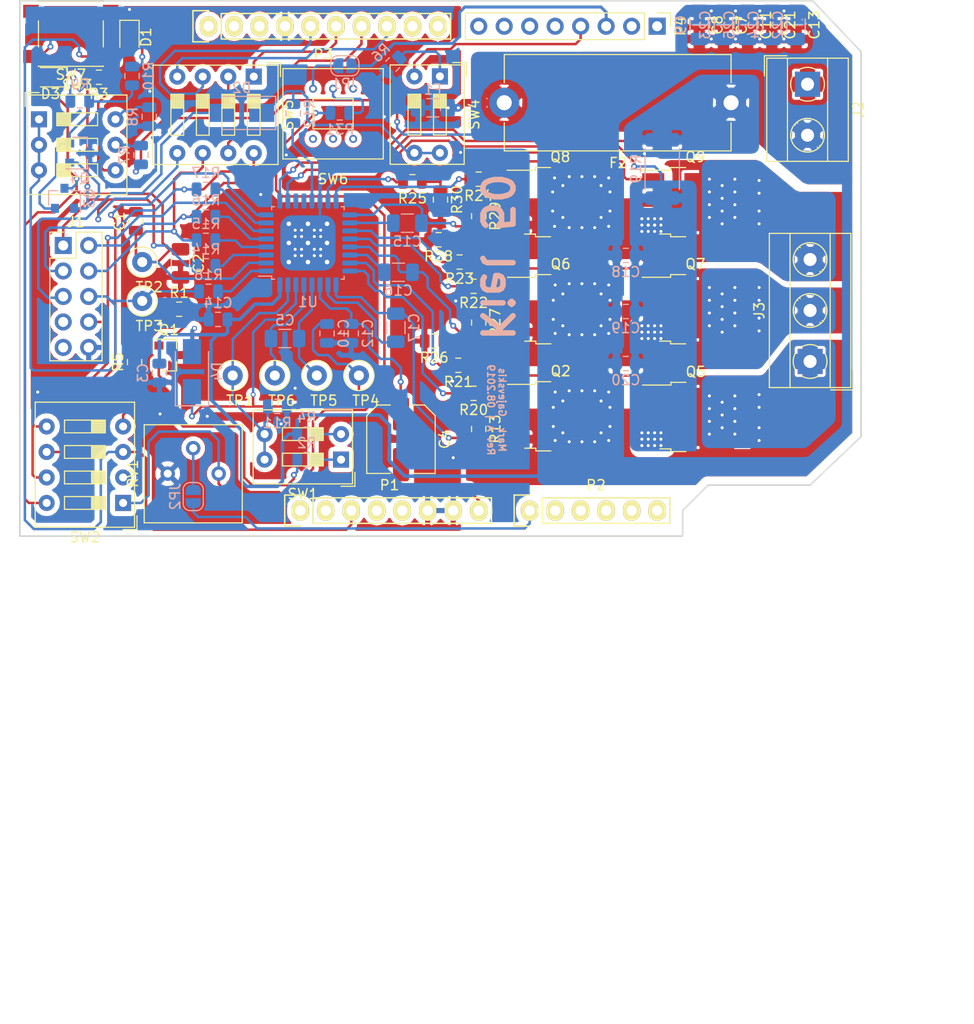
<source format=kicad_pcb>
(kicad_pcb (version 20171130) (host pcbnew "(5.1.2-1)-1")
  (title_block (title "BLDC controller shield for Arduino UNO") (date 2019-06-08) (rev A) (company "Mark Gajevskis"))
  (layers (0 F.Cu signal) (31 B.Cu signal) (34 B.Paste user) (35 F.Paste user) (36 B.SilkS user) (37 F.SilkS user) (38 B.Mask user) (39 F.Mask user) (44 Edge.Cuts user))
  (net 0 "")
  (net 1 /IOREF)
  (net 2 +5V)
  (net 3 GND)
  (net 4 /A1)
  (net 5 /A2)
  (net 6 /A3)
  (net 7 /AREF)
  (net 8 "/9(**)")
  (net 9 /8)
  (net 10 /7)
  (net 11 "/6(**)")
  (net 12 "/5(**)")
  (net 13 /4)
  (net 14 "/1(Tx)")
  (net 15 "/0(Rx)")
  (net 16 "Net-(P1-Pad1)")
  (net 17 +3V3)
  (net 18 "Net-(C1-Pad1)")
  (net 19 VDD)
  (net 20 "Net-(C12-Pad2)")
  (net 21 "Net-(C5-Pad2)")
  (net 22 "Net-(C5-Pad1)")
  (net 23 "Net-(C10-Pad2)")
  (net 24 C_Phase)
  (net 25 "Net-(C15-Pad1)")
  (net 26 B_Phase)
  (net 27 "Net-(C16-Pad1)")
  (net 28 A_Phase)
  (net 29 "Net-(C17-Pad1)")
  (net 30 "Net-(D1-Pad2)")
  (net 31 "Net-(D2-Pad2)")
  (net 32 "Net-(D2-Pad1)")
  (net 33 "Net-(D3-Pad1)")
  (net 34 "Net-(J1-Pad9)")
  (net 35 "Net-(J1-Pad8)")
  (net 36 "Net-(J1-Pad7)")
  (net 37 "Net-(J1-Pad6)")
  (net 38 "Net-(J1-Pad4)")
  (net 39 "Net-(J1-Pad3)")
  (net 40 "Net-(J1-Pad2)")
  (net 41 "Net-(J1-Pad1)")
  (net 42 MCU_RST)
  (net 43 MCU_Vin)
  (net 44 MCU_SCK)
  (net 45 MCU_MOSI)
  (net 46 MCU_STRn)
  (net 47 MCU_PWM)
  (net 48 MCU_Push_button)
  (net 49 "Net-(Q1-Pad2)")
  (net 50 MCU_IG)
  (net 51 "Net-(Q3-Pad2)")
  (net 52 "Net-(Q3-Pad1)")
  (net 53 "Net-(R2-Pad1)")
  (net 54 "Net-(R3-Pad1)")
  (net 55 "Net-(R4-Pad1)")
  (net 56 "Net-(R5-Pad1)")
  (net 57 "Net-(R6-Pad1)")
  (net 58 "Net-(R7-Pad1)")
  (net 59 "Net-(R8-Pad1)")
  (net 60 "Net-(R11-Pad1)")
  (net 61 "Net-(R12-Pad1)")
  (net 62 "Net-(R14-Pad1)")
  (net 63 "Net-(R15-Pad1)")
  (net 64 "Net-(R16-Pad1)")
  (net 65 "Net-(R17-Pad1)")
  (net 66 "Net-(R18-Pad1)")
  (net 67 CSP)
  (net 68 CSM)
  (net 69 GHA)
  (net 70 GLA)
  (net 71 GHB)
  (net 72 GLB)
  (net 73 GHC)
  (net 74 GLC)
  (net 75 "Net-(R31-Pad2)")
  (net 76 "Net-(SW2-Pad6)")
  (net 77 MCU_WDOG)
  (net 78 MCU_MISO)
  (net 79 MCU_Analog_Pot)
  (net 80 "Net-(U1-Pad12)")
  (net 81 "Net-(U1-Pad11)")
  (net 82 "Net-(Q2-Pad1)")
  (net 83 "Net-(Q5-Pad1)")
  (net 84 "Net-(Q6-Pad1)")
  (net 85 "Net-(Q7-Pad1)")
  (net 86 "Net-(Q8-Pad1)")
  (net 87 "Net-(Q9-Pad1)")
  (net 88 "Net-(JP1-Pad1)")
  (net 89 "Net-(JP2-Pad1)")
  (net 90 "/A4(SDA)_0")
  (net 91 "/A5(SCL)_0")
  (net 92 "/A5(SCL)_1")
  (net 93 "/A4(SDA)_1")
  (net 94 GNDPWR)
  (module Button_Switch_THT:XKB7070-Z-92 (layer F.Cu) (at 140.208 81.788)
    (fp_text reference SW6 (at 2 9) (layer F.SilkS))
    (fp_text value User_pusch_button)
    (pad 6 thru_hole circle (at 4 5) (size 0.8 0.8) (drill 0.45) (layers *.Cu *.Mask))
    (pad 5 thru_hole circle (at 2 5) (size 0.8 0.8) (drill 0.45) (layers *.Cu *.Mask))
    (pad 4 thru_hole circle (at 0 5) (size 0.8 0.8) (drill 0.45) (layers *.Cu *.Mask))
    (pad 3 thru_hole circle (at 4 0) (size 0.8 0.8) (drill 0.45) (layers *.Cu *.Mask))
    (pad 2 thru_hole circle (at 2 0) (size 0.8 0.8) (drill 0.45) (layers *.Cu *.Mask) (net 75 "Net-(R31-Pad2)"))
    (pad 1 thru_hole circle (at 0 0) (size 0.8 0.8) (drill 0.45) (layers *.Cu *.Mask) (net 88 "Net-(JP1-Pad1)"))
  )
  (module Potentiometer_THT:Potentiometer_Bourns_3386P_Vertical (layer F.Cu) (at 130.81 120.142 90)
    (fp_text reference RV1 (at -0.015 -8.555 90) (layer F.SilkS))
    (fp_text value "R_POT(Package: 3386P)")
    (pad 1 thru_hole circle (at 0 0 90) (size 1.44 1.44) (drill 0.8) (layers *.Cu *.Mask) (net 43 MCU_Vin))
    (pad 2 thru_hole circle (at 2.54 -2.54 90) (size 1.44 1.44) (drill 0.8) (layers *.Cu *.Mask) (net 89 "Net-(JP2-Pad1)"))
    (pad 3 thru_hole circle (at 0 -5.08 90) (size 1.44 1.44) (drill 0.8) (layers *.Cu *.Mask) (net 3 GND))
  )
  (module Package_QFP:LQFP-32_7x7mm_P0.8mm_with_heat_pad (layer B.Cu) (at 139.7 97.155)
    (fp_text reference U1 (at 0 5.88) (layer B.SilkS) (effects (justify mirror)))
    (fp_text value A4964)
    (pad 33 smd roundrect (at 0 0) (size 5.5 5.5) (layers B.Cu B.Paste B.Mask) (roundrect_rratio 0.213) (net 3 GND))
    (pad 32 smd roundrect (at -2.8 4.175) (size 0.5 1.5) (layers B.Cu B.Paste B.Mask) (net 19 VDD))
    (pad 31 smd roundrect (at -2 4.175) (size 0.5 1.5) (layers B.Cu B.Paste B.Mask) (net 60 "Net-(R11-Pad1)"))
    (pad 30 smd roundrect (at -1.2 4.175) (size 0.5 1.5) (layers B.Cu B.Paste B.Mask) (net 23 "Net-(C10-Pad2)"))
    (pad 29 smd roundrect (at -0.4 4.175) (size 0.5 1.5) (layers B.Cu B.Paste B.Mask) (net 21 "Net-(C5-Pad2)"))
    (pad 28 smd roundrect (at 0.4 4.175) (size 0.5 1.5) (layers B.Cu B.Paste B.Mask) (net 22 "Net-(C5-Pad1)"))
    (pad 27 smd roundrect (at 1.2 4.175) (size 0.5 1.5) (layers B.Cu B.Paste B.Mask) (net 20 "Net-(C12-Pad2)"))
    (pad 26 smd roundrect (at 2 4.175) (size 0.5 1.5) (layers B.Cu B.Paste B.Mask) (net 29 "Net-(C17-Pad1)"))
    (pad 25 smd roundrect (at 2.8 4.175) (size 0.5 1.5) (layers B.Cu B.Paste B.Mask) (net 28 A_Phase))
    (pad 24 smd roundrect (at 4.175 2.8) (size 1.5 0.5) (layers B.Cu B.Paste B.Mask) (net 69 GHA))
    (pad 23 smd roundrect (at 4.175 2) (size 1.5 0.5) (layers B.Cu B.Paste B.Mask) (net 70 GLA))
    (pad 22 smd roundrect (at 4.175 1.2) (size 1.5 0.5) (layers B.Cu B.Paste B.Mask) (net 27 "Net-(C16-Pad1)"))
    (pad 21 smd roundrect (at 4.175 0.4) (size 1.5 0.5) (layers B.Cu B.Paste B.Mask) (net 26 B_Phase))
    (pad 20 smd roundrect (at 4.175 -0.4) (size 1.5 0.5) (layers B.Cu B.Paste B.Mask) (net 71 GHB))
    (pad 19 smd roundrect (at 4.175 -1.2) (size 1.5 0.5) (layers B.Cu B.Paste B.Mask) (net 72 GLB))
    (pad 18 smd roundrect (at 4.175 -2) (size 1.5 0.5) (layers B.Cu B.Paste B.Mask) (net 25 "Net-(C15-Pad1)"))
    (pad 17 smd roundrect (at 4.175 -2.8) (size 1.5 0.5) (layers B.Cu B.Paste B.Mask) (net 24 C_Phase))
    (pad 16 smd roundrect (at 2.8 -4.175) (size 0.5 1.5) (layers B.Cu B.Paste B.Mask) (net 73 GHC))
    (pad 15 smd roundrect (at 2 -4.175) (size 0.5 1.5) (layers B.Cu B.Paste B.Mask) (net 74 GLC))
    (pad 14 smd roundrect (at 1.2 -4.175) (size 0.5 1.5) (layers B.Cu B.Paste B.Mask) (net 3 GND))
    (pad 13 smd roundrect (at 0.4 -4.175) (size 0.5 1.5) (layers B.Cu B.Paste B.Mask) (net 61 "Net-(R12-Pad1)"))
    (pad 12 smd roundrect (at -0.4 -4.175) (size 0.5 1.5) (layers B.Cu B.Paste B.Mask) (net 80 "Net-(U1-Pad12)"))
    (pad 11 smd roundrect (at -1.2 -4.175) (size 0.5 1.5) (layers B.Cu B.Paste B.Mask) (net 81 "Net-(U1-Pad11)"))
    (pad 10 smd roundrect (at -2 -4.175) (size 0.5 1.5) (layers B.Cu B.Paste B.Mask) (net 67 CSP))
    (pad 9 smd roundrect (at -2.8 -4.175) (size 0.5 1.5) (layers B.Cu B.Paste B.Mask) (net 68 CSM))
    (pad 8 smd roundrect (at -4.175 -2.8) (size 1.5 0.5) (layers B.Cu B.Paste B.Mask) (net 76 "Net-(SW2-Pad6)"))
    (pad 7 smd roundrect (at -4.175 -2) (size 1.5 0.5) (layers B.Cu B.Paste B.Mask) (net 65 "Net-(R17-Pad1)"))
    (pad 6 smd roundrect (at -4.175 -1.2) (size 1.5 0.5) (layers B.Cu B.Paste B.Mask) (net 35 "Net-(J1-Pad8)"))
    (pad 5 smd roundrect (at -4.175 -0.4) (size 1.5 0.5) (layers B.Cu B.Paste B.Mask) (net 64 "Net-(R16-Pad1)"))
    (pad 4 smd roundrect (at -4.175 0.4) (size 1.5 0.5) (layers B.Cu B.Paste B.Mask) (net 63 "Net-(R15-Pad1)"))
    (pad 3 smd roundrect (at -4.175 1.2) (size 1.5 0.5) (layers B.Cu B.Paste B.Mask) (net 62 "Net-(R14-Pad1)"))
    (pad 2 smd roundrect (at -4.175 2) (size 1.5 0.5) (layers B.Cu B.Paste B.Mask) (net 18 "Net-(C1-Pad1)"))
    (pad 1 smd roundrect (at -4.175 2.8) (size 1.5 0.5) (layers B.Cu B.Paste B.Mask) (net 66 "Net-(R18-Pad1)"))
  )
  (module Resistor_SMD:R_0805_2012Metric (layer F.Cu) (at 152.7175 96.8375 180)
    (fp_text reference R28 (at 0 -1.65 180) (layer F.SilkS))
    (fp_text value 100K)
    (pad 2 smd roundrect (at 0.9375 0 180) (size 0.975 1.4) (layers F.Cu F.Paste F.Mask) (net 3 GND))
    (pad 1 smd roundrect (at -0.9375 0 180) (size 0.975 1.4) (layers F.Cu F.Paste F.Mask) (net 85 "Net-(Q7-Pad1)"))
  )
  (module Capacitor_SMD:C_1206_3216Metric (layer B.Cu) (at 183.515 75.438 270)
    (fp_text reference C25 (at 0 1.82 270) (layer B.SilkS) (effects (justify mirror)))
    (fp_text value 1µF)
    (pad 2 smd roundrect (at 1.4 0 270) (size 1.25 1.75) (layers B.Cu B.Paste B.Mask) (roundrect_rratio 0.2) (net 94 GNDPWR))
    (pad 1 smd roundrect (at -1.4 0 270) (size 1.25 1.75) (layers B.Cu B.Paste B.Mask) (roundrect_rratio 0.2) (net 19 VDD))
  )
  (module Capacitor_SMD:C_1206_3216Metric (layer B.Cu) (at 185.928 75.438 270)
    (fp_text reference C24 (at 0 1.82 270) (layer B.SilkS) (effects (justify mirror)))
    (fp_text value 1µF)
    (pad 2 smd roundrect (at 1.4 0 270) (size 1.25 1.75) (layers B.Cu B.Paste B.Mask) (roundrect_rratio 0.2) (net 94 GNDPWR))
    (pad 1 smd roundrect (at -1.4 0 270) (size 1.25 1.75) (layers B.Cu B.Paste B.Mask) (roundrect_rratio 0.2) (net 19 VDD))
  )
  (module Capacitor_SMD:C_1206_3216Metric (layer B.Cu) (at 181.102 75.438 270)
    (fp_text reference C23 (at 0 1.82 270) (layer B.SilkS) (effects (justify mirror)))
    (fp_text value 1µF)
    (pad 2 smd roundrect (at 1.4 0 270) (size 1.25 1.75) (layers B.Cu B.Paste B.Mask) (roundrect_rratio 0.2) (net 94 GNDPWR))
    (pad 1 smd roundrect (at -1.4 0 270) (size 1.25 1.75) (layers B.Cu B.Paste B.Mask) (roundrect_rratio 0.2) (net 19 VDD))
  )
  (module Capacitor_SMD:C_1206_3216Metric (layer B.Cu) (at 188.341 75.438 270)
    (fp_text reference C22 (at 0 1.82 270) (layer B.SilkS) (effects (justify mirror)))
    (fp_text value 1µF)
    (pad 2 smd roundrect (at 1.4 0 270) (size 1.25 1.75) (layers B.Cu B.Paste B.Mask) (roundrect_rratio 0.2) (net 94 GNDPWR))
    (pad 1 smd roundrect (at -1.4 0 270) (size 1.25 1.75) (layers B.Cu B.Paste B.Mask) (roundrect_rratio 0.2) (net 19 VDD))
  )
  (module Capacitor_SMD:C_1206_3216Metric (layer F.Cu) (at 185.928 75.438 270)
    (fp_text reference C21 (at 0 -1.82 270) (layer F.SilkS))
    (fp_text value 1µF)
    (pad 2 smd roundrect (at 1.4 0 270) (size 1.25 1.75) (layers F.Cu F.Paste F.Mask) (roundrect_rratio 0.2) (net 94 GNDPWR))
    (pad 1 smd roundrect (at -1.4 0 270) (size 1.25 1.75) (layers F.Cu F.Paste F.Mask) (roundrect_rratio 0.2) (net 19 VDD))
  )
  (module Capacitor_SMD:C_0805_2012Metric (layer B.Cu) (at 130.7465 104.775 180)
    (fp_text reference C14 (at 0 1.65 180) (layer B.SilkS) (effects (justify mirror)))
    (fp_text value 100nF)
    (pad 2 smd roundrect (at 0.9375 0 180) (size 0.975 1.4) (layers B.Cu B.Paste B.Mask) (net 3 GND))
    (pad 1 smd roundrect (at -0.9375 0 180) (size 0.975 1.4) (layers B.Cu B.Paste B.Mask) (net 19 VDD))
  )
  (module Capacitor_SMD:C_1206_3216Metric (layer F.Cu) (at 188.341 75.438 270)
    (fp_text reference C13 (at 0 -1.82 270) (layer F.SilkS))
    (fp_text value 1µF)
    (pad 2 smd roundrect (at 1.4 0 270) (size 1.25 1.75) (layers F.Cu F.Paste F.Mask) (roundrect_rratio 0.2) (net 94 GNDPWR))
    (pad 1 smd roundrect (at -1.4 0 270) (size 1.25 1.75) (layers F.Cu F.Paste F.Mask) (roundrect_rratio 0.2) (net 19 VDD))
  )
  (module Capacitor_SMD:C_1206_3216Metric (layer F.Cu) (at 183.515 75.438 270)
    (fp_text reference C11 (at 0 -1.82 270) (layer F.SilkS))
    (fp_text value 1µF)
    (pad 2 smd roundrect (at 1.4 0 270) (size 1.25 1.75) (layers F.Cu F.Paste F.Mask) (roundrect_rratio 0.2) (net 94 GNDPWR))
    (pad 1 smd roundrect (at -1.4 0 270) (size 1.25 1.75) (layers F.Cu F.Paste F.Mask) (roundrect_rratio 0.2) (net 19 VDD))
  )
  (module Capacitor_SMD:C_1206_3216Metric (layer B.Cu) (at 178.689 75.438 270)
    (fp_text reference C9 (at 0 1.82 270) (layer B.SilkS) (effects (justify mirror)))
    (fp_text value 1µF)
    (pad 2 smd roundrect (at 1.4 0 270) (size 1.25 1.75) (layers B.Cu B.Paste B.Mask) (roundrect_rratio 0.2) (net 94 GNDPWR))
    (pad 1 smd roundrect (at -1.4 0 270) (size 1.25 1.75) (layers B.Cu B.Paste B.Mask) (roundrect_rratio 0.2) (net 19 VDD))
  )
  (module Capacitor_SMD:C_0805_2012Metric (layer B.Cu) (at 124.9045 110.109 270)
    (fp_text reference C3 (at 0 1.65 270) (layer B.SilkS) (effects (justify mirror)))
    (fp_text value 10nF)
    (pad 2 smd roundrect (at 0.9375 0 270) (size 0.975 1.4) (layers B.Cu B.Paste B.Mask) (net 3 GND))
    (pad 1 smd roundrect (at -0.9375 0 270) (size 0.975 1.4) (layers B.Cu B.Paste B.Mask) (net 19 VDD))
  )
  (module Capacitor_SMD:C_1206_3216Metric (layer F.Cu) (at 178.689 75.438 270)
    (fp_text reference C8 (at 0 -1.82 270) (layer F.SilkS))
    (fp_text value 1µF)
    (pad 2 smd roundrect (at 1.4 0 270) (size 1.25 1.75) (layers F.Cu F.Paste F.Mask) (roundrect_rratio 0.2) (net 94 GNDPWR))
    (pad 1 smd roundrect (at -1.4 0 270) (size 1.25 1.75) (layers F.Cu F.Paste F.Mask) (roundrect_rratio 0.2) (net 19 VDD))
  )
  (module Capacitor_SMD:C_1206_3216Metric (layer F.Cu) (at 181.102 75.438 270)
    (fp_text reference C7 (at 0 -1.82 270) (layer F.SilkS))
    (fp_text value 1µF)
    (pad 2 smd roundrect (at 1.4 0 270) (size 1.25 1.75) (layers F.Cu F.Paste F.Mask) (roundrect_rratio 0.2) (net 94 GNDPWR))
    (pad 1 smd roundrect (at -1.4 0 270) (size 1.25 1.75) (layers F.Cu F.Paste F.Mask) (roundrect_rratio 0.2) (net 19 VDD))
  )
  (module Button_Switch_SMD:SW_Push_1P1T_NO_6x6mm_H9.5mm (layer F.Cu) (at 116.078 76.327 180)
    (fp_text reference SW7 (at 0 -4.05 180) (layer F.SilkS))
    (fp_text value SW_Push)
    (pad 2 smd rect (at 3.975 2.25 180) (size 1.55 1.3) (layers F.Cu F.Paste F.Mask) (net 3 GND))
    (pad 1 smd rect (at 3.975 -2.25 180) (size 1.55 1.3) (layers F.Cu F.Paste F.Mask) (net 42 MCU_RST))
    (pad 1 smd rect (at -3.975 -2.25 180) (size 1.55 1.3) (layers F.Cu F.Paste F.Mask) (net 42 MCU_RST))
    (pad 2 smd rect (at -3.975 2.25 180) (size 1.55 1.3) (layers F.Cu F.Paste F.Mask) (net 3 GND))
  )
  (module Button_Switch_THT:SW_DIP_SPSTx02_Slide_9.78x7.26mm_W7.62mm_P2.54mm (layer F.Cu) (at 152.849999 80.561001 270)
    (fp_text reference SW4 (at 3.81 -3.42 270) (layer F.SilkS))
    (fp_text value "SW_DIP_x02(BLUE)")
    (pad 4 thru_hole oval (at 7.62 0 270) (size 1.6 1.6) (drill 0.8) (layers *.Cu *.Mask) (net 32 "Net-(D2-Pad1)"))
    (pad 2 thru_hole oval (at 0 2.54 270) (size 1.6 1.6) (drill 0.8) (layers *.Cu *.Mask) (net 47 MCU_PWM))
    (pad 3 thru_hole oval (at 7.62 2.54 270) (size 1.6 1.6) (drill 0.8) (layers *.Cu *.Mask) (net 32 "Net-(D2-Pad1)"))
    (pad 1 thru_hole rect (at 0 0 270) (size 1.6 1.6) (drill 0.8) (layers *.Cu *.Mask) (net 57 "Net-(R6-Pad1)"))
  )
  (module Button_Switch_THT:SW_DIP_SPSTx02_Slide_9.78x7.26mm_W7.62mm_P2.54mm (layer F.Cu) (at 143.002 118.745 180)
    (fp_text reference SW1 (at 3.81 -3.42 180) (layer F.SilkS))
    (fp_text value "SW_DIP_x02(RED)")
    (pad 4 thru_hole oval (at 7.62 0 180) (size 1.6 1.6) (drill 0.8) (layers *.Cu *.Mask) (net 60 "Net-(R11-Pad1)"))
    (pad 2 thru_hole oval (at 0 2.54 180) (size 1.6 1.6) (drill 0.8) (layers *.Cu *.Mask) (net 55 "Net-(R4-Pad1)"))
    (pad 3 thru_hole oval (at 7.62 2.54 180) (size 1.6 1.6) (drill 0.8) (layers *.Cu *.Mask) (net 60 "Net-(R11-Pad1)"))
    (pad 1 thru_hole rect (at 0 0 180) (size 1.6 1.6) (drill 0.8) (layers *.Cu *.Mask) (net 53 "Net-(R2-Pad1)"))
  )
  (module Resistor_SMD:R_2512_6332Metric (layer B.Cu) (at 175.006 89.789 270)
    (fp_text reference R19 (at 0 2.62 270) (layer B.SilkS) (effects (justify mirror)))
    (fp_text value 0.02R)
    (pad 2 smd roundrect (at 2.9 0 270) (size 1.35 3.35) (layers B.Cu B.Paste B.Mask) (roundrect_rratio 0.185185) (net 67 CSP))
    (pad 1 smd roundrect (at -2.9 0 270) (size 1.35 3.35) (layers B.Cu B.Paste B.Mask) (roundrect_rratio 0.185185) (net 68 CSM))
  )
  (module Package_TO_SOT_SMD:TO-252-2 (layer F.Cu) (at 178.308 93.09)
    (fp_text reference Q9 (at 0 -4.5) (layer F.SilkS))
    (fp_text value RU7570L)
    (pad 2 smd rect (at 2.1 0) (size 6.4 5.8) (layers F.Cu F.Mask) (net 24 C_Phase))
    (pad 3 smd rect (at -4.2 2.28) (size 2.2 1.2) (layers F.Cu F.Paste F.Mask) (net 67 CSP))
    (pad 1 smd rect (at -4.2 -2.28) (size 2.2 1.2) (layers F.Cu F.Paste F.Mask) (net 87 "Net-(Q9-Pad1)"))
  )
  (module TestPoint:TestPoint_Loop_D2.50mm_Drill1.0mm (layer F.Cu) (at 144.78 110.363)
    (fp_text reference TP4 (at 0.7 2.5) (layer F.SilkS))
    (fp_text value "Keystone 5001")
    (pad 1 thru_hole circle (at 0 0) (size 2 2) (drill 1) (layers *.Cu *.Mask) (net 23 "Net-(C10-Pad2)"))
  )
  (module TestPoint:TestPoint_Loop_D2.50mm_Drill1.0mm (layer F.Cu) (at 140.589 110.363)
    (fp_text reference TP5 (at 0.7 2.5) (layer F.SilkS))
    (fp_text value "Keystone 5001")
    (pad 1 thru_hole circle (at 0 0) (size 2 2) (drill 1) (layers *.Cu *.Mask) (net 22 "Net-(C5-Pad1)"))
  )
  (module TestPoint:TestPoint_Loop_D2.50mm_Drill1.0mm (layer F.Cu) (at 136.398 110.363)
    (fp_text reference TP6 (at 0.7 2.5) (layer F.SilkS))
    (fp_text value "Keystone 5001")
    (pad 1 thru_hole circle (at 0 0) (size 2 2) (drill 1) (layers *.Cu *.Mask) (net 21 "Net-(C5-Pad2)"))
  )
  (module Button_Switch_THT:SW_DIP_SPSTx03_Slide_9.78x9.8mm_W7.62mm_P2.54mm (layer F.Cu) (at 112.903 84.836)
    (fp_text reference SW3 (at 3.81 -3.42) (layer F.SilkS))
    (fp_text value "SW_DIP_x03(RED)")
    (pad 6 thru_hole oval (at 7.62 0) (size 1.6 1.6) (drill 0.8) (layers *.Cu *.Mask) (net 59 "Net-(R8-Pad1)"))
    (pad 3 thru_hole oval (at 0 5.08) (size 1.6 1.6) (drill 0.8) (layers *.Cu *.Mask) (net 37 "Net-(J1-Pad6)"))
    (pad 5 thru_hole oval (at 7.62 2.54) (size 1.6 1.6) (drill 0.8) (layers *.Cu *.Mask) (net 58 "Net-(R7-Pad1)"))
    (pad 2 thru_hole oval (at 0 2.54) (size 1.6 1.6) (drill 0.8) (layers *.Cu *.Mask) (net 37 "Net-(J1-Pad6)"))
    (pad 4 thru_hole oval (at 7.62 5.08) (size 1.6 1.6) (drill 0.8) (layers *.Cu *.Mask) (net 54 "Net-(R3-Pad1)"))
    (pad 1 thru_hole rect (at 0 0) (size 1.6 1.6) (drill 0.8) (layers *.Cu *.Mask) (net 37 "Net-(J1-Pad6)"))
  )
  (module Jumper:SolderJumper-2_P1.3mm_Open_RoundedPad1.0x1.5mm (layer B.Cu) (at 128.27 122.428 270)
    (fp_text reference JP2 (at 0 1.8 270) (layer B.SilkS) (effects (justify mirror)))
    (fp_text value SolderJumper_2_Open)
    (pad 2 smd custom (at 0.65 0 270) (size 1 0.5) (layers B.Cu B.Mask) (net 79 MCU_Analog_Pot) (options (clearance outline) (anchor rect)) (primitives (gr_circle (center 0 -0.25) (end 0.5 -0.25) (width 0)) (gr_circle (center 0 0.25) (end 0.5 0.25) (width 0)) (gr_poly (pts (xy 0 0.75) (xy -0.5 0.75) (xy -0.5 -0.75) (xy 0 -0.75)) (width 0))))
    (pad 1 smd custom (at -0.65 0 270) (size 1 0.5) (layers B.Cu B.Mask) (net 89 "Net-(JP2-Pad1)") (options (clearance outline) (anchor rect)) (primitives (gr_circle (center 0 -0.25) (end 0.5 -0.25) (width 0)) (gr_circle (center 0 0.25) (end 0.5 0.25) (width 0)) (gr_poly (pts (xy 0 0.75) (xy 0.5 0.75) (xy 0.5 -0.75) (xy 0 -0.75)) (width 0))))
  )
  (module Jumper:SolderJumper-2_P1.3mm_Open_RoundedPad1.0x1.5mm (layer B.Cu) (at 143.383 79.502)
    (fp_text reference JP1 (at 0 1.8) (layer B.SilkS) (effects (justify mirror)))
    (fp_text value SolderJumper_2_Open)
    (pad 2 smd custom (at 0.649999 0) (size 1 0.5) (layers B.Cu B.Mask) (net 48 MCU_Push_button) (options (clearance outline) (anchor rect)) (primitives (gr_circle (center 0 -0.25) (end 0.5 -0.25) (width 0)) (gr_circle (center 0 0.25) (end 0.5 0.25) (width 0)) (gr_poly (pts (xy 0 0.75) (xy -0.5 0.75) (xy -0.5 -0.75) (xy 0 -0.75)) (width 0))))
    (pad 1 smd custom (at -0.649999 0) (size 1 0.5) (layers B.Cu B.Mask) (net 88 "Net-(JP1-Pad1)") (options (clearance outline) (anchor rect)) (primitives (gr_circle (center 0 -0.25) (end 0.5 -0.25) (width 0)) (gr_circle (center 0 0.25) (end 0.5 0.25) (width 0)) (gr_poly (pts (xy 0 0.75) (xy 0.5 0.75) (xy 0.5 -0.75) (xy 0 -0.75)) (width 0))))
  )
  (module TerminalBlock_MetzConnect:TerminalBlock_MetzConnect_Type101_RT01602HBWC_1x02_P5.08mm_Horizontal (layer F.Cu) (at 189.484 81.3435 270)
    (fp_text reference J2 (at 2.54 -5.06 270) (layer F.SilkS))
    (fp_text value "Screw_Terminal_01x04_Vin(P=5.08mm)")
    (pad 2 thru_hole circle (at 5.08 0 270) (size 2.5 2.5) (drill 1.3) (layers *.Cu *.Mask) (net 19 VDD))
    (pad 1 thru_hole rect (at 0 0 270) (size 2.5 2.5) (drill 1.3) (layers *.Cu *.Mask) (net 94 GNDPWR))
  )
  (module Connector_PinHeader_2.54mm:PinHeader_1x08_P2.54mm_Vertical (layer F.Cu) (at 174.498 75.565 270)
    (fp_text reference P4 (at 0 -2.33 270) (layer F.SilkS))
    (fp_text value Digital)
    (pad 8 thru_hole oval (at 0 17.78 270) (size 1.7 1.7) (drill 1) (layers *.Cu *.Mask) (net 10 /7))
    (pad 7 thru_hole oval (at 0 15.24 270) (size 1.7 1.7) (drill 1) (layers *.Cu *.Mask) (net 11 "/6(**)"))
    (pad 6 thru_hole oval (at 0 12.7 270) (size 1.7 1.7) (drill 1) (layers *.Cu *.Mask) (net 12 "/5(**)"))
    (pad 5 thru_hole oval (at 0 10.16 270) (size 1.7 1.7) (drill 1) (layers *.Cu *.Mask) (net 13 /4))
    (pad 4 thru_hole oval (at 0 7.62 270) (size 1.7 1.7) (drill 1) (layers *.Cu *.Mask) (net 47 MCU_PWM))
    (pad 3 thru_hole oval (at 0 5.08 270) (size 1.7 1.7) (drill 1) (layers *.Cu *.Mask) (net 48 MCU_Push_button))
    (pad 2 thru_hole oval (at 0 2.54 270) (size 1.7 1.7) (drill 1) (layers *.Cu *.Mask) (net 14 "/1(Tx)"))
    (pad 1 thru_hole rect (at 0 0 270) (size 1.7 1.7) (drill 1) (layers *.Cu *.Mask) (net 15 "/0(Rx)"))
  )
  (module TestPoint:TestPoint_Loop_D2.50mm_Drill1.0mm (layer F.Cu) (at 123.19 102.9335)
    (fp_text reference TP3 (at 0.7 2.5) (layer F.SilkS))
    (fp_text value "Keystone 5001")
    (pad 1 thru_hole circle (at 0 0) (size 2 2) (drill 1) (layers *.Cu *.Mask) (net 37 "Net-(J1-Pad6)"))
  )
  (module TestPoint:TestPoint_Loop_D2.50mm_Drill1.0mm (layer F.Cu) (at 123.19 99.06)
    (fp_text reference TP2 (at 0.7 2.5) (layer F.SilkS))
    (fp_text value "Keystone 5001")
    (pad 1 thru_hole circle (at 0 0) (size 2 2) (drill 1) (layers *.Cu *.Mask) (net 18 "Net-(C1-Pad1)"))
  )
  (module TestPoint:TestPoint_Loop_D2.50mm_Drill1.0mm (layer F.Cu) (at 132.207 110.363)
    (fp_text reference TP1 (at 0.7 2.5) (layer F.SilkS))
    (fp_text value "Keystone 5014")
    (pad 1 thru_hole circle (at 0 0) (size 2 2) (drill 1) (layers *.Cu *.Mask) (net 60 "Net-(R11-Pad1)"))
  )
  (module Button_Switch_THT:SW_DIP_SPSTx04_Slide_9.78x12.34mm_W7.62mm_P2.54mm (layer F.Cu) (at 134.3025 80.5815 270)
    (fp_text reference SW5 (at 3.81 -3.42 270) (layer F.SilkS))
    (fp_text value "SW_DIP_x04(BLUE)")
    (pad 8 thru_hole oval (at 7.62 0 270) (size 1.6 1.6) (drill 0.8) (layers *.Cu *.Mask) (net 39 "Net-(J1-Pad3)"))
    (pad 4 thru_hole oval (at 0 7.62 270) (size 1.6 1.6) (drill 0.8) (layers *.Cu *.Mask) (net 46 MCU_STRn))
    (pad 7 thru_hole oval (at 7.62 2.54 270) (size 1.6 1.6) (drill 0.8) (layers *.Cu *.Mask) (net 40 "Net-(J1-Pad2)"))
    (pad 3 thru_hole oval (at 0 5.08 270) (size 1.6 1.6) (drill 0.8) (layers *.Cu *.Mask) (net 44 MCU_SCK))
    (pad 6 thru_hole oval (at 7.62 5.08 270) (size 1.6 1.6) (drill 0.8) (layers *.Cu *.Mask) (net 38 "Net-(J1-Pad4)"))
    (pad 2 thru_hole oval (at 0 2.54 270) (size 1.6 1.6) (drill 0.8) (layers *.Cu *.Mask) (net 45 MCU_MOSI))
    (pad 5 thru_hole oval (at 7.62 7.62 270) (size 1.6 1.6) (drill 0.8) (layers *.Cu *.Mask) (net 41 "Net-(J1-Pad1)"))
    (pad 1 thru_hole rect (at 0 0 270) (size 1.6 1.6) (drill 0.8) (layers *.Cu *.Mask) (net 78 MCU_MISO))
  )
  (module Button_Switch_THT:SW_DIP_SPSTx04_Slide_9.78x12.34mm_W7.62mm_P2.54mm (layer F.Cu) (at 121.285 123.063 180)
    (fp_text reference SW2 (at 3.81 -3.42 180) (layer F.SilkS))
    (fp_text value "SW_DIP_x04(BLUE)")
    (pad 8 thru_hole oval (at 7.62 0 180) (size 1.6 1.6) (drill 0.8) (layers *.Cu *.Mask) (net 18 "Net-(C1-Pad1)"))
    (pad 4 thru_hole oval (at 0 7.62 180) (size 1.6 1.6) (drill 0.8) (layers *.Cu *.Mask) (net 56 "Net-(R5-Pad1)"))
    (pad 7 thru_hole oval (at 7.62 2.54 180) (size 1.6 1.6) (drill 0.8) (layers *.Cu *.Mask) (net 35 "Net-(J1-Pad8)"))
    (pad 3 thru_hole oval (at 0 5.08 180) (size 1.6 1.6) (drill 0.8) (layers *.Cu *.Mask) (net 42 MCU_RST))
    (pad 6 thru_hole oval (at 7.62 5.08 180) (size 1.6 1.6) (drill 0.8) (layers *.Cu *.Mask) (net 76 "Net-(SW2-Pad6)"))
    (pad 2 thru_hole oval (at 0 2.54 180) (size 1.6 1.6) (drill 0.8) (layers *.Cu *.Mask) (net 77 MCU_WDOG))
    (pad 5 thru_hole oval (at 7.62 7.62 180) (size 1.6 1.6) (drill 0.8) (layers *.Cu *.Mask) (net 35 "Net-(J1-Pad8)"))
    (pad 1 thru_hole rect (at 0 0 180) (size 1.6 1.6) (drill 0.8) (layers *.Cu *.Mask) (net 43 MCU_Vin))
  )
  (module Resistor_SMD:R_0805_2012Metric (layer B.Cu) (at 142.875 84.201)
    (fp_text reference R31 (at 0 1.65) (layer B.SilkS) (effects (justify mirror)))
    (fp_text value 1K)
    (pad 2 smd roundrect (at 0.9375 0) (size 0.975 1.4) (layers B.Cu B.Paste B.Mask) (net 75 "Net-(R31-Pad2)"))
    (pad 1 smd roundrect (at -0.9375 0) (size 0.975 1.4) (layers B.Cu B.Paste B.Mask) (net 43 MCU_Vin))
  )
  (module Resistor_SMD:R_0805_2012Metric (layer F.Cu) (at 152.908 92.837 270)
    (fp_text reference R30 (at 0 -1.65 270) (layer F.SilkS))
    (fp_text value 100K)
    (pad 2 smd roundrect (at 0.9375 0 270) (size 0.975 1.4) (layers F.Cu F.Paste F.Mask) (net 3 GND))
    (pad 1 smd roundrect (at -0.9375 0 270) (size 0.975 1.4) (layers F.Cu F.Paste F.Mask) (net 87 "Net-(Q9-Pad1)"))
  )
  (module Resistor_SMD:R_0805_2012Metric (layer F.Cu) (at 156.718 94.488 270)
    (fp_text reference R29 (at 0 -1.65 270) (layer F.SilkS))
    (fp_text value 100K)
    (pad 2 smd roundrect (at 0.9375 0 270) (size 0.975 1.4) (layers F.Cu F.Paste F.Mask) (net 24 C_Phase))
    (pad 1 smd roundrect (at -0.9375 0 270) (size 0.975 1.4) (layers F.Cu F.Paste F.Mask) (net 86 "Net-(Q8-Pad1)"))
  )
  (module Resistor_SMD:R_0805_2012Metric (layer F.Cu) (at 156.718 105.0925 270)
    (fp_text reference R27 (at 0 -1.65 270) (layer F.SilkS))
    (fp_text value 100K)
    (pad 2 smd roundrect (at 0.9375 0 270) (size 0.975 1.4) (layers F.Cu F.Paste F.Mask) (net 26 B_Phase))
    (pad 1 smd roundrect (at -0.9375 0 270) (size 0.975 1.4) (layers F.Cu F.Paste F.Mask) (net 84 "Net-(Q6-Pad1)"))
  )
  (module Resistor_SMD:R_0805_2012Metric (layer F.Cu) (at 152.273 106.934 180)
    (fp_text reference R26 (at 0 -1.65 180) (layer F.SilkS))
    (fp_text value 100K)
    (pad 2 smd roundrect (at 0.9375 0 180) (size 0.975 1.4) (layers F.Cu F.Paste F.Mask) (net 3 GND))
    (pad 1 smd roundrect (at -0.9375 0 180) (size 0.975 1.4) (layers F.Cu F.Paste F.Mask) (net 83 "Net-(Q5-Pad1)"))
  )
  (module Resistor_SMD:R_0805_2012Metric (layer F.Cu) (at 150.114 91.059 180)
    (fp_text reference R25 (at 0 -1.65 180) (layer F.SilkS))
    (fp_text value 100R)
    (pad 2 smd roundrect (at 0.9375 0 180) (size 0.975 1.4) (layers F.Cu F.Paste F.Mask) (net 74 GLC))
    (pad 1 smd roundrect (at -0.9375 0 180) (size 0.975 1.4) (layers F.Cu F.Paste F.Mask) (net 87 "Net-(Q9-Pad1)"))
  )
  (module Resistor_SMD:R_0805_2012Metric (layer F.Cu) (at 156.718 90.805 180)
    (fp_text reference R24 (at 0 -1.65 180) (layer F.SilkS))
    (fp_text value 100R)
    (pad 2 smd roundrect (at 0.9375 0 180) (size 0.975 1.4) (layers F.Cu F.Paste F.Mask) (net 73 GHC))
    (pad 1 smd roundrect (at -0.9375 0 180) (size 0.975 1.4) (layers F.Cu F.Paste F.Mask) (net 86 "Net-(Q8-Pad1)"))
  )
  (module Resistor_SMD:R_0805_2012Metric (layer F.Cu) (at 154.813 99.06 180)
    (fp_text reference R23 (at 0 -1.65 180) (layer F.SilkS))
    (fp_text value 100R)
    (pad 2 smd roundrect (at 0.9375 0 180) (size 0.975 1.4) (layers F.Cu F.Paste F.Mask) (net 72 GLB))
    (pad 1 smd roundrect (at -0.9375 0 180) (size 0.975 1.4) (layers F.Cu F.Paste F.Mask) (net 85 "Net-(Q7-Pad1)"))
  )
  (module Resistor_SMD:R_0805_2012Metric (layer F.Cu) (at 156.21 101.473 180)
    (fp_text reference R22 (at 0 -1.65 180) (layer F.SilkS))
    (fp_text value 100R)
    (pad 2 smd roundrect (at 0.9375 0 180) (size 0.975 1.4) (layers F.Cu F.Paste F.Mask) (net 71 GHB))
    (pad 1 smd roundrect (at -0.9375 0 180) (size 0.975 1.4) (layers F.Cu F.Paste F.Mask) (net 84 "Net-(Q6-Pad1)"))
  )
  (module Resistor_SMD:R_0805_2012Metric (layer F.Cu) (at 154.686 109.347 180)
    (fp_text reference R21 (at 0 -1.65 180) (layer F.SilkS))
    (fp_text value 100R)
    (pad 2 smd roundrect (at 0.9375 0 180) (size 0.975 1.4) (layers F.Cu F.Paste F.Mask) (net 70 GLA))
    (pad 1 smd roundrect (at -0.9375 0 180) (size 0.975 1.4) (layers F.Cu F.Paste F.Mask) (net 83 "Net-(Q5-Pad1)"))
  )
  (module Resistor_SMD:R_0805_2012Metric (layer F.Cu) (at 156.21 112.141 180)
    (fp_text reference R20 (at 0 -1.65 180) (layer F.SilkS))
    (fp_text value 100R)
    (pad 2 smd roundrect (at 0.9375 0 180) (size 0.975 1.4) (layers F.Cu F.Paste F.Mask) (net 69 GHA))
    (pad 1 smd roundrect (at -0.9375 0 180) (size 0.975 1.4) (layers F.Cu F.Paste F.Mask) (net 82 "Net-(Q2-Pad1)"))
  )
  (module Resistor_SMD:R_0805_2012Metric (layer B.Cu) (at 129.794 101.981 180)
    (fp_text reference R18 (at 0 1.65 180) (layer B.SilkS) (effects (justify mirror)))
    (fp_text value 100R)
    (pad 2 smd roundrect (at 0.9375 0 180) (size 0.975 1.4) (layers B.Cu B.Paste B.Mask) (net 37 "Net-(J1-Pad6)"))
    (pad 1 smd roundrect (at -0.9375 0 180) (size 0.975 1.4) (layers B.Cu B.Paste B.Mask) (net 66 "Net-(R18-Pad1)"))
  )
  (module Resistor_SMD:R_0805_2012Metric (layer B.Cu) (at 129.54 91.821 180)
    (fp_text reference R17 (at 0 1.65 180) (layer B.SilkS) (effects (justify mirror)))
    (fp_text value 240R)
    (pad 2 smd roundrect (at 0.9375 0 180) (size 0.975 1.4) (layers B.Cu B.Paste B.Mask) (net 39 "Net-(J1-Pad3)"))
    (pad 1 smd roundrect (at -0.9375 0 180) (size 0.975 1.4) (layers B.Cu B.Paste B.Mask) (net 65 "Net-(R17-Pad1)"))
  )
  (module Resistor_SMD:R_0805_2012Metric (layer B.Cu) (at 129.5423 94.5515 180)
    (fp_text reference R16 (at 0 1.65 180) (layer B.SilkS) (effects (justify mirror)))
    (fp_text value 240R)
    (pad 2 smd roundrect (at 0.9375 0 180) (size 0.975 1.4) (layers B.Cu B.Paste B.Mask) (net 40 "Net-(J1-Pad2)"))
    (pad 1 smd roundrect (at -0.9375 0 180) (size 0.975 1.4) (layers B.Cu B.Paste B.Mask) (net 64 "Net-(R16-Pad1)"))
  )
  (module Resistor_SMD:R_0805_2012Metric (layer B.Cu) (at 129.54 96.901 180)
    (fp_text reference R15 (at 0 1.65 180) (layer B.SilkS) (effects (justify mirror)))
    (fp_text value 240R)
    (pad 2 smd roundrect (at 0.9375 0 180) (size 0.975 1.4) (layers B.Cu B.Paste B.Mask) (net 38 "Net-(J1-Pad4)"))
    (pad 1 smd roundrect (at -0.9375 0 180) (size 0.975 1.4) (layers B.Cu B.Paste B.Mask) (net 63 "Net-(R15-Pad1)"))
  )
  (module Resistor_SMD:R_0805_2012Metric (layer B.Cu) (at 129.54 99.441 180)
    (fp_text reference R14 (at 0 1.65 180) (layer B.SilkS) (effects (justify mirror)))
    (fp_text value 240R)
    (pad 2 smd roundrect (at 0.9375 0 180) (size 0.975 1.4) (layers B.Cu B.Paste B.Mask) (net 41 "Net-(J1-Pad1)"))
    (pad 1 smd roundrect (at -0.9375 0 180) (size 0.975 1.4) (layers B.Cu B.Paste B.Mask) (net 62 "Net-(R14-Pad1)"))
  )
  (module Resistor_SMD:R_0805_2012Metric (layer F.Cu) (at 156.718 115.697 270)
    (fp_text reference R13 (at 0 -1.65 270) (layer F.SilkS))
    (fp_text value 100K)
    (pad 2 smd roundrect (at 0.9375 0 270) (size 0.975 1.4) (layers F.Cu F.Paste F.Mask) (net 28 A_Phase))
    (pad 1 smd roundrect (at -0.9375 0 270) (size 0.975 1.4) (layers F.Cu F.Paste F.Mask) (net 82 "Net-(Q2-Pad1)"))
  )
  (module Resistor_SMD:R_0805_2012Metric (layer B.Cu) (at 138.2395 84.2645 90)
    (fp_text reference R12 (at 0 1.65 90) (layer B.SilkS) (effects (justify mirror)))
    (fp_text value 100R)
    (pad 2 smd roundrect (at 0.9375 0 90) (size 0.975 1.4) (layers B.Cu B.Paste B.Mask) (net 32 "Net-(D2-Pad1)"))
    (pad 1 smd roundrect (at -0.9375 0 90) (size 0.975 1.4) (layers B.Cu B.Paste B.Mask) (net 61 "Net-(R12-Pad1)"))
  )
  (module Resistor_SMD:R_0805_2012Metric (layer B.Cu) (at 136.652 113.4364)
    (fp_text reference R11 (at 0 1.65) (layer B.SilkS) (effects (justify mirror)))
    (fp_text value 10K)
    (pad 2 smd roundrect (at 0.9375 0) (size 0.975 1.4) (layers B.Cu B.Paste B.Mask) (net 3 GND))
    (pad 1 smd roundrect (at -0.9375 0) (size 0.975 1.4) (layers B.Cu B.Paste B.Mask) (net 60 "Net-(R11-Pad1)"))
  )
  (module Resistor_SMD:R_0805_2012Metric (layer B.Cu) (at 122.174 80.518 90)
    (fp_text reference R10 (at 0 1.65 90) (layer B.SilkS) (effects (justify mirror)))
    (fp_text value 430R)
    (pad 2 smd roundrect (at 0.9375 0 90) (size 0.975 1.4) (layers B.Cu B.Paste B.Mask) (net 30 "Net-(D1-Pad2)"))
    (pad 1 smd roundrect (at -0.9375 0 90) (size 0.975 1.4) (layers B.Cu B.Paste B.Mask) (net 51 "Net-(Q3-Pad2)"))
  )
  (module Resistor_SMD:R_0805_2012Metric (layer B.Cu) (at 116.967 82.9945 180)
    (fp_text reference R9 (at 0 1.65 180) (layer B.SilkS) (effects (justify mirror)))
    (fp_text value 430R)
    (pad 2 smd roundrect (at 0.9375 0 180) (size 0.975 1.4) (layers B.Cu B.Paste B.Mask) (net 33 "Net-(D3-Pad1)"))
    (pad 1 smd roundrect (at -0.9375 0 180) (size 0.975 1.4) (layers B.Cu B.Paste B.Mask) (net 51 "Net-(Q3-Pad2)"))
  )
  (module Resistor_SMD:R_0805_2012Metric (layer B.Cu) (at 123.8885 84.582 270)
    (fp_text reference R8 (at 0 1.65 270) (layer B.SilkS) (effects (justify mirror)))
    (fp_text value 1K)
    (pad 2 smd roundrect (at 0.9375 0 270) (size 0.975 1.4) (layers B.Cu B.Paste B.Mask) (net 3 GND))
    (pad 1 smd roundrect (at -0.9375 0 270) (size 0.975 1.4) (layers B.Cu B.Paste B.Mask) (net 59 "Net-(R8-Pad1)"))
  )
  (module Resistor_SMD:R_0805_2012Metric (layer B.Cu) (at 123.063 88.392 270)
    (fp_text reference R7 (at 0 1.65 270) (layer B.SilkS) (effects (justify mirror)))
    (fp_text value 1K)
    (pad 2 smd roundrect (at 0.9375 0 270) (size 0.975 1.4) (layers B.Cu B.Paste B.Mask) (net 19 VDD))
    (pad 1 smd roundrect (at -0.9375 0 270) (size 0.975 1.4) (layers B.Cu B.Paste B.Mask) (net 58 "Net-(R7-Pad1)"))
  )
  (module Resistor_SMD:R_0805_2012Metric (layer B.Cu) (at 148.1455 79.375 225)
    (fp_text reference R6 (at 0 1.65 225) (layer B.SilkS) (effects (justify mirror)))
    (fp_text value 10K)
    (pad 2 smd roundrect (at 0.937501 0 225) (size 0.975 1.4) (layers B.Cu B.Paste B.Mask) (net 3 GND))
    (pad 1 smd roundrect (at -0.937501 0 225) (size 0.975 1.4) (layers B.Cu B.Paste B.Mask) (net 57 "Net-(R6-Pad1)"))
  )
  (module Resistor_SMD:R_0805_2012Metric (layer F.Cu) (at 122.428 109.0295 90)
    (fp_text reference R5 (at 0 -1.65 90) (layer F.SilkS))
    (fp_text value 10K)
    (pad 2 smd roundrect (at 0.9375 0 90) (size 0.975 1.4) (layers F.Cu F.Paste F.Mask) (net 3 GND))
    (pad 1 smd roundrect (at -0.9375 0 90) (size 0.975 1.4) (layers F.Cu F.Paste F.Mask) (net 56 "Net-(R5-Pad1)"))
  )
  (module Resistor_SMD:R_0805_2012Metric (layer B.Cu) (at 139.573 116.205 180)
    (fp_text reference R4 (at 0 1.65 180) (layer B.SilkS) (effects (justify mirror)))
    (fp_text value 1K)
    (pad 2 smd roundrect (at 0.9375 0 180) (size 0.975 1.4) (layers B.Cu B.Paste B.Mask) (net 19 VDD))
    (pad 1 smd roundrect (at -0.9375 0 180) (size 0.975 1.4) (layers B.Cu B.Paste B.Mask) (net 55 "Net-(R4-Pad1)"))
  )
  (module Resistor_SMD:R_0805_2012Metric (layer F.Cu) (at 118.872 80.645 180)
    (fp_text reference R3 (at 0 -1.65 180) (layer F.SilkS))
    (fp_text value 1K)
    (pad 2 smd roundrect (at 0.9375 0 180) (size 0.975 1.4) (layers F.Cu F.Paste F.Mask) (net 52 "Net-(Q3-Pad1)"))
    (pad 1 smd roundrect (at -0.9375 0 180) (size 0.975 1.4) (layers F.Cu F.Paste F.Mask) (net 54 "Net-(R3-Pad1)"))
  )
  (module Resistor_SMD:R_0805_2012Metric (layer B.Cu) (at 139.573 118.745 180)
    (fp_text reference R2 (at 0 1.65 180) (layer B.SilkS) (effects (justify mirror)))
    (fp_text value 1K)
    (pad 2 smd roundrect (at 0.9375 0 180) (size 0.975 1.4) (layers B.Cu B.Paste B.Mask) (net 49 "Net-(Q1-Pad2)"))
    (pad 1 smd roundrect (at -0.9375 0 180) (size 0.975 1.4) (layers B.Cu B.Paste B.Mask) (net 53 "Net-(R2-Pad1)"))
  )
  (module Resistor_SMD:R_0805_2012Metric (layer F.Cu) (at 126.873 103.759)
    (fp_text reference R1 (at 0 -1.65) (layer F.SilkS))
    (fp_text value 10K)
    (pad 2 smd roundrect (at 0.9375 0) (size 0.975 1.4) (layers F.Cu F.Paste F.Mask) (net 50 MCU_IG))
    (pad 1 smd roundrect (at -0.9375 0) (size 0.975 1.4) (layers F.Cu F.Paste F.Mask) (net 3 GND))
  )
  (module Package_TO_SOT_SMD:TO-252-2 (layer F.Cu) (at 164.846 93.091)
    (fp_text reference Q8 (at 0 -4.5) (layer F.SilkS))
    (fp_text value RU7570L)
    (pad 2 smd rect (at 2.1 0) (size 6.4 5.8) (layers F.Cu F.Mask) (net 19 VDD))
    (pad 3 smd rect (at -4.2 2.28) (size 2.2 1.2) (layers F.Cu F.Paste F.Mask) (net 24 C_Phase))
    (pad 1 smd rect (at -4.2 -2.28) (size 2.2 1.2) (layers F.Cu F.Paste F.Mask) (net 86 "Net-(Q8-Pad1)"))
  )
  (module Package_TO_SOT_SMD:TO-252-2 (layer F.Cu) (at 178.308 103.759)
    (fp_text reference Q7 (at 0 -4.5) (layer F.SilkS))
    (fp_text value RU7570L)
    (pad 2 smd rect (at 2.1 0) (size 6.4 5.8) (layers F.Cu F.Mask) (net 26 B_Phase))
    (pad 3 smd rect (at -4.2 2.28) (size 2.2 1.2) (layers F.Cu F.Paste F.Mask) (net 67 CSP))
    (pad 1 smd rect (at -4.2 -2.28) (size 2.2 1.2) (layers F.Cu F.Paste F.Mask) (net 85 "Net-(Q7-Pad1)"))
  )
  (module Package_TO_SOT_SMD:TO-252-2 (layer F.Cu) (at 164.881 103.76)
    (fp_text reference Q6 (at 0 -4.5) (layer F.SilkS))
    (fp_text value RU7570L)
    (pad 2 smd rect (at 2.1 0) (size 6.4 5.8) (layers F.Cu F.Mask) (net 19 VDD))
    (pad 3 smd rect (at -4.2 2.28) (size 2.2 1.2) (layers F.Cu F.Paste F.Mask) (net 26 B_Phase))
    (pad 1 smd rect (at -4.2 -2.28) (size 2.2 1.2) (layers F.Cu F.Paste F.Mask) (net 84 "Net-(Q6-Pad1)"))
  )
  (module Package_TO_SOT_SMD:TO-252-2 (layer F.Cu) (at 178.343 114.495)
    (fp_text reference Q5 (at 0 -4.5) (layer F.SilkS))
    (fp_text value RU7570L)
    (pad 2 smd rect (at 2.1 0) (size 6.4 5.8) (layers F.Cu F.Mask) (net 28 A_Phase))
    (pad 3 smd rect (at -4.2 2.28) (size 2.2 1.2) (layers F.Cu F.Paste F.Mask) (net 67 CSP))
    (pad 1 smd rect (at -4.2 -2.28) (size 2.2 1.2) (layers F.Cu F.Paste F.Mask) (net 83 "Net-(Q5-Pad1)"))
  )
  (module Package_TO_SOT_SMD:SOT-23 (layer B.Cu) (at 116.967 88.2015)
    (fp_text reference Q4 (at 0 2.5) (layer B.SilkS) (effects (justify mirror)))
    (fp_text value BC807)
    (pad 3 smd rect (at 1 0) (size 0.9 0.8) (layers B.Cu B.Paste B.Mask) (net 3 GND))
    (pad 2 smd rect (at -1 -0.95) (size 0.9 0.8) (layers B.Cu B.Paste B.Mask) (net 51 "Net-(Q3-Pad2)"))
    (pad 1 smd rect (at -1 0.95) (size 0.9 0.8) (layers B.Cu B.Paste B.Mask) (net 52 "Net-(Q3-Pad1)"))
  )
  (module Package_TO_SOT_SMD:SOT-23 (layer B.Cu) (at 115.443 92.71 90)
    (fp_text reference Q3 (at 0 2.5 90) (layer B.SilkS) (effects (justify mirror)))
    (fp_text value BC847)
    (pad 3 smd rect (at 1 0 90) (size 0.9 0.8) (layers B.Cu B.Paste B.Mask) (net 18 "Net-(C1-Pad1)"))
    (pad 2 smd rect (at -1 -0.95 90) (size 0.9 0.8) (layers B.Cu B.Paste B.Mask) (net 51 "Net-(Q3-Pad2)"))
    (pad 1 smd rect (at -1 0.95 90) (size 0.9 0.8) (layers B.Cu B.Paste B.Mask) (net 52 "Net-(Q3-Pad1)"))
  )
  (module Package_TO_SOT_SMD:TO-252-2 (layer F.Cu) (at 164.881 114.427)
    (fp_text reference Q2 (at 0 -4.5) (layer F.SilkS))
    (fp_text value RU7570L)
    (pad 2 smd rect (at 2.1 0) (size 6.4 5.8) (layers F.Cu F.Mask) (net 19 VDD))
    (pad 3 smd rect (at -4.2 2.28) (size 2.2 1.2) (layers F.Cu F.Paste F.Mask) (net 28 A_Phase))
    (pad 1 smd rect (at -4.2 -2.28) (size 2.2 1.2) (layers F.Cu F.Paste F.Mask) (net 82 "Net-(Q2-Pad1)"))
  )
  (module Package_TO_SOT_SMD:SOT-23 (layer F.Cu) (at 125.857 108.331)
    (fp_text reference Q1 (at 0 -2.5) (layer F.SilkS))
    (fp_text value BC807)
    (pad 3 smd rect (at 1 0) (size 0.9 0.8) (layers F.Cu F.Paste F.Mask) (net 19 VDD))
    (pad 2 smd rect (at -1 0.95) (size 0.9 0.8) (layers F.Cu F.Paste F.Mask) (net 49 "Net-(Q1-Pad2)"))
    (pad 1 smd rect (at -1 -0.95) (size 0.9 0.8) (layers F.Cu F.Paste F.Mask) (net 50 MCU_IG))
  )
  (module TerminalBlock_MetzConnect:TerminalBlock_MetzConnect_Type101_RT01603HBWC_1x03_P5.08mm_Horizontal (layer F.Cu) (at 189.738 108.966 90)
    (fp_text reference J3 (at 5.08 -5.06 90) (layer F.SilkS))
    (fp_text value "Screw_Terminal_01x03_Motor(P=5.08mm)")
    (pad 3 thru_hole circle (at 10.16 0 90) (size 2.5 2.5) (drill 1.3) (layers *.Cu *.Mask) (net 24 C_Phase))
    (pad 2 thru_hole circle (at 5.08 0 90) (size 2.5 2.5) (drill 1.3) (layers *.Cu *.Mask) (net 26 B_Phase))
    (pad 1 thru_hole rect (at 0 0 90) (size 2.5 2.5) (drill 1.3) (layers *.Cu *.Mask) (net 28 A_Phase))
  )
  (module Connector_PinHeader_2.54mm:PinHeader_2x05_P2.54mm_Vertical (layer F.Cu) (at 115.316 97.409)
    (fp_text reference J1 (at 1.27 -2.33) (layer F.SilkS))
    (fp_text value Conn_02x05_Odd_Even)
    (pad 10 thru_hole oval (at 2.54 10.16) (size 1.7 1.7) (drill 1) (layers *.Cu *.Mask) (net 3 GND))
    (pad 9 thru_hole oval (at 0 10.16) (size 1.7 1.7) (drill 1) (layers *.Cu *.Mask) (net 34 "Net-(J1-Pad9)"))
    (pad 8 thru_hole oval (at 2.54 7.62) (size 1.7 1.7) (drill 1) (layers *.Cu *.Mask) (net 35 "Net-(J1-Pad8)"))
    (pad 7 thru_hole oval (at 0 7.62) (size 1.7 1.7) (drill 1) (layers *.Cu *.Mask) (net 36 "Net-(J1-Pad7)"))
    (pad 6 thru_hole oval (at 2.54 5.08) (size 1.7 1.7) (drill 1) (layers *.Cu *.Mask) (net 37 "Net-(J1-Pad6)"))
    (pad 5 thru_hole oval (at 0 5.08) (size 1.7 1.7) (drill 1) (layers *.Cu *.Mask) (net 31 "Net-(D2-Pad2)"))
    (pad 4 thru_hole oval (at 2.54 2.54) (size 1.7 1.7) (drill 1) (layers *.Cu *.Mask) (net 38 "Net-(J1-Pad4)"))
    (pad 3 thru_hole oval (at 0 2.54) (size 1.7 1.7) (drill 1) (layers *.Cu *.Mask) (net 39 "Net-(J1-Pad3)"))
    (pad 2 thru_hole oval (at 2.54 0) (size 1.7 1.7) (drill 1) (layers *.Cu *.Mask) (net 40 "Net-(J1-Pad2)"))
    (pad 1 thru_hole rect (at 0 0) (size 1.7 1.7) (drill 1) (layers *.Cu *.Mask) (net 41 "Net-(J1-Pad1)"))
  )
  (module Fuse:Fuseholder_Cylinder-5x20mm_Stelvio-Kontek_PTF78_Horizontal_Open (layer F.Cu) (at 181.864 83.185 180)
    (fp_text reference F2 (at 11.25 -6 180) (layer F.SilkS))
    (fp_text value Fuse_10A)
    (pad 2 thru_hole circle (at 22.6 0 180) (size 3 3) (drill 1.5) (layers *.Cu *.Mask) (net 94 GNDPWR))
    (pad 1 thru_hole circle (at 0 0 180) (size 3 3) (drill 1.5) (layers *.Cu *.Mask) (net 68 CSM))
  )
  (module Fuse:Fuse_1206_3216Metric_Pad1.42x1.75mm_HandSolder (layer B.Cu) (at 152.146 83.693 180)
    (fp_text reference F1 (at 0 1.82 180) (layer B.SilkS) (effects (justify mirror)))
    (fp_text value Fuse_SMD_290mA)
    (pad 2 smd roundrect (at 1.4875 0 180) (size 1.425 1.75) (layers B.Cu B.Paste B.Mask) (roundrect_rratio 0.175439) (net 3 GND))
    (pad 1 smd roundrect (at -1.4875 0 180) (size 1.425 1.75) (layers B.Cu B.Paste B.Mask) (roundrect_rratio 0.175439) (net 94 GNDPWR))
  )
  (module Diode_SMD:D_SMA (layer B.Cu) (at 128.143 109.982 90)
    (fp_text reference D4 (at 0 2.5 90) (layer B.SilkS) (effects (justify mirror)))
    (fp_text value "D_Schottky(SS210)")
    (pad 2 smd rect (at 2 0 90) (size 2.5 1.8) (layers B.Cu B.Paste B.Mask) (net 19 VDD))
    (pad 1 smd rect (at -2 0 90) (size 2.5 1.8) (layers B.Cu B.Paste B.Mask) (net 23 "Net-(C10-Pad2)"))
  )
  (module LED_SMD:LED_0805_2012Metric (layer F.Cu) (at 114.046 80.645 180)
    (fp_text reference D3 (at 0 -1.65 180) (layer F.SilkS))
    (fp_text value "LED(RED)")
    (pad 2 smd roundrect (at 0.9375 0 180) (size 0.975 1.4) (layers F.Cu F.Paste F.Mask) (net 18 "Net-(C1-Pad1)"))
    (pad 1 smd roundrect (at -0.9375 0 180) (size 0.975 1.4) (layers F.Cu F.Paste F.Mask) (net 33 "Net-(D3-Pad1)"))
  )
  (module Diode_SMD:D_SMA (layer B.Cu) (at 133.096 84.201 180)
    (fp_text reference D2 (at 0 2.5 180) (layer B.SilkS) (effects (justify mirror)))
    (fp_text value "D_Schottky(SS210)")
    (pad 2 smd rect (at 2 0 180) (size 2.5 1.8) (layers B.Cu B.Paste B.Mask) (net 31 "Net-(D2-Pad2)"))
    (pad 1 smd rect (at -2 0 180) (size 2.5 1.8) (layers B.Cu B.Paste B.Mask) (net 32 "Net-(D2-Pad1)"))
  )
  (module LED_SMD:LED_0805_2012Metric (layer F.Cu) (at 121.92 76.6595 270)
    (fp_text reference D1 (at 0 -1.65 270) (layer F.SilkS))
    (fp_text value "LED(GRN)")
    (pad 2 smd roundrect (at 0.9375 0 270) (size 0.975 1.4) (layers F.Cu F.Paste F.Mask) (net 30 "Net-(D1-Pad2)"))
    (pad 1 smd roundrect (at -0.9375 0 270) (size 0.975 1.4) (layers F.Cu F.Paste F.Mask) (net 3 GND))
  )
  (module Capacitor_SMD:C_0805_2012Metric (layer B.Cu) (at 171.3761 109.1692)
    (fp_text reference C20 (at 0 1.65) (layer B.SilkS) (effects (justify mirror)))
    (fp_text value 100nF)
    (pad 2 smd roundrect (at 0.9375 0) (size 0.975 1.4) (layers B.Cu B.Paste B.Mask) (net 67 CSP))
    (pad 1 smd roundrect (at -0.9375 0) (size 0.975 1.4) (layers B.Cu B.Paste B.Mask) (net 19 VDD))
  )
  (module Capacitor_SMD:C_0805_2012Metric (layer B.Cu) (at 171.3761 103.9876)
    (fp_text reference C19 (at 0 1.65) (layer B.SilkS) (effects (justify mirror)))
    (fp_text value 100nF)
    (pad 1 smd roundrect (at -0.9375 0) (size 0.975 1.4) (layers B.Cu B.Paste B.Mask) (net 19 VDD))
    (pad 2 smd roundrect (at 0.9375 0) (size 0.975 1.4) (layers B.Cu B.Paste B.Mask) (net 67 CSP))
  )
  (module Capacitor_SMD:C_0805_2012Metric (layer B.Cu) (at 171.3761 98.3996)
    (fp_text reference C18 (at 0 1.65) (layer B.SilkS) (effects (justify mirror)))
    (fp_text value 100nF)
    (pad 2 smd roundrect (at 0.9375 0) (size 0.975 1.4) (layers B.Cu B.Paste B.Mask) (net 67 CSP))
    (pad 1 smd roundrect (at -0.9375 0) (size 0.975 1.4) (layers B.Cu B.Paste B.Mask) (net 19 VDD))
  )
  (module Capacitor_SMD:C_1206_3216Metric (layer B.Cu) (at 148.463 105.6005 90)
    (fp_text reference C17 (at 0 1.82 90) (layer B.SilkS) (effects (justify mirror)))
    (fp_text value 470nF)
    (pad 2 smd roundrect (at 1.4 0 90) (size 1.25 1.75) (layers B.Cu B.Paste B.Mask) (roundrect_rratio 0.2) (net 28 A_Phase))
    (pad 1 smd roundrect (at -1.4 0 90) (size 1.25 1.75) (layers B.Cu B.Paste B.Mask) (roundrect_rratio 0.2) (net 29 "Net-(C17-Pad1)"))
  )
  (module Capacitor_SMD:C_1206_3216Metric (layer B.Cu) (at 148.717 100.076)
    (fp_text reference C16 (at 0 1.82) (layer B.SilkS) (effects (justify mirror)))
    (fp_text value 470nF)
    (pad 2 smd roundrect (at 1.4 0) (size 1.25 1.75) (layers B.Cu B.Paste B.Mask) (roundrect_rratio 0.2) (net 26 B_Phase))
    (pad 1 smd roundrect (at -1.4 0) (size 1.25 1.75) (layers B.Cu B.Paste B.Mask) (roundrect_rratio 0.2) (net 27 "Net-(C16-Pad1)"))
  )
  (module Capacitor_SMD:C_1206_3216Metric (layer B.Cu) (at 149.606 95.1865)
    (fp_text reference C15 (at 0 1.82) (layer B.SilkS) (effects (justify mirror)))
    (fp_text value 470nF)
    (pad 2 smd roundrect (at 1.4 0) (size 1.25 1.75) (layers B.Cu B.Paste B.Mask) (roundrect_rratio 0.2) (net 24 C_Phase))
    (pad 1 smd roundrect (at -1.4 0) (size 1.25 1.75) (layers B.Cu B.Paste B.Mask) (roundrect_rratio 0.2) (net 25 "Net-(C15-Pad1)"))
  )
  (module Capacitor_SMD:C_0805_2012Metric (layer B.Cu) (at 144.018 106.172 90)
    (fp_text reference C12 (at 0 1.65 90) (layer B.SilkS) (effects (justify mirror)))
    (fp_text value 100nF)
    (pad 2 smd roundrect (at 0.9375 0 90) (size 0.975 1.4) (layers B.Cu B.Paste B.Mask) (net 20 "Net-(C12-Pad2)"))
    (pad 1 smd roundrect (at -0.9375 0 90) (size 0.975 1.4) (layers B.Cu B.Paste B.Mask) (net 3 GND))
  )
  (module Capacitor_SMD:C_0805_2012Metric (layer B.Cu) (at 141.605 106.172 90)
    (fp_text reference C10 (at 0 1.65 90) (layer B.SilkS) (effects (justify mirror)))
    (fp_text value 100nF)
    (pad 2 smd roundrect (at 0.9375 0 90) (size 0.975 1.4) (layers B.Cu B.Paste B.Mask) (net 23 "Net-(C10-Pad2)"))
    (pad 1 smd roundrect (at -0.9375 0 90) (size 0.975 1.4) (layers B.Cu B.Paste B.Mask) (net 3 GND))
  )
  (module Capacitor_SMD:C_1206_3216Metric (layer B.Cu) (at 137.414 106.68 180)
    (fp_text reference C5 (at 0 1.82 180) (layer B.SilkS) (effects (justify mirror)))
    (fp_text value 470nF)
    (pad 2 smd roundrect (at 1.4 0 180) (size 1.25 1.75) (layers B.Cu B.Paste B.Mask) (roundrect_rratio 0.2) (net 21 "Net-(C5-Pad2)"))
    (pad 1 smd roundrect (at -1.4 0 180) (size 1.25 1.75) (layers B.Cu B.Paste B.Mask) (roundrect_rratio 0.2) (net 22 "Net-(C5-Pad1)"))
  )
  (module Capacitor_SMD:C_Elec_6.3x7.7 (layer F.Cu) (at 148.971 116.713 270)
    (fp_text reference C4 (at 0 -4.35 270) (layer F.SilkS))
    (fp_text value 100µF)
    (pad 2 smd roundrect (at 2.5375 0 270) (size 3.325 1.6) (layers F.Cu F.Paste F.Mask) (roundrect_rratio 0.15625) (net 3 GND))
    (pad 1 smd roundrect (at -2.5375 0 270) (size 3.325 1.6) (layers F.Cu F.Paste F.Mask) (roundrect_rratio 0.15625) (net 20 "Net-(C12-Pad2)"))
  )
  (module Capacitor_SMD:C_1206_3216Metric (layer F.Cu) (at 127 99.187 270)
    (fp_text reference C2 (at 0 -1.82 270) (layer F.SilkS))
    (fp_text value 1µF)
    (pad 2 smd roundrect (at 1.4 0 270) (size 1.25 1.75) (layers F.Cu F.Paste F.Mask) (roundrect_rratio 0.2) (net 3 GND))
    (pad 1 smd roundrect (at -1.4 0 270) (size 1.25 1.75) (layers F.Cu F.Paste F.Mask) (roundrect_rratio 0.2) (net 18 "Net-(C1-Pad1)"))
  )
  (module Capacitor_SMD:C_0805_2012Metric (layer F.Cu) (at 122.555 94.996 90)
    (fp_text reference C1 (at 0 -1.65 90) (layer F.SilkS))
    (fp_text value 100nF)
    (pad 2 smd roundrect (at 0.9375 0 90) (size 0.975 1.4) (layers F.Cu F.Paste F.Mask) (net 3 GND))
    (pad 1 smd roundrect (at -0.9375 0 90) (size 0.975 1.4) (layers F.Cu F.Paste F.Mask) (net 18 "Net-(C1-Pad1)"))
  )
  (module Socket_Arduino_Uno:Socket_Strip_Arduino_1x08 (layer F.Cu) (at 138.938 123.825)
    (fp_text reference P1 (at 8.89 -2.54) (layer F.SilkS))
    (fp_text value Power)
    (pad 1 thru_hole oval (at 0 0) (size 1.7272 2.032) (drill 1.016) (layers *.Cu *.Mask F.SilkS) (net 16 "Net-(P1-Pad1)"))
    (pad 2 thru_hole oval (at 2.54 0) (size 1.7272 2.032) (drill 1.016) (layers *.Cu *.Mask F.SilkS) (net 1 /IOREF))
    (pad 3 thru_hole oval (at 5.08 0) (size 1.7272 2.032) (drill 1.016) (layers *.Cu *.Mask F.SilkS) (net 42 MCU_RST))
    (pad 4 thru_hole oval (at 7.62 0) (size 1.7272 2.032) (drill 1.016) (layers *.Cu *.Mask F.SilkS) (net 17 +3V3))
    (pad 5 thru_hole oval (at 10.16 0) (size 1.7272 2.032) (drill 1.016) (layers *.Cu *.Mask F.SilkS) (net 2 +5V))
    (pad 6 thru_hole oval (at 12.7 0) (size 1.7272 2.032) (drill 1.016) (layers *.Cu *.Mask F.SilkS) (net 3 GND))
    (pad 7 thru_hole oval (at 15.24 0) (size 1.7272 2.032) (drill 1.016) (layers *.Cu *.Mask F.SilkS) (net 3 GND))
    (pad 8 thru_hole oval (at 17.78 0) (size 1.7272 2.032) (drill 1.016) (layers *.Cu *.Mask F.SilkS) (net 43 MCU_Vin))
  )
  (module Socket_Arduino_Uno:Socket_Strip_Arduino_1x06 (layer F.Cu) (at 161.798 123.825)
    (fp_text reference P2 (at 6.604 -2.54) (layer F.SilkS))
    (fp_text value Analog)
    (pad 1 thru_hole oval (at 0 0) (size 1.7272 2.032) (drill 1.016) (layers *.Cu *.Mask F.SilkS) (net 79 MCU_Analog_Pot))
    (pad 2 thru_hole oval (at 2.54 0) (size 1.7272 2.032) (drill 1.016) (layers *.Cu *.Mask F.SilkS) (net 4 /A1))
    (pad 3 thru_hole oval (at 5.08 0) (size 1.7272 2.032) (drill 1.016) (layers *.Cu *.Mask F.SilkS) (net 5 /A2))
    (pad 4 thru_hole oval (at 7.62 0) (size 1.7272 2.032) (drill 1.016) (layers *.Cu *.Mask F.SilkS) (net 6 /A3))
    (pad 5 thru_hole oval (at 10.16 0) (size 1.7272 2.032) (drill 1.016) (layers *.Cu *.Mask F.SilkS) (net 90 "/A4(SDA)_0"))
    (pad 6 thru_hole oval (at 12.7 0) (size 1.7272 2.032) (drill 1.016) (layers *.Cu *.Mask F.SilkS) (net 91 "/A5(SCL)_0"))
  )
  (module Socket_Arduino_Uno:Socket_Strip_Arduino_1x10 (layer F.Cu) (at 129.794 75.565)
    (fp_text reference P3 (at 11.43 2.794) (layer F.SilkS))
    (fp_text value Digital)
    (pad 1 thru_hole oval (at 0 0) (size 1.7272 2.032) (drill 1.016) (layers *.Cu *.Mask F.SilkS) (net 92 "/A5(SCL)_1"))
    (pad 2 thru_hole oval (at 2.54 0) (size 1.7272 2.032) (drill 1.016) (layers *.Cu *.Mask F.SilkS) (net 93 "/A4(SDA)_1"))
    (pad 3 thru_hole oval (at 5.08 0) (size 1.7272 2.032) (drill 1.016) (layers *.Cu *.Mask F.SilkS) (net 7 /AREF))
    (pad 4 thru_hole oval (at 7.62 0) (size 1.7272 2.032) (drill 1.016) (layers *.Cu *.Mask F.SilkS) (net 3 GND))
    (pad 5 thru_hole oval (at 10.16 0) (size 1.7272 2.032) (drill 1.016) (layers *.Cu *.Mask F.SilkS) (net 44 MCU_SCK))
    (pad 6 thru_hole oval (at 12.7 0) (size 1.7272 2.032) (drill 1.016) (layers *.Cu *.Mask F.SilkS) (net 78 MCU_MISO))
    (pad 7 thru_hole oval (at 15.24 0) (size 1.7272 2.032) (drill 1.016) (layers *.Cu *.Mask F.SilkS) (net 45 MCU_MOSI))
    (pad 8 thru_hole oval (at 17.78 0) (size 1.7272 2.032) (drill 1.016) (layers *.Cu *.Mask F.SilkS) (net 46 MCU_STRn))
    (pad 9 thru_hole oval (at 20.32 0) (size 1.7272 2.032) (drill 1.016) (layers *.Cu *.Mask F.SilkS) (net 8 "/9(**)"))
    (pad 10 thru_hole oval (at 22.86 0) (size 1.7272 2.032) (drill 1.016) (layers *.Cu *.Mask F.SilkS) (net 9 /8))
  )
  (gr_text "Mark  Gajevskis\nRev A | 08.2019" (at 158.496 113.792 270) (layer B.SilkS) (effects (font (size 0.7 0.7)) (justify mirror)))
  (gr_text "Kiel 50" (at 158.496 98.552 270) (layer B.SilkS) (effects (font (size 3 3) (thickness 0.55)) (justify mirror)))
  (gr_line (start 179.578 121.285) (end 189.738 121.285) (layer Edge.Cuts) (width 0.15))
  (gr_line (start 194.818 116.459) (end 189.738 121.285) (layer Edge.Cuts) (width 0.15))
  (gr_line (start 189.992 73.025) (end 189.738 73.025) (layer Edge.Cuts) (width 0.15))
  (gr_line (start 194.818 78.105) (end 189.992 73.025) (layer Edge.Cuts) (width 0.15))
  (gr_line (start 194.818 116.459) (end 194.818 78.105) (layer Edge.Cuts) (width 0.15))
  (gr_line (start 175.514 73.025) (end 189.992 73.025) (layer Edge.Cuts) (width 0.15))
  (gr_line (start 175.514 73.025) (end 110.998 73.025) (angle 90) (layer Edge.Cuts) (width 0.15))
  (gr_line (start 177.038 123.825) (end 179.578 121.285) (angle 90) (layer Edge.Cuts) (width 0.15))
  (gr_line (start 177.038 126.365) (end 177.038 123.825) (angle 90) (layer Edge.Cuts) (width 0.15))
  (gr_line (start 110.998 126.365) (end 177.038 126.365) (angle 90) (layer Edge.Cuts) (width 0.15))
  (gr_line (start 110.998 73.025) (end 110.998 126.365) (angle 90) (layer Edge.Cuts) (width 0.15))
  (via (at 138.43 98.425) (size 0.5) (drill 0.3) (layers F.Cu B.Cu) (net 3))
  (via (at 139.065 98.425) (size 0.5) (drill 0.3) (layers F.Cu B.Cu) (net 3))
  (via (at 139.065 97.79) (size 0.5) (drill 0.3) (layers F.Cu B.Cu) (net 3))
  (via (at 138.43 97.79) (size 0.5) (drill 0.3) (layers F.Cu B.Cu) (net 3))
  (via (at 140.335 98.425) (size 0.5) (drill 0.3) (layers F.Cu B.Cu) (net 3))
  (via (at 140.97 98.425) (size 0.5) (drill 0.3) (layers F.Cu B.Cu) (net 3))
  (via (at 140.97 97.79) (size 0.5) (drill 0.3) (layers F.Cu B.Cu) (net 3))
  (via (at 140.335 97.79) (size 0.5) (drill 0.3) (layers F.Cu B.Cu) (net 3))
  (via (at 140.97 96.52) (size 0.5) (drill 0.3) (layers F.Cu B.Cu) (net 3))
  (via (at 140.335 96.52) (size 0.5) (drill 0.3) (layers F.Cu B.Cu) (net 3))
  (via (at 140.97 95.885) (size 0.5) (drill 0.3) (layers F.Cu B.Cu) (net 3))
  (via (at 140.335 95.885) (size 0.5) (drill 0.3) (layers F.Cu B.Cu) (net 3))
  (via (at 138.43 96.52) (size 0.5) (drill 0.3) (layers F.Cu B.Cu) (net 3))
  (via (at 139.065 96.52) (size 0.5) (drill 0.3) (layers F.Cu B.Cu) (net 3))
  (via (at 139.065 95.885) (size 0.5) (drill 0.3) (layers F.Cu B.Cu) (net 3))
  (via (at 138.43 95.885) (size 0.5) (drill 0.3) (layers F.Cu B.Cu) (net 3))
  (via (at 141.605 97.155) (size 0.7) (drill 0.45) (layers F.Cu B.Cu) (net 3))
  (via (at 139.7 95.25) (size 0.7) (drill 0.45) (layers F.Cu B.Cu) (net 3))
  (via (at 137.795 97.155) (size 0.7) (drill 0.45) (layers F.Cu B.Cu) (net 3))
  (via (at 137.795 99.06) (size 0.7) (drill 0.45) (layers F.Cu B.Cu) (net 3))
  (via (at 141.605 99.06) (size 0.7) (drill 0.45) (layers F.Cu B.Cu) (net 3))
  (via (at 141.605 95.25) (size 0.7) (drill 0.45) (layers F.Cu B.Cu) (net 3))
  (via (at 137.795 95.25) (size 0.7) (drill 0.45) (layers F.Cu B.Cu) (net 3))
  (via (at 140.9065 90.805) (size 0.6) (drill 0.3) (layers F.Cu B.Cu) (net 3))
  (segment (start 140.97 94.488) (end 140.843 94.488) (width 0.25) (layer B.Cu) (net 3))
  (segment (start 140.9 94.418) (end 140.97 94.488) (width 0.25) (layer B.Cu) (net 3))
  (segment (start 140.9 92.98) (end 140.9 94.418) (width 0.25) (layer B.Cu) (net 3))
  (segment (start 127 101.6) (end 127 100.584) (width 0.25) (layer F.Cu) (net 3))
  (segment (start 125.9355 102.6645) (end 127 101.6) (width 0.25) (layer F.Cu) (net 3))
  (segment (start 125.9355 103.759) (end 125.9355 102.6645) (width 0.25) (layer F.Cu) (net 3))
  (via (at 121.920008 73.8886) (size 0.6) (drill 0.3) (layers F.Cu B.Cu) (net 3))
  (segment (start 121.92 73.888608) (end 121.920008 73.8886) (width 0.25) (layer F.Cu) (net 3))
  (segment (start 121.92 75.722) (end 121.92 73.888608) (width 0.25) (layer F.Cu) (net 3))
  (segment (start 125.588 85.5195) (end 125.603 85.5345) (width 0.25) (layer B.Cu) (net 3))
  (segment (start 123.8885 85.5195) (end 125.588 85.5195) (width 0.25) (layer B.Cu) (net 3))
  (segment (start 117.983 89.535) (end 117.983 88.138) (width 0.25) (layer B.Cu) (net 3))
  (segment (start 120.015 91.567) (end 117.983 89.535) (width 0.25) (layer B.Cu) (net 3))
  (segment (start 122.936 91.567) (end 120.015 91.567) (width 0.25) (layer B.Cu) (net 3))
  (segment (start 124.544989 89.958011) (end 122.936 91.567) (width 0.25) (layer B.Cu) (net 3))
  (segment (start 125.603 86.090168) (end 124.544989 87.148178) (width 0.25) (layer B.Cu) (net 3))
  (segment (start 124.544989 87.148178) (end 124.544989 89.958011) (width 0.25) (layer B.Cu) (net 3))
  (segment (start 124.206 78.105) (end 124.206 81.534) (width 0.25) (layer B.Cu) (net 3))
  (segment (start 125.603 82.931) (end 125.603 86.090168) (width 0.25) (layer B.Cu) (net 3))
  (segment (start 124.206 81.534) (end 125.603 82.931) (width 0.25) (layer B.Cu) (net 3))
  (segment (start 121.920008 75.819008) (end 124.206 78.105) (width 0.25) (layer B.Cu) (net 3))
  (segment (start 121.920008 73.8886) (end 121.920008 75.819008) (width 0.25) (layer B.Cu) (net 3))
  (segment (start 140.9 92.13) (end 140.9065 92.1235) (width 0.25) (layer B.Cu) (net 3))
  (segment (start 140.9065 92.1235) (end 140.9065 91.8845) (width 0.25) (layer B.Cu) (net 3))
  (segment (start 140.9 92.98) (end 140.9 92.13) (width 0.25) (layer B.Cu) (net 3))
  (segment (start 140.9065 92.0115) (end 140.9065 90.805) (width 0.25) (layer B.Cu) (net 3))
  (segment (start 137.668 88.8365) (end 138.2395 88.8365) (width 0.25) (layer F.Cu) (net 3))
  (segment (start 137.287 89.2175) (end 137.668 88.8365) (width 0.25) (layer F.Cu) (net 3))
  (segment (start 139.446 91.2495) (end 138.43 91.2495) (width 0.25) (layer F.Cu) (net 3))
  (segment (start 137.287 90.1065) (end 137.287 89.2175) (width 0.25) (layer F.Cu) (net 3))
  (segment (start 138.43 91.2495) (end 137.287 90.1065) (width 0.25) (layer F.Cu) (net 3))
  (segment (start 170.3705 88.138) (end 170.561 88.3285) (width 0.25) (layer F.Cu) (net 3))
  (segment (start 153.750001 86.976499) (end 154.911502 88.138) (width 0.25) (layer F.Cu) (net 3))
  (segment (start 146.205498 90.805) (end 150.033999 86.976499) (width 0.25) (layer F.Cu) (net 3))
  (segment (start 154.911502 88.138) (end 170.3705 88.138) (width 0.25) (layer F.Cu) (net 3))
  (segment (start 140.9065 90.805) (end 146.205498 90.805) (width 0.25) (layer F.Cu) (net 3))
  (segment (start 150.033999 86.976499) (end 153.750001 86.976499) (width 0.25) (layer F.Cu) (net 3))
  (via (at 147.32 84.582) (size 0.6) (drill 0.3) (layers F.Cu B.Cu) (net 3))
  (via (at 123.952 82.042) (size 0.6) (drill 0.3) (layers F.Cu B.Cu) (net 3))
  (via (at 112.776 112.014) (size 0.6) (drill 0.3) (layers F.Cu B.Cu) (net 3))
  (via (at 129.667 114.427) (size 0.6) (drill 0.3) (layers F.Cu B.Cu) (net 3))
  (segment (start 142.778 107.188) (end 144.018 107.188) (width 0.25) (layer B.Cu) (net 3))
  (segment (start 142.6995 107.1095) (end 142.778 107.188) (width 0.25) (layer B.Cu) (net 3))
  (segment (start 141.605 107.1095) (end 142.6995 107.1095) (width 0.25) (layer B.Cu) (net 3))
  (via (at 137.541 88.392) (size 0.6) (drill 0.3) (layers F.Cu B.Cu) (net 3))
  (via (at 135.001 92.329) (size 0.6) (drill 0.3) (layers F.Cu B.Cu) (net 3))
  (segment (start 154.911502 88.138) (end 154.911502 88.138) (width 0.25) (layer F.Cu) (net 3))
  (via (at 154.911502 88.138) (size 0.6) (drill 0.3) (layers F.Cu B.Cu) (net 3))
  (via (at 154.559 92.583) (size 0.6) (drill 0.3) (layers F.Cu B.Cu) (net 3))
  (via (at 154.432 102.9335) (size 0.6) (drill 0.3) (layers F.Cu B.Cu) (net 3))
  (via (at 154.1145 110.9345) (size 0.6) (drill 0.3) (layers F.Cu B.Cu) (net 3))
  (via (at 154.178 118.5545) (size 0.6) (drill 0.3) (layers F.Cu B.Cu) (net 3))
  (via (at 124.968 114.1984) (size 0.6) (drill 0.3) (layers F.Cu B.Cu) (net 3))
  (via (at 125.0315 105.156) (size 0.6) (drill 0.3) (layers F.Cu B.Cu) (net 3))
  (segment (start 125.6665 105.156) (end 125.0315 105.156) (width 0.25) (layer F.Cu) (net 3))
  (segment (start 125.9355 104.887) (end 125.6665 105.156) (width 0.25) (layer F.Cu) (net 3))
  (segment (start 125.9355 103.759) (end 125.9355 104.887) (width 0.25) (layer F.Cu) (net 3))
  (segment (start 122.428 105.6005) (end 122.428 108.077) (width 0.25) (layer F.Cu) (net 3))
  (segment (start 122.8725 105.156) (end 122.428 105.6005) (width 0.25) (layer F.Cu) (net 3))
  (segment (start 125.0315 105.156) (end 122.8725 105.156) (width 0.25) (layer F.Cu) (net 3))
  (via (at 139.7 97.155) (size 0.7) (drill 0.45) (layers F.Cu B.Cu) (net 3))
  (via (at 139.7 99.06) (size 0.7) (drill 0.45) (layers F.Cu B.Cu) (net 3))
  (via (at 138.43 111.633) (size 0.6) (drill 0.3) (layers F.Cu B.Cu) (net 3))
  (via (at 137.033 115.189) (size 0.6) (drill 0.3) (layers F.Cu B.Cu) (net 3))
  (via (at 116.6495 90.7415) (size 0.6) (drill 0.3) (layers F.Cu B.Cu) (net 18))
  (segment (start 116.6495 91.2495) (end 116.6495 90.7415) (width 0.25) (layer B.Cu) (net 18))
  (segment (start 116.189 91.71) (end 116.6495 91.2495) (width 0.25) (layer B.Cu) (net 18))
  (segment (start 115.443 91.71) (end 116.189 91.71) (width 0.25) (layer B.Cu) (net 18))
  (segment (start 113.03 82.1055) (end 113.03 80.645) (width 0.25) (layer F.Cu) (net 18))
  (segment (start 114.7445 82.677) (end 113.6015 82.677) (width 0.25) (layer F.Cu) (net 18))
  (segment (start 115.7605 83.693) (end 114.7445 82.677) (width 0.25) (layer F.Cu) (net 18))
  (segment (start 113.6015 82.677) (end 113.03 82.1055) (width 0.25) (layer F.Cu) (net 18))
  (segment (start 115.7605 89.8525) (end 115.7605 83.693) (width 0.25) (layer F.Cu) (net 18))
  (segment (start 116.6495 90.7415) (end 115.7605 89.8525) (width 0.25) (layer F.Cu) (net 18))
  (segment (start 116.6495 90.7415) (end 116.6495 91.8845) (width 0.25) (layer F.Cu) (net 18))
  (segment (start 111.506 122.682) (end 111.633 122.809) (width 0.25) (layer F.Cu) (net 18))
  (segment (start 111.506 95.377) (end 111.506 122.682) (width 0.25) (layer F.Cu) (net 18))
  (segment (start 112.776 94.107) (end 111.506 95.377) (width 0.25) (layer F.Cu) (net 18))
  (segment (start 114.427 94.107) (end 112.776 94.107) (width 0.25) (layer F.Cu) (net 18))
  (segment (start 116.6495 91.8845) (end 114.427 94.107) (width 0.25) (layer F.Cu) (net 18))
  (segment (start 111.887 123.063) (end 113.665 123.063) (width 0.25) (layer F.Cu) (net 18))
  (segment (start 111.633 122.809) (end 111.887 123.063) (width 0.25) (layer F.Cu) (net 18))
  (segment (start 124.604213 99.06) (end 123.19 99.06) (width 0.25) (layer F.Cu) (net 18))
  (segment (start 124.752 99.06) (end 124.604213 99.06) (width 0.25) (layer F.Cu) (net 18))
  (segment (start 126.025 97.787) (end 124.752 99.06) (width 0.25) (layer F.Cu) (net 18))
  (segment (start 125.857 97.79) (end 127 97.79) (width 0.25) (layer F.Cu) (net 18))
  (segment (start 125.222 93.345) (end 125.222 97.155) (width 0.25) (layer F.Cu) (net 18))
  (segment (start 124.1425 92.2655) (end 125.222 93.345) (width 0.25) (layer F.Cu) (net 18))
  (segment (start 116.6495 91.8845) (end 117.0305 92.2655) (width 0.25) (layer F.Cu) (net 18))
  (segment (start 125.222 97.155) (end 125.857 97.79) (width 0.25) (layer F.Cu) (net 18))
  (segment (start 117.0305 92.2655) (end 124.1425 92.2655) (width 0.25) (layer F.Cu) (net 18))
  (segment (start 123.063 99.06) (end 123.19 99.06) (width 0.25) (layer F.Cu) (net 18))
  (segment (start 122.555 98.552) (end 123.063 99.06) (width 0.25) (layer F.Cu) (net 18))
  (segment (start 122.555 95.9335) (end 122.555 98.552) (width 0.25) (layer F.Cu) (net 18))
  (segment (start 124.714 99.06) (end 123.19 99.06) (width 0.25) (layer B.Cu) (net 18))
  (segment (start 126.365 100.711) (end 124.714 99.06) (width 0.25) (layer B.Cu) (net 18))
  (segment (start 133.7818 99.1362) (end 132.207 100.711) (width 0.25) (layer B.Cu) (net 18))
  (segment (start 135.5062 99.1362) (end 133.7818 99.1362) (width 0.25) (layer B.Cu) (net 18))
  (segment (start 132.207 100.711) (end 126.365 100.711) (width 0.25) (layer B.Cu) (net 18))
  (segment (start 135.525 99.155) (end 135.5062 99.1362) (width 0.25) (layer B.Cu) (net 18))
  (via (at 167.005 116.967) (size 0.6) (drill 0.3) (layers F.Cu B.Cu) (net 19))
  (via (at 168.275 116.967) (size 0.6) (drill 0.3) (layers F.Cu B.Cu) (net 19))
  (via (at 164.1475 113.538) (size 0.6) (drill 0.3) (layers F.Cu B.Cu) (net 19))
  (via (at 168.91 112.903) (size 0.6) (drill 0.3) (layers F.Cu B.Cu) (net 19))
  (via (at 165.1 112.903) (size 0.6) (drill 0.3) (layers F.Cu B.Cu) (net 19))
  (via (at 165.1 116.078) (size 0.6) (drill 0.3) (layers F.Cu B.Cu) (net 19))
  (via (at 168.91 116.078) (size 0.6) (drill 0.3) (layers F.Cu B.Cu) (net 19))
  (via (at 164.338 116.84) (size 0.6) (drill 0.3) (layers F.Cu B.Cu) (net 19))
  (via (at 169.799 115.443) (size 0.6) (drill 0.3) (layers F.Cu B.Cu) (net 19))
  (via (at 167.005 111.887) (size 0.6) (drill 0.3) (layers F.Cu B.Cu) (net 19))
  (via (at 169.672 112.014) (size 0.6) (drill 0.3) (layers F.Cu B.Cu) (net 19))
  (via (at 165.735 111.887) (size 0.6) (drill 0.3) (layers F.Cu B.Cu) (net 19))
  (via (at 169.672 116.84) (size 0.6) (drill 0.3) (layers F.Cu B.Cu) (net 19))
  (via (at 164.338 112.014) (size 0.6) (drill 0.3) (layers F.Cu B.Cu) (net 19))
  (via (at 168.275 111.887) (size 0.6) (drill 0.3) (layers F.Cu B.Cu) (net 19))
  (via (at 169.799 113.538) (size 0.6) (drill 0.3) (layers F.Cu B.Cu) (net 19))
  (via (at 165.735 116.967) (size 0.6) (drill 0.3) (layers F.Cu B.Cu) (net 19))
  (via (at 164.1475 115.443) (size 0.6) (drill 0.3) (layers F.Cu B.Cu) (net 19))
  (via (at 168.91 102.235) (size 0.6) (drill 0.3) (layers F.Cu B.Cu) (net 19))
  (via (at 165.1 102.235) (size 0.6) (drill 0.3) (layers F.Cu B.Cu) (net 19))
  (via (at 165.1 105.41) (size 0.6) (drill 0.3) (layers F.Cu B.Cu) (net 19))
  (via (at 168.91 105.41) (size 0.6) (drill 0.3) (layers F.Cu B.Cu) (net 19))
  (via (at 165.1 94.615) (size 0.6) (drill 0.3) (layers F.Cu B.Cu) (net 19))
  (via (at 168.91 94.615) (size 0.6) (drill 0.3) (layers F.Cu B.Cu) (net 19))
  (via (at 168.91 91.44) (size 0.6) (drill 0.3) (layers F.Cu B.Cu) (net 19))
  (via (at 165.1 91.44) (size 0.6) (drill 0.3) (layers F.Cu B.Cu) (net 19))
  (segment (start 136.9 101.33) (end 136.9 101.721) (width 0.25) (layer B.Cu) (net 19))
  (segment (start 136.9 101.721) (end 136.906 101.727) (width 0.25) (layer B.Cu) (net 19))
  (segment (start 136.9 102.495) (end 136.144 103.251) (width 0.35) (layer B.Cu) (net 19))
  (segment (start 136.9 101.33) (end 136.9 102.495) (width 0.35) (layer B.Cu) (net 19))
  (segment (start 136.144 103.251) (end 135.763 103.251) (width 0.35) (layer B.Cu) (net 19))
  (segment (start 135.763 103.251) (end 135.255 103.251) (width 0.35) (layer B.Cu) (net 19))
  (via (at 122.555 90.043) (size 0.6) (drill 0.3) (layers F.Cu B.Cu) (net 19))
  (via (at 148.59 85.09) (size 0.6) (drill 0.3) (layers F.Cu B.Cu) (net 19))
  (segment (start 149.225 86.36) (end 156.591 86.36) (width 0.25) (layer B.Cu) (net 19))
  (segment (start 148.59 85.725) (end 149.225 86.36) (width 0.25) (layer B.Cu) (net 19))
  (segment (start 148.59 85.09) (end 148.59 85.725) (width 0.25) (layer B.Cu) (net 19))
  (via (at 168.275 90.551) (size 0.6) (drill 0.3) (layers F.Cu B.Cu) (net 19))
  (via (at 167.005 90.551) (size 0.6) (drill 0.3) (layers F.Cu B.Cu) (net 19))
  (via (at 165.735 90.551) (size 0.6) (drill 0.3) (layers F.Cu B.Cu) (net 19))
  (via (at 169.799 92.075) (size 0.6) (drill 0.3) (layers F.Cu B.Cu) (net 19))
  (via (at 169.799 93.98) (size 0.6) (drill 0.3) (layers F.Cu B.Cu) (net 19))
  (via (at 168.275 95.631) (size 0.6) (drill 0.3) (layers F.Cu B.Cu) (net 19))
  (via (at 167.005 95.631) (size 0.6) (drill 0.3) (layers F.Cu B.Cu) (net 19))
  (via (at 165.735 95.631) (size 0.6) (drill 0.3) (layers F.Cu B.Cu) (net 19))
  (via (at 164.084 93.98) (size 0.6) (drill 0.3) (layers F.Cu B.Cu) (net 19))
  (via (at 164.084 92.075) (size 0.6) (drill 0.3) (layers F.Cu B.Cu) (net 19))
  (via (at 169.672 90.678) (size 0.6) (drill 0.3) (layers F.Cu B.Cu) (net 19))
  (via (at 169.672 95.504) (size 0.6) (drill 0.3) (layers F.Cu B.Cu) (net 19))
  (via (at 164.2745 95.504) (size 0.6) (drill 0.3) (layers F.Cu B.Cu) (net 19))
  (via (at 164.2745 90.678) (size 0.6) (drill 0.3) (layers F.Cu B.Cu) (net 19))
  (via (at 168.275 101.219) (size 0.6) (drill 0.3) (layers F.Cu B.Cu) (net 19))
  (via (at 167.005 101.219) (size 0.6) (drill 0.3) (layers F.Cu B.Cu) (net 19))
  (via (at 165.735 101.219) (size 0.6) (drill 0.3) (layers F.Cu B.Cu) (net 19))
  (via (at 164.338 101.346) (size 0.6) (drill 0.3) (layers F.Cu B.Cu) (net 19))
  (via (at 169.672 101.346) (size 0.6) (drill 0.3) (layers F.Cu B.Cu) (net 19))
  (via (at 169.799 102.87) (size 0.6) (drill 0.3) (layers F.Cu B.Cu) (net 19))
  (via (at 169.799 104.775) (size 0.6) (drill 0.3) (layers F.Cu B.Cu) (net 19))
  (via (at 168.275 106.299) (size 0.6) (drill 0.3) (layers F.Cu B.Cu) (net 19))
  (via (at 167.005 106.299) (size 0.6) (drill 0.3) (layers F.Cu B.Cu) (net 19))
  (via (at 165.735 106.299) (size 0.6) (drill 0.3) (layers F.Cu B.Cu) (net 19))
  (via (at 164.1475 102.87) (size 0.6) (drill 0.3) (layers F.Cu B.Cu) (net 19))
  (via (at 164.1475 104.775) (size 0.6) (drill 0.3) (layers F.Cu B.Cu) (net 19))
  (via (at 164.338 106.172) (size 0.6) (drill 0.3) (layers F.Cu B.Cu) (net 19))
  (via (at 169.672 106.172) (size 0.6) (drill 0.3) (layers F.Cu B.Cu) (net 19))
  (segment (start 178.689 74.038) (end 182.3085 74.038) (width 0.8) (layer F.Cu) (net 19))
  (segment (start 188.4015 74.038) (end 188.4045 74.041) (width 0.8) (layer F.Cu) (net 19))
  (via (at 179.8955 74.038) (size 0.6) (drill 0.3) (layers F.Cu B.Cu) (net 19))
  (segment (start 182.3085 74.038) (end 187.1345 74.038) (width 0.8) (layer F.Cu) (net 19))
  (via (at 182.3085 74.038) (size 0.6) (drill 0.3) (layers F.Cu B.Cu) (net 19))
  (via (at 184.7215 74.038) (size 0.6) (drill 0.3) (layers F.Cu B.Cu) (net 19))
  (via (at 187.1345 74.038) (size 0.6) (drill 0.3) (layers F.Cu B.Cu) (net 19))
  (segment (start 187.1345 74.038) (end 188.4015 74.038) (width 0.8) (layer F.Cu) (net 19))
  (segment (start 190.754 75.819) (end 190.754 76.5175) (width 1.2) (layer B.Cu) (net 19))
  (segment (start 188.973 74.038) (end 190.754 75.819) (width 1.2) (layer B.Cu) (net 19))
  (segment (start 178.689 74.038) (end 188.973 74.038) (width 1.2) (layer B.Cu) (net 19))
  (segment (start 179.8955 74.038) (end 177.549 74.038) (width 1.2) (layer B.Cu) (net 19))
  (segment (start 176.91399 78.35601) (end 176.911 78.359) (width 1.2) (layer B.Cu) (net 19))
  (segment (start 176.91399 74.67301) (end 176.91399 78.35601) (width 1.2) (layer B.Cu) (net 19))
  (segment (start 177.549 74.038) (end 176.91399 74.67301) (width 1.2) (layer B.Cu) (net 19))
  (segment (start 148.59 83.693) (end 148.59 85.09) (width 0.25) (layer F.Cu) (net 19))
  (segment (start 147.828 82.931) (end 148.59 83.693) (width 0.25) (layer F.Cu) (net 19))
  (segment (start 137.668 82.931) (end 147.828 82.931) (width 0.25) (layer F.Cu) (net 19))
  (segment (start 125.476 84.709) (end 135.89 84.709) (width 0.25) (layer F.Cu) (net 19))
  (segment (start 123.063 87.122) (end 125.476 84.709) (width 0.25) (layer F.Cu) (net 19))
  (segment (start 135.89 84.709) (end 137.668 82.931) (width 0.25) (layer F.Cu) (net 19))
  (segment (start 123.063 89.535) (end 123.063 87.122) (width 0.25) (layer F.Cu) (net 19))
  (segment (start 122.555 90.043) (end 123.063 89.535) (width 0.25) (layer F.Cu) (net 19))
  (segment (start 123.063 89.535) (end 122.555 90.043) (width 0.25) (layer B.Cu) (net 19))
  (segment (start 123.063 89.3445) (end 123.063 89.535) (width 0.25) (layer B.Cu) (net 19))
  (segment (start 149.352 120.396) (end 163.576 120.396) (width 0.35) (layer B.Cu) (net 19))
  (segment (start 147.828 118.872) (end 149.352 120.396) (width 0.35) (layer B.Cu) (net 19))
  (segment (start 147.828 115.316) (end 147.828 118.872) (width 0.35) (layer B.Cu) (net 19))
  (segment (start 146.812 114.3) (end 147.828 115.316) (width 0.35) (layer B.Cu) (net 19))
  (segment (start 139.192 114.3) (end 146.812 114.3) (width 0.35) (layer B.Cu) (net 19))
  (segment (start 138.6355 114.8565) (end 139.192 114.3) (width 0.35) (layer B.Cu) (net 19))
  (segment (start 138.6355 116.205) (end 138.6355 114.8565) (width 0.35) (layer B.Cu) (net 19))
  (segment (start 128.143 106.934) (end 128.143 107.95) (width 0.25) (layer B.Cu) (net 19))
  (segment (start 130.937 106.299) (end 131.191 106.299) (width 0.35) (layer B.Cu) (net 19))
  (segment (start 130.937 106.299) (end 131.445 106.299) (width 0.35) (layer B.Cu) (net 19))
  (segment (start 131.699 106.045) (end 131.699 104.775) (width 0.35) (layer B.Cu) (net 19))
  (segment (start 131.445 106.299) (end 131.699 106.045) (width 0.35) (layer B.Cu) (net 19))
  (segment (start 124.9045 109.1715) (end 124.9045 106.7435) (width 0.35) (layer B.Cu) (net 19))
  (segment (start 124.9045 106.7435) (end 125.349 106.299) (width 0.35) (layer B.Cu) (net 19))
  (segment (start 128.143 107.982) (end 128.143 106.299) (width 0.35) (layer B.Cu) (net 19))
  (segment (start 128.143 106.299) (end 131.445 106.299) (width 0.35) (layer B.Cu) (net 19))
  (segment (start 125.349 106.299) (end 128.143 106.299) (width 0.35) (layer B.Cu) (net 19))
  (segment (start 130.048 112.776) (end 130.048 106.934) (width 0.35) (layer B.Cu) (net 19))
  (segment (start 130.683 106.299) (end 130.937 106.299) (width 0.35) (layer B.Cu) (net 19))
  (segment (start 133.096 120.904) (end 133.096 115.824) (width 0.35) (layer B.Cu) (net 19))
  (segment (start 133.604 121.412) (end 133.096 120.904) (width 0.35) (layer B.Cu) (net 19))
  (segment (start 136.652 121.412) (end 133.604 121.412) (width 0.35) (layer B.Cu) (net 19))
  (segment (start 133.096 115.824) (end 130.048 112.776) (width 0.35) (layer B.Cu) (net 19))
  (segment (start 138.6355 116.205) (end 137.795 116.205) (width 0.35) (layer B.Cu) (net 19))
  (segment (start 137.795 116.205) (end 137.16 116.84) (width 0.35) (layer B.Cu) (net 19))
  (segment (start 137.16 116.84) (end 137.16 120.904) (width 0.35) (layer B.Cu) (net 19))
  (segment (start 130.048 106.934) (end 130.683 106.299) (width 0.35) (layer B.Cu) (net 19))
  (segment (start 137.16 120.904) (end 136.652 121.412) (width 0.35) (layer B.Cu) (net 19))
  (segment (start 134.4295 103.251) (end 135.255 103.251) (width 0.35) (layer B.Cu) (net 19))
  (segment (start 132.9055 104.775) (end 134.4295 103.251) (width 0.35) (layer B.Cu) (net 19))
  (segment (start 131.684 104.775) (end 132.9055 104.775) (width 0.35) (layer B.Cu) (net 19))
  (segment (start 127.657 108.331) (end 128.2065 107.7815) (width 0.35) (layer F.Cu) (net 19))
  (segment (start 126.857 108.331) (end 127.657 108.331) (width 0.35) (layer F.Cu) (net 19))
  (via (at 128.397 105.664) (size 0.5) (drill 0.3) (layers F.Cu B.Cu) (net 19))
  (segment (start 128.2065 105.8545) (end 128.397 105.664) (width 0.35) (layer F.Cu) (net 19))
  (segment (start 128.2065 107.7815) (end 128.2065 105.8545) (width 0.35) (layer F.Cu) (net 19))
  (segment (start 128.147001 106.294999) (end 128.143 106.299) (width 0.35) (layer B.Cu) (net 19))
  (segment (start 128.147001 105.913999) (end 128.147001 106.294999) (width 0.35) (layer B.Cu) (net 19))
  (segment (start 128.397 105.664) (end 128.147001 105.913999) (width 0.35) (layer B.Cu) (net 19))
  (segment (start 141.9225 103.6955) (end 143.5735 103.6955) (width 0.25) (layer B.Cu) (net 20))
  (segment (start 144.018 104.14) (end 144.018 105.156) (width 0.25) (layer B.Cu) (net 20))
  (segment (start 143.5735 103.6955) (end 144.018 104.14) (width 0.25) (layer B.Cu) (net 20))
  (segment (start 140.9 102.673) (end 141.9225 103.6955) (width 0.25) (layer B.Cu) (net 20))
  (segment (start 140.9 101.33) (end 140.9 102.673) (width 0.25) (layer B.Cu) (net 20))
  (segment (start 146.939 108.712) (end 148.082 108.712) (width 0.25) (layer B.Cu) (net 20))
  (segment (start 145.796 107.569) (end 146.939 108.712) (width 0.25) (layer B.Cu) (net 20))
  (segment (start 145.796 105.8672) (end 145.796 107.569) (width 0.25) (layer B.Cu) (net 20))
  (segment (start 145.1633 105.2345) (end 145.796 105.8672) (width 0.25) (layer B.Cu) (net 20))
  (segment (start 148.082 108.712) (end 148.971 109.601) (width 0.25) (layer B.Cu) (net 20))
  (segment (start 144.018 105.2345) (end 145.1633 105.2345) (width 0.25) (layer B.Cu) (net 20))
  (via (at 148.9456 110.998) (size 0.6) (drill 0.3) (layers F.Cu B.Cu) (net 20))
  (segment (start 148.971 110.9726) (end 148.9456 110.998) (width 0.25) (layer B.Cu) (net 20))
  (segment (start 148.971 109.601) (end 148.971 110.9726) (width 0.25) (layer B.Cu) (net 20))
  (segment (start 148.9456 111.422264) (end 148.9456 114.1476) (width 0.25) (layer F.Cu) (net 20))
  (segment (start 148.9456 110.998) (end 148.9456 111.422264) (width 0.25) (layer F.Cu) (net 20))
  (segment (start 136.398 108.585) (end 136.398 110.363) (width 0.25) (layer B.Cu) (net 21))
  (segment (start 136.014 108.201) (end 136.398 108.585) (width 0.25) (layer B.Cu) (net 21))
  (segment (start 136.014 106.68) (end 136.014 108.201) (width 0.25) (layer B.Cu) (net 21))
  (segment (start 136.017 105.664) (end 136.017 106.6165) (width 0.25) (layer B.Cu) (net 21))
  (segment (start 136.3345 105.3465) (end 136.017 105.664) (width 0.25) (layer B.Cu) (net 21))
  (segment (start 139.3 103.4605) (end 139.2555 103.505) (width 0.25) (layer B.Cu) (net 21))
  (segment (start 139.2555 103.505) (end 139.246165 103.505) (width 0.25) (layer B.Cu) (net 21))
  (segment (start 137.404665 105.3465) (end 136.3345 105.3465) (width 0.25) (layer B.Cu) (net 21))
  (segment (start 139.246165 103.505) (end 137.404665 105.3465) (width 0.25) (layer B.Cu) (net 21))
  (segment (start 139.3 101.33) (end 139.3 103.4605) (width 0.25) (layer B.Cu) (net 21))
  (segment (start 140.1 103.8035) (end 138.811 105.0925) (width 0.25) (layer B.Cu) (net 22))
  (segment (start 140.1 101.33) (end 140.1 103.8035) (width 0.25) (layer B.Cu) (net 22))
  (segment (start 138.811 105.0925) (end 138.811 106.6165) (width 0.25) (layer B.Cu) (net 22))
  (segment (start 138.814 108.588) (end 140.589 110.363) (width 0.25) (layer B.Cu) (net 22))
  (segment (start 138.814 106.68) (end 138.814 108.588) (width 0.25) (layer B.Cu) (net 22))
  (via (at 128.143 114.427) (size 0.6) (drill 0.3) (layers F.Cu B.Cu) (net 23))
  (segment (start 128.143 111.982) (end 128.143 114.427) (width 0.25) (layer B.Cu) (net 23))
  (segment (start 141.732 108.331) (end 142.621 109.22) (width 0.25) (layer B.Cu) (net 23))
  (segment (start 140.208 107.823) (end 140.716 108.331) (width 0.25) (layer B.Cu) (net 23))
  (segment (start 140.716 108.331) (end 141.732 108.331) (width 0.25) (layer B.Cu) (net 23))
  (segment (start 140.208 105.8315) (end 140.208 107.823) (width 0.25) (layer B.Cu) (net 23))
  (segment (start 140.805 105.2345) (end 140.208 105.8315) (width 0.25) (layer B.Cu) (net 23))
  (segment (start 143.637 109.22) (end 144.78 110.363) (width 0.25) (layer B.Cu) (net 23))
  (segment (start 142.621 109.22) (end 143.637 109.22) (width 0.25) (layer B.Cu) (net 23))
  (segment (start 141.605 105.2345) (end 140.805 105.2345) (width 0.25) (layer B.Cu) (net 23))
  (segment (start 144.78 112.522) (end 144.78 110.363) (width 0.25) (layer F.Cu) (net 23))
  (segment (start 144.399 112.903) (end 144.78 112.522) (width 0.25) (layer F.Cu) (net 23))
  (segment (start 140.716 112.903) (end 144.399 112.903) (width 0.25) (layer F.Cu) (net 23))
  (segment (start 140.171001 113.447999) (end 140.716 112.903) (width 0.25) (layer F.Cu) (net 23))
  (segment (start 128.143 114.427) (end 129.122001 113.447999) (width 0.25) (layer F.Cu) (net 23))
  (segment (start 138.5 101.33) (end 138.5 103.181) (width 0.25) (layer B.Cu) (net 23))
  (segment (start 138.5 103.181) (end 136.88451 104.79649) (width 0.25) (layer B.Cu) (net 23))
  (segment (start 136.88451 104.79649) (end 135.48751 104.79649) (width 0.25) (layer B.Cu) (net 23))
  (via (at 134.239 112.268) (size 0.5) (drill 0.3) (layers F.Cu B.Cu) (net 23))
  (segment (start 134.239 106.045) (end 134.239 112.268) (width 0.25) (layer B.Cu) (net 23))
  (segment (start 135.48751 104.79649) (end 134.239 106.045) (width 0.25) (layer B.Cu) (net 23))
  (segment (start 134.239 112.268) (end 134.239 112.621553) (width 0.25) (layer F.Cu) (net 23))
  (segment (start 134.239 112.621553) (end 134.239 113.447999) (width 0.25) (layer F.Cu) (net 23))
  (segment (start 134.239 113.447999) (end 140.171001 113.447999) (width 0.25) (layer F.Cu) (net 23))
  (segment (start 129.122001 113.447999) (end 134.239 113.447999) (width 0.25) (layer F.Cu) (net 23))
  (via (at 179.705 90.805) (size 0.6) (drill 0.3) (layers F.Cu B.Cu) (net 24))
  (via (at 179.705 92.075) (size 0.6) (drill 0.3) (layers F.Cu B.Cu) (net 24))
  (via (at 179.705 94.615) (size 0.6) (drill 0.3) (layers F.Cu B.Cu) (net 24))
  (via (at 180.975 95.25) (size 0.6) (drill 0.3) (layers F.Cu B.Cu) (net 24))
  (via (at 180.975 91.44) (size 0.6) (drill 0.3) (layers F.Cu B.Cu) (net 24))
  (via (at 182.245 90.805) (size 0.6) (drill 0.3) (layers F.Cu B.Cu) (net 24))
  (via (at 182.245 94.615) (size 0.6) (drill 0.3) (layers F.Cu B.Cu) (net 24))
  (via (at 154.178 95.25) (size 0.6) (drill 0.3) (layers F.Cu B.Cu) (net 24))
  (via (at 182.245 92.075) (size 0.6) (drill 0.3) (layers F.Cu B.Cu) (net 24))
  (via (at 179.705 93.345) (size 0.6) (drill 0.3) (layers F.Cu B.Cu) (net 24))
  (via (at 180.975 93.98) (size 0.6) (drill 0.3) (layers F.Cu B.Cu) (net 24))
  (via (at 180.975 92.71) (size 0.6) (drill 0.3) (layers F.Cu B.Cu) (net 24))
  (via (at 182.245 93.345) (size 0.6) (drill 0.3) (layers F.Cu B.Cu) (net 24))
  (segment (start 154.1145 95.1865) (end 154.178 95.25) (width 0.25) (layer B.Cu) (net 24))
  (segment (start 151.0665 95.1865) (end 154.1145 95.1865) (width 0.25) (layer B.Cu) (net 24))
  (segment (start 151.0665 93.7895) (end 151.0665 95.1865) (width 0.25) (layer B.Cu) (net 24))
  (segment (start 147.193 93.345) (end 150.622 93.345) (width 0.25) (layer B.Cu) (net 24))
  (segment (start 143.875 94.355) (end 144.3295 94.355) (width 0.25) (layer B.Cu) (net 24))
  (segment (start 146.177 94.361) (end 147.193 93.345) (width 0.25) (layer B.Cu) (net 24))
  (segment (start 144.3295 94.355) (end 144.3355 94.361) (width 0.25) (layer B.Cu) (net 24))
  (segment (start 150.622 93.345) (end 151.0665 93.7895) (width 0.25) (layer B.Cu) (net 24))
  (segment (start 144.3355 94.361) (end 146.177 94.361) (width 0.25) (layer B.Cu) (net 24))
  (segment (start 154.432 95.504) (end 154.178 95.25) (width 0.25) (layer F.Cu) (net 24))
  (segment (start 156.7815 95.504) (end 154.432 95.504) (width 0.25) (layer F.Cu) (net 24))
  (via (at 184.658 93.98) (size 0.6) (drill 0.3) (layers F.Cu B.Cu) (net 24))
  (via (at 184.658 92.202) (size 0.6) (drill 0.3) (layers F.Cu B.Cu) (net 24))
  (via (at 184.658 90.932) (size 0.6) (drill 0.3) (layers F.Cu B.Cu) (net 24))
  (via (at 184.658 95.25) (size 0.6) (drill 0.3) (layers F.Cu B.Cu) (net 24))
  (segment (start 143.875 95.155) (end 148.05 95.155) (width 0.25) (layer B.Cu) (net 25))
  (via (at 179.705 101.6) (size 0.6) (drill 0.3) (layers F.Cu B.Cu) (net 26))
  (via (at 179.705 102.87) (size 0.6) (drill 0.3) (layers F.Cu B.Cu) (net 26))
  (via (at 179.705 104.14) (size 0.6) (drill 0.3) (layers F.Cu B.Cu) (net 26))
  (via (at 179.705 105.41) (size 0.6) (drill 0.3) (layers F.Cu B.Cu) (net 26))
  (via (at 180.975 106.045) (size 0.6) (drill 0.3) (layers F.Cu B.Cu) (net 26))
  (via (at 180.975 104.775) (size 0.6) (drill 0.3) (layers F.Cu B.Cu) (net 26))
  (via (at 180.975 103.505) (size 0.6) (drill 0.3) (layers F.Cu B.Cu) (net 26))
  (via (at 180.975 102.235) (size 0.6) (drill 0.3) (layers F.Cu B.Cu) (net 26))
  (via (at 182.245 101.6) (size 0.6) (drill 0.3) (layers F.Cu B.Cu) (net 26))
  (via (at 182.245 102.87) (size 0.6) (drill 0.3) (layers F.Cu B.Cu) (net 26))
  (via (at 182.245 104.14) (size 0.6) (drill 0.3) (layers F.Cu B.Cu) (net 26))
  (via (at 182.245 105.41) (size 0.6) (drill 0.3) (layers F.Cu B.Cu) (net 26))
  (via (at 154.178 105.41) (size 0.6) (drill 0.3) (layers F.Cu B.Cu) (net 26))
  (segment (start 154.477999 105.709999) (end 154.178 105.41) (width 0.25) (layer F.Cu) (net 26))
  (segment (start 156.718 106.045) (end 154.813 106.045) (width 0.25) (layer F.Cu) (net 26))
  (segment (start 154.813 106.045) (end 154.477999 105.709999) (width 0.25) (layer F.Cu) (net 26))
  (segment (start 150.117 100.076) (end 151.13 100.076) (width 0.25) (layer B.Cu) (net 26))
  (segment (start 153.878001 103.840001) (end 153.878001 105.110001) (width 0.25) (layer B.Cu) (net 26))
  (segment (start 151.638 101.6) (end 153.878001 103.840001) (width 0.25) (layer B.Cu) (net 26))
  (segment (start 151.13 100.076) (end 151.638 100.584) (width 0.25) (layer B.Cu) (net 26))
  (segment (start 153.878001 105.110001) (end 154.178 105.41) (width 0.25) (layer B.Cu) (net 26))
  (segment (start 151.638 100.584) (end 151.638 101.6) (width 0.25) (layer B.Cu) (net 26))
  (segment (start 148.971 100.076) (end 150.114 100.076) (width 0.25) (layer B.Cu) (net 26))
  (segment (start 148.717 99.822) (end 148.971 100.076) (width 0.25) (layer B.Cu) (net 26))
  (segment (start 148.717 98.806) (end 148.717 99.822) (width 0.25) (layer B.Cu) (net 26))
  (segment (start 148.336 98.425) (end 148.717 98.806) (width 0.25) (layer B.Cu) (net 26))
  (segment (start 146.685 98.425) (end 148.336 98.425) (width 0.25) (layer B.Cu) (net 26))
  (segment (start 145.815 97.555) (end 146.685 98.425) (width 0.25) (layer B.Cu) (net 26))
  (segment (start 143.875 97.555) (end 145.815 97.555) (width 0.25) (layer B.Cu) (net 26))
  (via (at 184.658 104.648) (size 0.6) (drill 0.3) (layers F.Cu B.Cu) (net 26))
  (via (at 184.658 102.87) (size 0.6) (drill 0.3) (layers F.Cu B.Cu) (net 26))
  (via (at 184.658 101.6) (size 0.6) (drill 0.3) (layers F.Cu B.Cu) (net 26))
  (via (at 184.658 105.918) (size 0.6) (drill 0.3) (layers F.Cu B.Cu) (net 26))
  (segment (start 145.599 98.355) (end 147.32 100.076) (width 0.25) (layer B.Cu) (net 27))
  (segment (start 143.875 98.355) (end 145.599 98.355) (width 0.25) (layer B.Cu) (net 27))
  (via (at 179.705 112.395) (size 0.6) (drill 0.3) (layers F.Cu B.Cu) (net 28))
  (via (at 179.705 113.665) (size 0.6) (drill 0.3) (layers F.Cu B.Cu) (net 28))
  (via (at 179.705 114.935) (size 0.6) (drill 0.3) (layers F.Cu B.Cu) (net 28))
  (via (at 179.705 116.205) (size 0.6) (drill 0.3) (layers F.Cu B.Cu) (net 28))
  (via (at 180.975 115.57) (size 0.6) (drill 0.3) (layers F.Cu B.Cu) (net 28))
  (via (at 180.975 114.3) (size 0.6) (drill 0.3) (layers F.Cu B.Cu) (net 28))
  (via (at 180.975 113.03) (size 0.6) (drill 0.3) (layers F.Cu B.Cu) (net 28))
  (via (at 182.245 112.395) (size 0.6) (drill 0.3) (layers F.Cu B.Cu) (net 28))
  (via (at 182.245 113.665) (size 0.6) (drill 0.3) (layers F.Cu B.Cu) (net 28))
  (via (at 182.245 114.935) (size 0.6) (drill 0.3) (layers F.Cu B.Cu) (net 28))
  (via (at 182.245 116.205) (size 0.6) (drill 0.3) (layers F.Cu B.Cu) (net 28))
  (via (at 153.7335 116.586) (size 0.6) (drill 0.3) (layers F.Cu B.Cu) (net 28))
  (segment (start 154.157764 116.586) (end 153.7335 116.586) (width 0.25) (layer F.Cu) (net 28))
  (segment (start 156.718 116.586) (end 154.157764 116.586) (width 0.25) (layer F.Cu) (net 28))
  (segment (start 153.433501 116.286001) (end 153.7335 116.586) (width 0.25) (layer B.Cu) (net 28))
  (segment (start 150.241 105.2195) (end 150.241 113.0935) (width 0.25) (layer B.Cu) (net 28))
  (segment (start 149.1615 104.14) (end 150.241 105.2195) (width 0.25) (layer B.Cu) (net 28))
  (segment (start 150.241 113.0935) (end 153.433501 116.286001) (width 0.25) (layer B.Cu) (net 28))
  (segment (start 147.3835 104.14) (end 149.1615 104.14) (width 0.25) (layer B.Cu) (net 28))
  (segment (start 146.558 104.14) (end 147.32 104.14) (width 0.25) (layer B.Cu) (net 28))
  (segment (start 142.494 102.362) (end 142.6845 102.5525) (width 0.25) (layer B.Cu) (net 28))
  (segment (start 144.9705 102.5525) (end 146.558 104.14) (width 0.25) (layer B.Cu) (net 28))
  (segment (start 142.6845 102.5525) (end 144.9705 102.5525) (width 0.25) (layer B.Cu) (net 28))
  (segment (start 142.494 101.336) (end 142.494 102.362) (width 0.25) (layer B.Cu) (net 28))
  (segment (start 142.5 101.33) (end 142.494 101.336) (width 0.25) (layer B.Cu) (net 28))
  (via (at 184.658 113.538) (size 0.6) (drill 0.3) (layers F.Cu B.Cu) (net 28))
  (via (at 184.658 115.57) (size 0.6) (drill 0.3) (layers F.Cu B.Cu) (net 28))
  (via (at 184.658 116.84) (size 0.6) (drill 0.3) (layers F.Cu B.Cu) (net 28))
  (via (at 184.658 112.268) (size 0.6) (drill 0.3) (layers F.Cu B.Cu) (net 28))
  (segment (start 147.066 107.061) (end 148.463 107.061) (width 0.25) (layer B.Cu) (net 29))
  (segment (start 146.431 106.426) (end 147.066 107.061) (width 0.25) (layer B.Cu) (net 29))
  (segment (start 144.631511 103.102511) (end 146.431 104.902) (width 0.25) (layer B.Cu) (net 29))
  (segment (start 142.456678 103.102511) (end 144.631511 103.102511) (width 0.25) (layer B.Cu) (net 29))
  (segment (start 146.431 104.902) (end 146.431 106.426) (width 0.25) (layer B.Cu) (net 29))
  (segment (start 141.7 102.345833) (end 142.456678 103.102511) (width 0.25) (layer B.Cu) (net 29))
  (segment (start 141.7 101.33) (end 141.7 102.345833) (width 0.25) (layer B.Cu) (net 29))
  (via (at 123.19 78.613006) (size 0.6) (drill 0.3) (layers F.Cu B.Cu) (net 30))
  (segment (start 123.19 79.248) (end 123.19 78.613006) (width 0.25) (layer B.Cu) (net 30))
  (segment (start 122.936 79.502) (end 123.19 79.248) (width 0.25) (layer B.Cu) (net 30))
  (segment (start 122.174 79.502) (end 122.936 79.502) (width 0.25) (layer B.Cu) (net 30))
  (segment (start 122.936 77.597) (end 123.19 77.851) (width 0.25) (layer F.Cu) (net 30))
  (segment (start 123.19 77.851) (end 123.19 78.613006) (width 0.25) (layer F.Cu) (net 30))
  (segment (start 121.92 77.597) (end 122.936 77.597) (width 0.25) (layer F.Cu) (net 30))
  (segment (start 112.8395 95.123) (end 112.8395 101.6635) (width 0.25) (layer B.Cu) (net 31))
  (segment (start 113.2205 94.742) (end 112.8395 95.123) (width 0.25) (layer B.Cu) (net 31))
  (segment (start 117.602 94.742) (end 113.2205 94.742) (width 0.25) (layer B.Cu) (net 31))
  (segment (start 123.19 92.202) (end 120.142 92.202) (width 0.25) (layer B.Cu) (net 31))
  (segment (start 113.792 102.616) (end 115.189 102.616) (width 0.25) (layer B.Cu) (net 31))
  (segment (start 112.8395 101.6635) (end 113.792 102.616) (width 0.25) (layer B.Cu) (net 31))
  (segment (start 120.142 92.202) (end 117.602 94.742) (width 0.25) (layer B.Cu) (net 31))
  (segment (start 125.095 90.297) (end 123.19 92.202) (width 0.25) (layer B.Cu) (net 31))
  (segment (start 128.27 84.201) (end 125.095 87.376) (width 0.25) (layer B.Cu) (net 31))
  (segment (start 125.095 87.376) (end 125.095 90.297) (width 0.25) (layer B.Cu) (net 31))
  (segment (start 115.189 102.616) (end 115.316 102.489) (width 0.25) (layer B.Cu) (net 31))
  (segment (start 131.096 84.201) (end 128.27 84.201) (width 0.25) (layer B.Cu) (net 31))
  (segment (start 138.2395 82.042) (end 138.2395 83.3755) (width 0.25) (layer B.Cu) (net 32))
  (segment (start 139.0015 82.042) (end 139.6365 82.677) (width 0.25) (layer B.Cu) (net 32))
  (segment (start 135.096 84.201) (end 135.446 84.201) (width 0.25) (layer B.Cu) (net 32))
  (segment (start 139.6365 82.677) (end 139.6365 84.8995) (width 0.25) (layer B.Cu) (net 32))
  (segment (start 139.6365 84.8995) (end 140.149988 85.412988) (width 0.25) (layer B.Cu) (net 32))
  (segment (start 136.596 82.987) (end 137.541 82.042) (width 0.25) (layer B.Cu) (net 32))
  (segment (start 146.944488 85.412988) (end 149.733 88.2015) (width 0.25) (layer B.Cu) (net 32))
  (segment (start 137.541 82.042) (end 139.0015 82.042) (width 0.25) (layer B.Cu) (net 32))
  (segment (start 136.596 83.051) (end 136.596 82.987) (width 0.25) (layer B.Cu) (net 32))
  (segment (start 135.446 84.201) (end 136.596 83.051) (width 0.25) (layer B.Cu) (net 32))
  (segment (start 149.733 88.2015) (end 152.908 88.2015) (width 0.25) (layer B.Cu) (net 32))
  (segment (start 140.149988 85.412988) (end 146.944488 85.412988) (width 0.25) (layer B.Cu) (net 32))
  (via (at 116.332 80.7085) (size 0.6) (drill 0.3) (layers F.Cu B.Cu) (net 33))
  (segment (start 116.2685 80.645) (end 116.332 80.7085) (width 0.25) (layer F.Cu) (net 33))
  (segment (start 114.9835 80.645) (end 116.2685 80.645) (width 0.25) (layer F.Cu) (net 33))
  (segment (start 116.0145 81.5975) (end 116.0145 83.058) (width 0.25) (layer B.Cu) (net 33))
  (segment (start 116.332 81.28) (end 116.0145 81.5975) (width 0.25) (layer B.Cu) (net 33))
  (segment (start 116.332 80.7085) (end 116.332 81.28) (width 0.25) (layer B.Cu) (net 33))
  (via (at 119.761 96.647) (size 0.6) (drill 0.3) (layers F.Cu B.Cu) (net 35))
  (segment (start 120.185264 96.647) (end 119.761 96.647) (width 0.25) (layer B.Cu) (net 35))
  (segment (start 126.492 93.1545) (end 125.1585 94.488) (width 0.25) (layer B.Cu) (net 35))
  (segment (start 125.1585 94.488) (end 122.8725 94.488) (width 0.25) (layer B.Cu) (net 35))
  (segment (start 120.7135 96.647) (end 120.185264 96.647) (width 0.25) (layer B.Cu) (net 35))
  (segment (start 122.8725 94.488) (end 120.7135 96.647) (width 0.25) (layer B.Cu) (net 35))
  (segment (start 134.29317 95.955) (end 131.49267 93.1545) (width 0.25) (layer B.Cu) (net 35))
  (segment (start 131.49267 93.1545) (end 126.492 93.1545) (width 0.25) (layer B.Cu) (net 35))
  (segment (start 135.525 95.955) (end 134.29317 95.955) (width 0.25) (layer B.Cu) (net 35))
  (segment (start 119.761 97.071264) (end 119.761 96.647) (width 0.25) (layer F.Cu) (net 35))
  (segment (start 112.53363 120.523) (end 112.268 120.25737) (width 0.25) (layer F.Cu) (net 35))
  (segment (start 113.665 120.523) (end 112.53363 120.523) (width 0.25) (layer F.Cu) (net 35))
  (segment (start 112.268 114.554) (end 115.062 111.76) (width 0.25) (layer F.Cu) (net 35))
  (segment (start 115.062 111.76) (end 117.094 111.76) (width 0.25) (layer F.Cu) (net 35))
  (segment (start 119.761 109.093) (end 119.761 104.14) (width 0.25) (layer F.Cu) (net 35))
  (segment (start 119.761 104.14) (end 119.761 97.071264) (width 0.25) (layer F.Cu) (net 35))
  (segment (start 117.094 111.76) (end 119.761 109.093) (width 0.25) (layer F.Cu) (net 35))
  (segment (start 112.268 115.17737) (end 112.268 115.062) (width 0.25) (layer F.Cu) (net 35))
  (segment (start 112.53363 115.443) (end 112.268 115.17737) (width 0.25) (layer F.Cu) (net 35))
  (segment (start 113.665 115.443) (end 112.53363 115.443) (width 0.25) (layer F.Cu) (net 35))
  (segment (start 112.268 115.062) (end 112.268 114.554) (width 0.25) (layer F.Cu) (net 35))
  (segment (start 112.268 120.25737) (end 112.268 115.062) (width 0.25) (layer F.Cu) (net 35))
  (segment (start 119.761 104.521) (end 119.761 104.14) (width 0.25) (layer F.Cu) (net 35))
  (segment (start 119.253 105.029) (end 119.761 104.521) (width 0.25) (layer F.Cu) (net 35))
  (segment (start 117.856 105.029) (end 119.253 105.029) (width 0.25) (layer F.Cu) (net 35))
  (segment (start 119.634 102.489) (end 117.729 102.489) (width 0.25) (layer B.Cu) (net 37))
  (segment (start 120.523 109.22) (end 120.523 103.378) (width 0.25) (layer B.Cu) (net 37))
  (segment (start 112.3315 109.855) (end 119.888 109.855) (width 0.25) (layer B.Cu) (net 37))
  (segment (start 112.0775 91.7575) (end 112.0775 109.601) (width 0.25) (layer B.Cu) (net 37))
  (segment (start 112.903 90.932) (end 112.0775 91.7575) (width 0.25) (layer B.Cu) (net 37))
  (segment (start 120.523 103.378) (end 119.634 102.489) (width 0.25) (layer B.Cu) (net 37))
  (segment (start 119.888 109.855) (end 120.523 109.22) (width 0.25) (layer B.Cu) (net 37))
  (segment (start 112.0775 109.601) (end 112.3315 109.855) (width 0.25) (layer B.Cu) (net 37))
  (segment (start 112.903 84.836) (end 112.903 90.932) (width 0.25) (layer B.Cu) (net 37))
  (segment (start 124.1425 101.981) (end 123.19 102.9335) (width 0.25) (layer B.Cu) (net 37))
  (segment (start 128.8565 101.981) (end 124.1425 101.981) (width 0.25) (layer B.Cu) (net 37))
  (segment (start 120.0785 102.9335) (end 123.19 102.9335) (width 0.25) (layer B.Cu) (net 37))
  (segment (start 119.634 102.489) (end 120.0785 102.9335) (width 0.25) (layer B.Cu) (net 37))
  (segment (start 129.2225 88.2015) (end 129.2225 89.5985) (width 0.25) (layer F.Cu) (net 38))
  (segment (start 129.2225 89.5985) (end 128.651 90.17) (width 0.25) (layer F.Cu) (net 38))
  (segment (start 128.651 90.17) (end 127 90.17) (width 0.25) (layer F.Cu) (net 38))
  (segment (start 126.365 90.805) (end 126.365 96.012) (width 0.25) (layer F.Cu) (net 38))
  (via (at 126.365 96.012) (size 0.6) (drill 0.3) (layers F.Cu B.Cu) (net 38))
  (segment (start 127 90.17) (end 126.365 90.805) (width 0.25) (layer F.Cu) (net 38))
  (segment (start 127.254 96.901) (end 126.365 96.012) (width 0.25) (layer B.Cu) (net 38))
  (segment (start 128.6025 96.901) (end 127.254 96.901) (width 0.25) (layer B.Cu) (net 38))
  (segment (start 119.634 99.949) (end 117.856 99.949) (width 0.25) (layer B.Cu) (net 38))
  (segment (start 123.571 96.012) (end 119.634 99.949) (width 0.25) (layer B.Cu) (net 38))
  (segment (start 126.365 96.012) (end 123.571 96.012) (width 0.25) (layer B.Cu) (net 38))
  (segment (start 114.046 99.949) (end 115.316 99.949) (width 0.25) (layer B.Cu) (net 39))
  (segment (start 113.538 96.0755) (end 113.538 99.441) (width 0.25) (layer B.Cu) (net 39))
  (segment (start 113.9825 95.631) (end 113.538 96.0755) (width 0.25) (layer B.Cu) (net 39))
  (segment (start 120.777 95.631) (end 113.9825 95.631) (width 0.25) (layer B.Cu) (net 39))
  (segment (start 122.4915 93.9165) (end 120.777 95.631) (width 0.25) (layer B.Cu) (net 39))
  (segment (start 124.46 93.9165) (end 122.4915 93.9165) (width 0.25) (layer B.Cu) (net 39))
  (segment (start 126.5555 91.821) (end 124.46 93.9165) (width 0.25) (layer B.Cu) (net 39))
  (segment (start 113.538 99.441) (end 114.046 99.949) (width 0.25) (layer B.Cu) (net 39))
  (segment (start 128.6025 91.821) (end 126.5555 91.821) (width 0.25) (layer B.Cu) (net 39))
  (segment (start 134.3025 88.2015) (end 134.3025 89.4715) (width 0.25) (layer F.Cu) (net 39))
  (segment (start 134.3025 89.4715) (end 133.731 90.043) (width 0.25) (layer F.Cu) (net 39))
  (segment (start 133.731 90.043) (end 131.064 90.043) (width 0.25) (layer F.Cu) (net 39))
  (segment (start 129.286 91.821) (end 127.381 91.821) (width 0.25) (layer F.Cu) (net 39))
  (via (at 127.381 91.821) (size 0.6) (drill 0.3) (layers F.Cu B.Cu) (net 39))
  (segment (start 131.064 90.043) (end 129.286 91.821) (width 0.25) (layer F.Cu) (net 39))
  (segment (start 121.158 97.409) (end 117.856 97.409) (width 0.25) (layer B.Cu) (net 40))
  (segment (start 123.317 95.25) (end 121.158 97.409) (width 0.25) (layer B.Cu) (net 40))
  (segment (start 127.0635 94.5515) (end 126.365 95.25) (width 0.25) (layer B.Cu) (net 40))
  (segment (start 126.365 95.25) (end 123.317 95.25) (width 0.25) (layer B.Cu) (net 40))
  (segment (start 128.5875 94.5515) (end 127.0635 94.5515) (width 0.25) (layer B.Cu) (net 40))
  (via (at 127.3175 94.5515) (size 0.6) (drill 0.3) (layers F.Cu B.Cu) (net 40))
  (segment (start 127.9525 94.5515) (end 127.741764 94.5515) (width 0.25) (layer F.Cu) (net 40))
  (segment (start 135.89 90.297) (end 135.001 91.186) (width 0.25) (layer F.Cu) (net 40))
  (segment (start 135.89 87.249) (end 135.89 90.297) (width 0.25) (layer F.Cu) (net 40))
  (segment (start 127.741764 94.5515) (end 127.3175 94.5515) (width 0.25) (layer F.Cu) (net 40))
  (segment (start 135.0645 86.4235) (end 135.89 87.249) (width 0.25) (layer F.Cu) (net 40))
  (segment (start 132.5245 86.4235) (end 135.0645 86.4235) (width 0.25) (layer F.Cu) (net 40))
  (segment (start 131.7625 87.1855) (end 132.5245 86.4235) (width 0.25) (layer F.Cu) (net 40))
  (segment (start 131.318 91.186) (end 127.9525 94.5515) (width 0.25) (layer F.Cu) (net 40))
  (segment (start 135.001 91.186) (end 131.318 91.186) (width 0.25) (layer F.Cu) (net 40))
  (segment (start 131.7625 88.2015) (end 131.7625 87.1855) (width 0.25) (layer F.Cu) (net 40))
  (via (at 124.333 97.409004) (size 0.6) (drill 0.3) (layers F.Cu B.Cu) (net 41))
  (segment (start 124.757264 97.409004) (end 124.333 97.409004) (width 0.25) (layer B.Cu) (net 41))
  (segment (start 125.603004 97.409004) (end 124.757264 97.409004) (width 0.25) (layer B.Cu) (net 41))
  (segment (start 127.635 99.441) (end 125.603004 97.409004) (width 0.25) (layer B.Cu) (net 41))
  (segment (start 128.6025 99.441) (end 127.635 99.441) (width 0.25) (layer B.Cu) (net 41))
  (segment (start 115.316 95.504) (end 117.475 93.345) (width 0.25) (layer F.Cu) (net 41))
  (segment (start 115.316 97.409) (end 115.316 95.504) (width 0.25) (layer F.Cu) (net 41))
  (segment (start 123.698 92.837) (end 124.333 93.472) (width 0.25) (layer F.Cu) (net 41))
  (segment (start 117.983 92.837) (end 123.698 92.837) (width 0.25) (layer F.Cu) (net 41))
  (segment (start 124.333 93.472) (end 124.333 97.409004) (width 0.25) (layer F.Cu) (net 41))
  (segment (start 117.475 93.345) (end 117.983 92.837) (width 0.25) (layer F.Cu) (net 41))
  (via (at 118.8085 94.8055) (size 0.6) (drill 0.3) (layers F.Cu B.Cu) (net 41))
  (segment (start 118.8085 93.853) (end 118.8085 94.381236) (width 0.25) (layer F.Cu) (net 41))
  (segment (start 119.8245 92.837) (end 118.8085 93.853) (width 0.25) (layer F.Cu) (net 41))
  (segment (start 118.8085 94.381236) (end 118.8085 94.8055) (width 0.25) (layer F.Cu) (net 41))
  (segment (start 126.6825 88.2015) (end 126.6825 89.5985) (width 0.25) (layer B.Cu) (net 41))
  (segment (start 123.52899 92.75201) (end 120.437726 92.75201) (width 0.25) (layer B.Cu) (net 41))
  (segment (start 126.6825 89.5985) (end 123.52899 92.75201) (width 0.25) (layer B.Cu) (net 41))
  (segment (start 118.8085 94.381236) (end 118.8085 94.8055) (width 0.25) (layer B.Cu) (net 41))
  (segment (start 120.437726 92.75201) (end 118.8085 94.381236) (width 0.25) (layer B.Cu) (net 41))
  (segment (start 144.018 125.222) (end 144.018 123.698) (width 0.25) (layer F.Cu) (net 42))
  (segment (start 143.51 125.73) (end 144.018 125.222) (width 0.25) (layer F.Cu) (net 42))
  (segment (start 122.936 117.983) (end 123.571 118.618) (width 0.25) (layer F.Cu) (net 42))
  (segment (start 123.571 118.618) (end 123.571 124.968) (width 0.25) (layer F.Cu) (net 42))
  (segment (start 124.333 125.73) (end 143.51 125.73) (width 0.25) (layer F.Cu) (net 42))
  (segment (start 123.571 124.968) (end 124.333 125.73) (width 0.25) (layer F.Cu) (net 42))
  (segment (start 121.285 117.983) (end 122.936 117.983) (width 0.25) (layer F.Cu) (net 42))
  (via (at 116.9035 78.359) (size 0.6) (drill 0.3) (layers F.Cu B.Cu) (net 42))
  (segment (start 117.1215 78.577) (end 116.9035 78.359) (width 0.25) (layer F.Cu) (net 42))
  (segment (start 120.053 78.577) (end 117.1215 78.577) (width 0.25) (layer F.Cu) (net 42))
  (segment (start 112.268 76.8985) (end 111.49801 77.66849) (width 0.25) (layer B.Cu) (net 42))
  (segment (start 111.49801 77.66849) (end 111.49801 124.76951) (width 0.25) (layer B.Cu) (net 42))
  (segment (start 111.49801 124.76951) (end 112.395 125.6665) (width 0.25) (layer B.Cu) (net 42))
  (segment (start 112.395 125.6665) (end 118.364 125.6665) (width 0.25) (layer B.Cu) (net 42))
  (segment (start 118.364 125.6665) (end 119.0625 124.968) (width 0.25) (layer B.Cu) (net 42))
  (segment (start 119.0625 124.968) (end 119.0625 118.745) (width 0.25) (layer B.Cu) (net 42))
  (segment (start 120.15363 117.983) (end 121.285 117.983) (width 0.25) (layer B.Cu) (net 42))
  (segment (start 119.8245 117.983) (end 120.15363 117.983) (width 0.25) (layer B.Cu) (net 42))
  (segment (start 119.0625 118.745) (end 119.8245 117.983) (width 0.25) (layer B.Cu) (net 42))
  (via (at 114.046 77.597) (size 0.6) (drill 0.3) (layers F.Cu B.Cu) (net 42))
  (segment (start 113.066 78.577) (end 114.046 77.597) (width 0.25) (layer F.Cu) (net 42))
  (segment (start 112.103 78.577) (end 113.066 78.577) (width 0.25) (layer F.Cu) (net 42))
  (segment (start 114.046 77.597) (end 114.046 76.8985) (width 0.25) (layer B.Cu) (net 42))
  (segment (start 114.046 76.8985) (end 112.268 76.8985) (width 0.25) (layer B.Cu) (net 42))
  (segment (start 116.2685 76.8985) (end 114.046 76.8985) (width 0.25) (layer B.Cu) (net 42))
  (segment (start 116.9035 77.5335) (end 116.2685 76.8985) (width 0.25) (layer B.Cu) (net 42))
  (segment (start 116.9035 78.359) (end 116.9035 77.5335) (width 0.25) (layer B.Cu) (net 42))
  (segment (start 155.702 121.793) (end 156.718 122.809) (width 0.25) (layer F.Cu) (net 43))
  (segment (start 137.033 122.809) (end 138.049 121.793) (width 0.25) (layer F.Cu) (net 43))
  (segment (start 138.049 121.793) (end 155.702 121.793) (width 0.25) (layer F.Cu) (net 43))
  (segment (start 156.718 122.809) (end 156.718 123.825) (width 0.25) (layer F.Cu) (net 43))
  (segment (start 132.458767 122.809) (end 137.033 122.809) (width 0.25) (layer F.Cu) (net 43))
  (segment (start 130.81 121.160233) (end 132.458767 122.809) (width 0.25) (layer F.Cu) (net 43))
  (segment (start 130.81 120.142) (end 130.81 121.160233) (width 0.25) (layer F.Cu) (net 43))
  (segment (start 129.921 115.951) (end 130.81 116.84) (width 0.25) (layer B.Cu) (net 43))
  (segment (start 130.81 116.84) (end 130.81 120.142) (width 0.25) (layer B.Cu) (net 43))
  (segment (start 121.285 123.063) (end 123.063 123.063) (width 0.25) (layer B.Cu) (net 43))
  (segment (start 123.825 122.301) (end 123.825 116.967) (width 0.25) (layer B.Cu) (net 43))
  (segment (start 123.063 123.063) (end 123.825 122.301) (width 0.25) (layer B.Cu) (net 43))
  (segment (start 124.841 115.951) (end 129.921 115.951) (width 0.25) (layer B.Cu) (net 43))
  (segment (start 123.825 116.967) (end 124.841 115.951) (width 0.25) (layer B.Cu) (net 43))
  (via (at 140.462 84.201008) (size 0.6) (drill 0.3) (layers F.Cu B.Cu) (net 43))
  (segment (start 138.049 121.793) (end 140.208 119.634) (width 0.25) (layer F.Cu) (net 43))
  (segment (start 137.16 92.5195) (end 136.525 91.8845) (width 0.25) (layer F.Cu) (net 43))
  (segment (start 141.351 113.792) (end 145.415 113.792) (width 0.25) (layer F.Cu) (net 43))
  (segment (start 145.415 113.792) (end 147.32 111.887) (width 0.25) (layer F.Cu) (net 43))
  (segment (start 147.32 94.4245) (end 145.415 92.5195) (width 0.25) (layer F.Cu) (net 43))
  (segment (start 147.32 111.887) (end 147.32 94.4245) (width 0.25) (layer F.Cu) (net 43))
  (segment (start 140.208 119.634) (end 140.208 114.935) (width 0.25) (layer F.Cu) (net 43))
  (segment (start 145.415 92.5195) (end 137.16 92.5195) (width 0.25) (layer F.Cu) (net 43))
  (segment (start 140.208 114.935) (end 141.351 113.792) (width 0.25) (layer F.Cu) (net 43))
  (segment (start 136.525 91.8845) (end 136.525 88.138008) (width 0.25) (layer F.Cu) (net 43))
  (segment (start 140.162001 84.501007) (end 140.462 84.201008) (width 0.25) (layer F.Cu) (net 43))
  (segment (start 136.525 88.138008) (end 140.162001 84.501007) (width 0.25) (layer F.Cu) (net 43))
  (segment (start 141.858992 84.201008) (end 141.859 84.201) (width 0.25) (layer B.Cu) (net 43))
  (segment (start 140.462 84.201008) (end 141.858992 84.201008) (width 0.25) (layer B.Cu) (net 43))
  (segment (start 139.954 77.216) (end 139.954 75.5015) (width 0.25) (layer B.Cu) (net 44))
  (segment (start 139.2555 77.9145) (end 139.954 77.216) (width 0.25) (layer B.Cu) (net 44))
  (segment (start 139.2555 77.9145) (end 139.319 77.851) (width 0.25) (layer B.Cu) (net 44))
  (segment (start 139.147999 78.022001) (end 139.2555 77.9145) (width 0.25) (layer B.Cu) (net 44))
  (segment (start 129.2225 81.5975) (end 128.524 82.296) (width 0.25) (layer B.Cu) (net 44))
  (segment (start 125.984 82.296) (end 124.968 81.28) (width 0.25) (layer B.Cu) (net 44))
  (segment (start 128.524 82.296) (end 125.984 82.296) (width 0.25) (layer B.Cu) (net 44))
  (segment (start 126.447999 78.022001) (end 139.147999 78.022001) (width 0.25) (layer B.Cu) (net 44))
  (segment (start 124.968 81.28) (end 124.968 79.502) (width 0.25) (layer B.Cu) (net 44))
  (segment (start 124.968 79.502) (end 126.447999 78.022001) (width 0.25) (layer B.Cu) (net 44))
  (segment (start 129.2225 80.5815) (end 129.2225 81.5975) (width 0.25) (layer B.Cu) (net 44))
  (segment (start 145.034 77.343) (end 145.034 75.5015) (width 0.25) (layer F.Cu) (net 45))
  (segment (start 135.128 82.677) (end 138.811 78.994) (width 0.25) (layer F.Cu) (net 45))
  (segment (start 138.811 78.994) (end 143.383 78.994) (width 0.25) (layer F.Cu) (net 45))
  (segment (start 143.383 78.994) (end 145.034 77.343) (width 0.25) (layer F.Cu) (net 45))
  (segment (start 132.461 82.677) (end 135.128 82.677) (width 0.25) (layer F.Cu) (net 45))
  (segment (start 131.7625 81.9785) (end 132.461 82.677) (width 0.25) (layer F.Cu) (net 45))
  (segment (start 131.7625 80.5815) (end 131.7625 81.9785) (width 0.25) (layer F.Cu) (net 45))
  (segment (start 147.574 76.581) (end 147.574 75.565) (width 0.25) (layer B.Cu) (net 46))
  (segment (start 146.304 77.851) (end 147.574 76.581) (width 0.25) (layer B.Cu) (net 46))
  (segment (start 139.573 78.74) (end 140.462 77.851) (width 0.25) (layer B.Cu) (net 46))
  (segment (start 140.462 77.851) (end 146.304 77.851) (width 0.25) (layer B.Cu) (net 46))
  (segment (start 126.6825 80.5815) (end 126.6825 79.248) (width 0.25) (layer B.Cu) (net 46))
  (segment (start 126.6825 79.248) (end 127.1905 78.74) (width 0.25) (layer B.Cu) (net 46))
  (segment (start 127.1905 78.74) (end 139.573 78.74) (width 0.25) (layer B.Cu) (net 46))
  (segment (start 166.37 77.343) (end 166.878 76.835) (width 0.25) (layer F.Cu) (net 47))
  (segment (start 153.924 77.851) (end 154.432 77.343) (width 0.25) (layer F.Cu) (net 47))
  (segment (start 150.3045 79.1845) (end 151.638 77.851) (width 0.25) (layer F.Cu) (net 47))
  (segment (start 166.878 76.835) (end 166.878 75.438) (width 0.25) (layer F.Cu) (net 47))
  (segment (start 154.432 77.343) (end 166.37 77.343) (width 0.25) (layer F.Cu) (net 47))
  (segment (start 151.638 77.851) (end 153.924 77.851) (width 0.25) (layer F.Cu) (net 47))
  (segment (start 150.3045 80.5815) (end 150.3045 79.1845) (width 0.25) (layer F.Cu) (net 47))
  (segment (start 169.418 74.168) (end 169.418 75.565) (width 0.3) (layer B.Cu) (net 48))
  (segment (start 155.33099 73.65001) (end 168.90001 73.65001) (width 0.3) (layer B.Cu) (net 48))
  (segment (start 154.813 74.168) (end 155.33099 73.65001) (width 0.3) (layer B.Cu) (net 48))
  (segment (start 168.90001 73.65001) (end 169.418 74.168) (width 0.3) (layer B.Cu) (net 48))
  (segment (start 154.813 76.581) (end 154.813 74.168) (width 0.3) (layer B.Cu) (net 48))
  (segment (start 146.05 79.502) (end 148.2725 77.2795) (width 0.3) (layer B.Cu) (net 48))
  (segment (start 154.1145 77.2795) (end 154.813 76.581) (width 0.3) (layer B.Cu) (net 48))
  (segment (start 148.2725 77.2795) (end 154.1145 77.2795) (width 0.3) (layer B.Cu) (net 48))
  (segment (start 144.018 79.502) (end 146.05 79.502) (width 0.3) (layer B.Cu) (net 48))
  (via (at 138.303 120.269) (size 0.6) (drill 0.3) (layers F.Cu B.Cu) (net 49))
  (segment (start 138.6355 119.9365) (end 138.303 120.269) (width 0.25) (layer B.Cu) (net 49))
  (segment (start 138.6355 118.745) (end 138.6355 119.9365) (width 0.25) (layer B.Cu) (net 49))
  (segment (start 125.73 110.871) (end 125.349 110.871) (width 0.25) (layer F.Cu) (net 49))
  (segment (start 126.492 114.681) (end 126.492 111.633) (width 0.25) (layer F.Cu) (net 49))
  (segment (start 127.254 115.443) (end 126.492 114.681) (width 0.25) (layer F.Cu) (net 49))
  (segment (start 133.35 116.078) (end 132.715 115.443) (width 0.25) (layer F.Cu) (net 49))
  (segment (start 132.715 115.443) (end 127.254 115.443) (width 0.25) (layer F.Cu) (net 49))
  (segment (start 133.35 120.523) (end 133.35 116.078) (width 0.25) (layer F.Cu) (net 49))
  (segment (start 125.349 110.871) (end 124.841 110.363) (width 0.25) (layer F.Cu) (net 49))
  (segment (start 138.303 120.65) (end 137.668 121.285) (width 0.25) (layer F.Cu) (net 49))
  (segment (start 134.112 121.285) (end 133.35 120.523) (width 0.25) (layer F.Cu) (net 49))
  (segment (start 126.492 111.633) (end 125.73 110.871) (width 0.25) (layer F.Cu) (net 49))
  (segment (start 124.841 110.363) (end 124.841 109.347) (width 0.25) (layer F.Cu) (net 49))
  (segment (start 137.668 121.285) (end 134.112 121.285) (width 0.25) (layer F.Cu) (net 49))
  (segment (start 138.303 120.269) (end 138.303 120.65) (width 0.25) (layer F.Cu) (net 49))
  (segment (start 127.889 104.9655) (end 127.889 103.759) (width 0.25) (layer F.Cu) (net 50))
  (segment (start 126.5555 106.299) (end 127.889 104.9655) (width 0.25) (layer F.Cu) (net 50))
  (segment (start 125.289 106.299) (end 126.5555 106.299) (width 0.25) (layer F.Cu) (net 50))
  (segment (start 124.857 106.731) (end 125.289 106.299) (width 0.25) (layer F.Cu) (net 50))
  (segment (start 124.857 107.381) (end 124.857 106.731) (width 0.25) (layer F.Cu) (net 50))
  (segment (start 113.4745 93.726) (end 114.427 93.726) (width 0.25) (layer B.Cu) (net 51))
  (segment (start 112.9665 93.218) (end 113.4745 93.726) (width 0.25) (layer B.Cu) (net 51))
  (segment (start 112.9665 92.1385) (end 112.9665 93.218) (width 0.25) (layer B.Cu) (net 51))
  (segment (start 122.174 81.407) (end 122.174 82.423) (width 0.25) (layer B.Cu) (net 51))
  (segment (start 114.6175 90.4875) (end 112.9665 92.1385) (width 0.25) (layer B.Cu) (net 51))
  (segment (start 114.6175 87.757) (end 114.6175 90.4875) (width 0.25) (layer B.Cu) (net 51))
  (segment (start 115.951 87.249) (end 115.1255 87.249) (width 0.25) (layer B.Cu) (net 51))
  (segment (start 115.951 86.233) (end 115.951 87.249) (width 0.25) (layer B.Cu) (net 51))
  (segment (start 117.856 84.328) (end 115.951 86.233) (width 0.25) (layer B.Cu) (net 51))
  (segment (start 117.856 83.058) (end 117.856 84.328) (width 0.25) (layer B.Cu) (net 51))
  (segment (start 122.174 82.423) (end 121.539 83.058) (width 0.25) (layer B.Cu) (net 51))
  (segment (start 115.1255 87.249) (end 114.6175 87.757) (width 0.25) (layer B.Cu) (net 51))
  (segment (start 121.539 83.058) (end 117.856 83.058) (width 0.25) (layer B.Cu) (net 51))
  (segment (start 118.872 92.456) (end 118.872 91.313) (width 0.25) (layer B.Cu) (net 52))
  (segment (start 116.713 89.154) (end 115.951 89.154) (width 0.25) (layer B.Cu) (net 52))
  (segment (start 118.872 91.313) (end 116.713 89.154) (width 0.25) (layer B.Cu) (net 52))
  (segment (start 117.618 93.71) (end 118.872 92.456) (width 0.25) (layer B.Cu) (net 52))
  (segment (start 116.393 93.71) (end 117.618 93.71) (width 0.25) (layer B.Cu) (net 52))
  (segment (start 117.729 91.116226) (end 117.729 91.54049) (width 0.25) (layer F.Cu) (net 52))
  (segment (start 117.729 93.599) (end 117.729 91.54049) (width 0.25) (layer B.Cu) (net 52))
  (via (at 117.729 91.54049) (size 0.6) (drill 0.3) (layers F.Cu B.Cu) (net 52))
  (segment (start 117.983 80.645) (end 117.729 80.899) (width 0.25) (layer F.Cu) (net 52))
  (segment (start 117.729 80.899) (end 117.729 91.116226) (width 0.25) (layer F.Cu) (net 52))
  (segment (start 140.5105 118.745) (end 143.002 118.745) (width 0.25) (layer B.Cu) (net 53))
  (segment (start 118.8085 83.208) (end 118.8085 89.3445) (width 0.25) (layer F.Cu) (net 54))
  (segment (start 119.38 89.916) (end 120.8405 89.916) (width 0.25) (layer F.Cu) (net 54))
  (segment (start 118.8085 89.3445) (end 119.38 89.916) (width 0.25) (layer F.Cu) (net 54))
  (segment (start 119.888 82.1285) (end 118.8085 83.208) (width 0.25) (layer F.Cu) (net 54))
  (segment (start 119.888 80.645) (end 119.888 82.1285) (width 0.25) (layer F.Cu) (net 54))
  (segment (start 140.5105 116.205) (end 142.875 116.205) (width 0.25) (layer B.Cu) (net 55))
  (segment (start 142.875 116.205) (end 143.002 116.205) (width 0.25) (layer B.Cu) (net 55))
  (segment (start 122.428 113.16863) (end 122.428 109.9185) (width 0.25) (layer F.Cu) (net 56))
  (segment (start 121.285 114.31163) (end 122.428 113.16863) (width 0.25) (layer F.Cu) (net 56))
  (segment (start 121.285 115.443) (end 121.285 114.31163) (width 0.25) (layer F.Cu) (net 56))
  (segment (start 152.849999 79.511001) (end 152.8445 79.505502) (width 0.25) (layer B.Cu) (net 57))
  (segment (start 152.849999 80.561001) (end 152.849999 79.511001) (width 0.25) (layer B.Cu) (net 57))
  (segment (start 152.8445 79.505502) (end 152.8445 78.486) (width 0.25) (layer B.Cu) (net 57))
  (segment (start 152.8445 78.486) (end 152.4635 78.105) (width 0.25) (layer B.Cu) (net 57))
  (segment (start 149.4155 78.105) (end 148.844 78.6765) (width 0.25) (layer B.Cu) (net 57))
  (segment (start 152.4635 78.105) (end 149.4155 78.105) (width 0.25) (layer B.Cu) (net 57))
  (segment (start 121.92 87.503) (end 123.063 87.503) (width 0.25) (layer B.Cu) (net 58))
  (segment (start 121.793 87.376) (end 121.92 87.503) (width 0.25) (layer B.Cu) (net 58))
  (segment (start 120.523 87.376) (end 121.793 87.376) (width 0.25) (layer B.Cu) (net 58))
  (segment (start 122.6185 83.6295) (end 123.8885 83.6295) (width 0.25) (layer B.Cu) (net 59))
  (segment (start 121.3485 84.0105) (end 122.2375 84.0105) (width 0.25) (layer B.Cu) (net 59))
  (segment (start 122.2375 84.0105) (end 122.6185 83.6295) (width 0.25) (layer B.Cu) (net 59))
  (segment (start 120.523 84.836) (end 121.3485 84.0105) (width 0.25) (layer B.Cu) (net 59))
  (segment (start 135.382 116.205) (end 135.382 118.745) (width 0.25) (layer B.Cu) (net 60))
  (segment (start 135.382 115.07363) (end 135.6868 114.76883) (width 0.25) (layer B.Cu) (net 60))
  (segment (start 135.6868 114.76883) (end 135.6868 113.3856) (width 0.25) (layer B.Cu) (net 60))
  (segment (start 135.382 116.205) (end 135.382 115.07363) (width 0.25) (layer B.Cu) (net 60))
  (segment (start 132.207 112.903) (end 135.382 116.078) (width 0.25) (layer B.Cu) (net 60))
  (segment (start 134.8105 104.14) (end 132.207 106.7435) (width 0.25) (layer B.Cu) (net 60))
  (segment (start 137.7 101.33) (end 137.7 102.965) (width 0.25) (layer B.Cu) (net 60))
  (segment (start 136.525 104.14) (end 134.8105 104.14) (width 0.25) (layer B.Cu) (net 60))
  (segment (start 137.7 102.965) (end 136.525 104.14) (width 0.25) (layer B.Cu) (net 60))
  (segment (start 132.207 106.7435) (end 132.207 112.903) (width 0.25) (layer B.Cu) (net 60))
  (segment (start 138.176 87.376) (end 138.176 85.344) (width 0.25) (layer B.Cu) (net 61))
  (segment (start 140.1 89.3) (end 138.176 87.376) (width 0.25) (layer B.Cu) (net 61))
  (segment (start 140.1 92.98) (end 140.1 89.3) (width 0.25) (layer B.Cu) (net 61))
  (segment (start 131.191 99.441) (end 130.556 99.441) (width 0.25) (layer B.Cu) (net 62))
  (segment (start 132.277 98.355) (end 131.191 99.441) (width 0.25) (layer B.Cu) (net 62))
  (segment (start 135.525 98.355) (end 132.277 98.355) (width 0.25) (layer B.Cu) (net 62))
  (segment (start 132.461 96.901) (end 130.556 96.901) (width 0.25) (layer B.Cu) (net 63))
  (segment (start 133.115 97.555) (end 132.461 96.901) (width 0.25) (layer B.Cu) (net 63))
  (segment (start 135.525 97.555) (end 133.115 97.555) (width 0.25) (layer B.Cu) (net 63))
  (segment (start 131.7879 94.5515) (end 130.556 94.5515) (width 0.25) (layer B.Cu) (net 64))
  (segment (start 133.9914 96.755) (end 131.7879 94.5515) (width 0.25) (layer B.Cu) (net 64))
  (segment (start 135.525 96.755) (end 133.9914 96.755) (width 0.25) (layer B.Cu) (net 64))
  (segment (start 134.4615 95.155) (end 131.1275 91.821) (width 0.25) (layer B.Cu) (net 65))
  (segment (start 135.525 95.155) (end 134.4615 95.155) (width 0.25) (layer B.Cu) (net 65))
  (segment (start 131.1275 91.821) (end 130.556 91.821) (width 0.25) (layer B.Cu) (net 65))
  (segment (start 135.515 99.955) (end 135.509 99.949) (width 0.25) (layer B.Cu) (net 66))
  (segment (start 135.525 99.955) (end 135.515 99.955) (width 0.25) (layer B.Cu) (net 66))
  (segment (start 132.0165 101.981) (end 130.7465 101.981) (width 0.25) (layer B.Cu) (net 66))
  (segment (start 134.0425 99.955) (end 132.0165 101.981) (width 0.25) (layer B.Cu) (net 66))
  (segment (start 135.525 99.955) (end 134.0425 99.955) (width 0.25) (layer B.Cu) (net 66))
  (via (at 174.879 117.348) (size 0.6) (drill 0.3) (layers F.Cu B.Cu) (net 67))
  (via (at 174.879 116.713) (size 0.6) (drill 0.3) (layers F.Cu B.Cu) (net 67))
  (via (at 174.244 117.348) (size 0.6) (drill 0.3) (layers F.Cu B.Cu) (net 67))
  (via (at 174.244 116.713) (size 0.6) (drill 0.3) (layers F.Cu B.Cu) (net 67))
  (via (at 173.609 117.348) (size 0.6) (drill 0.3) (layers F.Cu B.Cu) (net 67))
  (via (at 173.609 116.713) (size 0.6) (drill 0.3) (layers F.Cu B.Cu) (net 67))
  (via (at 174.879 106.045) (size 0.6) (drill 0.3) (layers F.Cu B.Cu) (net 67))
  (via (at 174.244 106.045) (size 0.6) (drill 0.3) (layers F.Cu B.Cu) (net 67))
  (via (at 173.609 106.045) (size 0.6) (drill 0.3) (layers F.Cu B.Cu) (net 67))
  (via (at 174.879 95.377) (size 0.6) (drill 0.3) (layers F.Cu B.Cu) (net 67))
  (via (at 174.244 95.377) (size 0.6) (drill 0.3) (layers F.Cu B.Cu) (net 67))
  (via (at 173.609 95.377) (size 0.6) (drill 0.3) (layers F.Cu B.Cu) (net 67))
  (via (at 172.212 89.535) (size 0.6) (drill 0.3) (layers F.Cu B.Cu) (net 67))
  (segment (start 174.244 89.535) (end 172.212 89.535) (width 0.25) (layer B.Cu) (net 67))
  (segment (start 174.879 90.17) (end 174.244 89.535) (width 0.25) (layer B.Cu) (net 67))
  (segment (start 174.879 92.583) (end 174.879 90.17) (width 0.25) (layer B.Cu) (net 67))
  (via (at 139.001502 90.424) (size 0.6) (drill 0.3) (layers F.Cu B.Cu) (net 67))
  (segment (start 138.701503 90.723999) (end 139.001502 90.424) (width 0.25) (layer B.Cu) (net 67))
  (segment (start 137.668 91.2495) (end 138.193501 90.723999) (width 0.25) (layer B.Cu) (net 67))
  (segment (start 138.193501 90.723999) (end 138.701503 90.723999) (width 0.25) (layer B.Cu) (net 67))
  (segment (start 137.668 92.837) (end 137.668 91.2495) (width 0.25) (layer B.Cu) (net 67))
  (segment (start 139.551513 89.873989) (end 139.301501 90.124001) (width 0.25) (layer F.Cu) (net 67))
  (segment (start 172.212 89.110736) (end 170.646275 87.545011) (width 0.25) (layer F.Cu) (net 67))
  (segment (start 170.646275 87.545011) (end 155.096345 87.545011) (width 0.25) (layer F.Cu) (net 67))
  (segment (start 172.212 89.535) (end 172.212 89.110736) (width 0.25) (layer F.Cu) (net 67))
  (segment (start 146.358677 89.873989) (end 139.551513 89.873989) (width 0.25) (layer F.Cu) (net 67))
  (segment (start 155.096345 87.545011) (end 153.977823 86.426488) (width 0.25) (layer F.Cu) (net 67))
  (segment (start 153.977823 86.426488) (end 149.806177 86.426488) (width 0.25) (layer F.Cu) (net 67))
  (segment (start 139.301501 90.124001) (end 139.001502 90.424) (width 0.25) (layer F.Cu) (net 67))
  (segment (start 149.806177 86.426488) (end 146.358677 89.873989) (width 0.25) (layer F.Cu) (net 67))
  (via (at 172.974 94.742) (size 0.6) (drill 0.3) (layers F.Cu B.Cu) (net 67))
  (via (at 172.974 95.377) (size 0.6) (drill 0.3) (layers F.Cu B.Cu) (net 67))
  (via (at 172.974 96.012) (size 0.6) (drill 0.3) (layers F.Cu B.Cu) (net 67))
  (via (at 173.609 94.742) (size 0.6) (drill 0.3) (layers F.Cu B.Cu) (net 67))
  (via (at 173.609 96.012) (size 0.6) (drill 0.3) (layers F.Cu B.Cu) (net 67))
  (via (at 174.244 94.742) (size 0.6) (drill 0.3) (layers F.Cu B.Cu) (net 67))
  (via (at 174.879 94.742) (size 0.6) (drill 0.3) (layers F.Cu B.Cu) (net 67))
  (via (at 174.879 94.742) (size 0.6) (drill 0.3) (layers F.Cu B.Cu) (net 67))
  (via (at 174.879 94.742) (size 0.6) (drill 0.3) (layers F.Cu B.Cu) (net 67))
  (via (at 173.609 95.377) (size 0.6) (drill 0.3) (layers F.Cu B.Cu) (net 67))
  (via (at 173.609 95.377) (size 0.6) (drill 0.3) (layers F.Cu B.Cu) (net 67))
  (via (at 174.244 95.377) (size 0.6) (drill 0.3) (layers F.Cu B.Cu) (net 67))
  (via (at 174.244 95.377) (size 0.6) (drill 0.3) (layers F.Cu B.Cu) (net 67))
  (via (at 174.244 96.012) (size 0.6) (drill 0.3) (layers F.Cu B.Cu) (net 67))
  (via (at 174.879 96.012) (size 0.6) (drill 0.3) (layers F.Cu B.Cu) (net 67))
  (via (at 172.974 105.41) (size 0.6) (drill 0.3) (layers F.Cu B.Cu) (net 67))
  (via (at 172.974 106.045) (size 0.6) (drill 0.3) (layers F.Cu B.Cu) (net 67))
  (via (at 172.974 106.68) (size 0.6) (drill 0.3) (layers F.Cu B.Cu) (net 67))
  (via (at 173.609 105.41) (size 0.6) (drill 0.3) (layers F.Cu B.Cu) (net 67))
  (via (at 173.609 106.68) (size 0.6) (drill 0.3) (layers F.Cu B.Cu) (net 67))
  (via (at 174.244 105.41) (size 0.6) (drill 0.3) (layers F.Cu B.Cu) (net 67))
  (via (at 174.244 106.68) (size 0.6) (drill 0.3) (layers F.Cu B.Cu) (net 67))
  (via (at 174.879 105.41) (size 0.6) (drill 0.3) (layers F.Cu B.Cu) (net 67))
  (via (at 174.879 106.68) (size 0.6) (drill 0.3) (layers F.Cu B.Cu) (net 67))
  (via (at 172.974 116.078) (size 0.6) (drill 0.3) (layers F.Cu B.Cu) (net 67))
  (via (at 172.974 116.713) (size 0.6) (drill 0.3) (layers F.Cu B.Cu) (net 67))
  (via (at 172.974 117.348) (size 0.6) (drill 0.3) (layers F.Cu B.Cu) (net 67))
  (via (at 173.609 116.078) (size 0.6) (drill 0.3) (layers F.Cu B.Cu) (net 67))
  (via (at 174.244 116.078) (size 0.6) (drill 0.3) (layers F.Cu B.Cu) (net 67))
  (via (at 174.879 116.078) (size 0.6) (drill 0.3) (layers F.Cu B.Cu) (net 67))
  (via (at 173.228 88.265) (size 0.6) (drill 0.3) (layers F.Cu B.Cu) (net 68))
  (segment (start 174.371 88.265) (end 173.228 88.265) (width 0.25) (layer B.Cu) (net 68))
  (segment (start 175.006 87.63) (end 174.371 88.265) (width 0.25) (layer B.Cu) (net 68))
  (segment (start 175.006 86.868) (end 175.006 87.63) (width 0.25) (layer B.Cu) (net 68))
  (via (at 138.2395 89.8525) (size 0.6) (drill 0.3) (layers F.Cu B.Cu) (net 68))
  (segment (start 137.622001 90.152499) (end 137.939501 90.152499) (width 0.25) (layer B.Cu) (net 68))
  (segment (start 137.939501 90.152499) (end 138.2395 89.8525) (width 0.25) (layer B.Cu) (net 68))
  (segment (start 136.906 90.8685) (end 137.622001 90.152499) (width 0.25) (layer B.Cu) (net 68))
  (segment (start 136.906 92.837) (end 136.906 90.8685) (width 0.25) (layer B.Cu) (net 68))
  (segment (start 155.324166 86.995) (end 171.958 86.995) (width 0.25) (layer F.Cu) (net 68))
  (segment (start 138.938 89.154) (end 146.177 89.154) (width 0.25) (layer F.Cu) (net 68))
  (segment (start 154.205644 85.876478) (end 155.324166 86.995) (width 0.25) (layer F.Cu) (net 68))
  (segment (start 171.958 86.995) (end 173.228 88.265) (width 0.25) (layer F.Cu) (net 68))
  (segment (start 149.454522 85.876478) (end 154.205644 85.876478) (width 0.25) (layer F.Cu) (net 68))
  (segment (start 146.177 89.154) (end 149.454522 85.876478) (width 0.25) (layer F.Cu) (net 68))
  (segment (start 138.2395 89.8525) (end 138.938 89.154) (width 0.25) (layer F.Cu) (net 68))
  (via (at 153.162 112.141) (size 0.6) (drill 0.3) (layers F.Cu B.Cu) (net 69))
  (segment (start 153.162 112.141) (end 155.194 112.141) (width 0.25) (layer F.Cu) (net 69))
  (segment (start 152.862001 111.841001) (end 153.162 112.141) (width 0.25) (layer B.Cu) (net 69))
  (segment (start 151.13 110.109) (end 152.862001 111.841001) (width 0.25) (layer B.Cu) (net 69))
  (segment (start 151.13 104.521) (end 151.13 110.109) (width 0.25) (layer B.Cu) (net 69))
  (segment (start 149.1615 102.5525) (end 151.13 104.521) (width 0.25) (layer B.Cu) (net 69))
  (segment (start 147.5105 102.5525) (end 149.1615 102.5525) (width 0.25) (layer B.Cu) (net 69))
  (segment (start 146.884021 101.926021) (end 147.5105 102.5525) (width 0.25) (layer B.Cu) (net 69))
  (segment (start 145.716979 101.208424) (end 146.434576 101.926021) (width 0.25) (layer B.Cu) (net 69))
  (segment (start 145.716979 100.377979) (end 145.716979 101.208424) (width 0.25) (layer B.Cu) (net 69))
  (segment (start 145.294 99.955) (end 145.716979 100.377979) (width 0.25) (layer B.Cu) (net 69))
  (segment (start 146.434576 101.926021) (end 146.884021 101.926021) (width 0.25) (layer B.Cu) (net 69))
  (segment (start 143.875 99.955) (end 145.294 99.955) (width 0.25) (layer B.Cu) (net 69))
  (via (at 152.145998 109.093) (size 0.6) (drill 0.3) (layers F.Cu B.Cu) (net 70))
  (segment (start 152.570262 109.093) (end 152.145998 109.093) (width 0.25) (layer F.Cu) (net 70))
  (segment (start 152.824262 109.347) (end 152.570262 109.093) (width 0.25) (layer F.Cu) (net 70))
  (segment (start 153.797 109.347) (end 152.824262 109.347) (width 0.25) (layer F.Cu) (net 70))
  (segment (start 152.145998 108.668736) (end 152.145998 109.093) (width 0.25) (layer B.Cu) (net 70))
  (segment (start 146.662398 101.37601) (end 149.50901 101.37601) (width 0.25) (layer B.Cu) (net 70))
  (segment (start 146.26699 100.980602) (end 146.662398 101.37601) (width 0.25) (layer B.Cu) (net 70))
  (segment (start 152.145998 104.012998) (end 152.145998 108.668736) (width 0.25) (layer B.Cu) (net 70))
  (segment (start 149.50901 101.37601) (end 152.145998 104.012998) (width 0.25) (layer B.Cu) (net 70))
  (segment (start 146.26699 99.91199) (end 146.26699 100.980602) (width 0.25) (layer B.Cu) (net 70))
  (segment (start 145.51 99.155) (end 146.26699 99.91199) (width 0.25) (layer B.Cu) (net 70))
  (segment (start 143.875 99.155) (end 145.51 99.155) (width 0.25) (layer B.Cu) (net 70))
  (via (at 153.67 101.473) (size 0.6) (drill 0.3) (layers F.Cu B.Cu) (net 71))
  (segment (start 153.67 101.473) (end 155.194 101.473) (width 0.25) (layer F.Cu) (net 71))
  (segment (start 153.416 101.473) (end 153.67 101.473) (width 0.25) (layer B.Cu) (net 71))
  (segment (start 152.908 100.965) (end 153.416 101.473) (width 0.25) (layer B.Cu) (net 71))
  (segment (start 152.908 100.33) (end 152.908 100.965) (width 0.25) (layer B.Cu) (net 71))
  (segment (start 149.987 97.409) (end 152.908 100.33) (width 0.25) (layer B.Cu) (net 71))
  (segment (start 143.875 96.755) (end 145.8405 96.755) (width 0.25) (layer B.Cu) (net 71))
  (segment (start 146.4945 97.409) (end 149.987 97.409) (width 0.25) (layer B.Cu) (net 71))
  (segment (start 145.8405 96.755) (end 146.4945 97.409) (width 0.25) (layer B.Cu) (net 71))
  (segment (start 153.098526 99.06) (end 153.017499 98.978973) (width 0.25) (layer F.Cu) (net 72))
  (segment (start 153.017499 98.978973) (end 152.7175 98.678974) (width 0.25) (layer F.Cu) (net 72))
  (via (at 152.7175 98.678974) (size 0.6) (drill 0.3) (layers F.Cu B.Cu) (net 72))
  (segment (start 146.685 96.647) (end 150.685526 96.647) (width 0.25) (layer B.Cu) (net 72))
  (segment (start 153.924 99.06) (end 153.098526 99.06) (width 0.25) (layer F.Cu) (net 72))
  (segment (start 143.875 95.955) (end 145.993 95.955) (width 0.25) (layer B.Cu) (net 72))
  (segment (start 150.685526 96.647) (end 152.417501 98.378975) (width 0.25) (layer B.Cu) (net 72))
  (segment (start 145.993 95.955) (end 146.685 96.647) (width 0.25) (layer B.Cu) (net 72))
  (segment (start 152.417501 98.378975) (end 152.7175 98.678974) (width 0.25) (layer B.Cu) (net 72))
  (via (at 154.7495 90.805) (size 0.6) (drill 0.3) (layers F.Cu B.Cu) (net 73))
  (segment (start 154.7495 90.805) (end 155.7655 90.805) (width 0.25) (layer F.Cu) (net 73))
  (segment (start 154.449501 91.104999) (end 154.7495 90.805) (width 0.25) (layer B.Cu) (net 73))
  (segment (start 153.9875 91.567) (end 154.449501 91.104999) (width 0.25) (layer B.Cu) (net 73))
  (segment (start 143.002 91.567) (end 153.9875 91.567) (width 0.25) (layer B.Cu) (net 73))
  (segment (start 142.5 92.069) (end 143.002 91.567) (width 0.25) (layer B.Cu) (net 73))
  (segment (start 142.5 92.98) (end 142.5 92.069) (width 0.25) (layer B.Cu) (net 73))
  (via (at 147.701 90.805) (size 0.6) (drill 0.3) (layers F.Cu B.Cu) (net 74))
  (segment (start 141.7 92.98) (end 141.7 91.726) (width 0.25) (layer B.Cu) (net 74))
  (segment (start 147.276736 90.805) (end 147.701 90.805) (width 0.25) (layer B.Cu) (net 74))
  (segment (start 141.7 91.726) (end 142.621 90.805) (width 0.25) (layer B.Cu) (net 74))
  (segment (start 142.621 90.805) (end 147.276736 90.805) (width 0.25) (layer B.Cu) (net 74))
  (segment (start 148.508999 91.104999) (end 149.052001 91.104999) (width 0.25) (layer F.Cu) (net 74))
  (segment (start 148.209 90.805) (end 148.508999 91.104999) (width 0.25) (layer F.Cu) (net 74))
  (segment (start 147.701 90.805) (end 148.209 90.805) (width 0.25) (layer F.Cu) (net 74))
  (segment (start 145.161 83.947) (end 144.907 84.201) (width 0.25) (layer B.Cu) (net 75))
  (segment (start 144.907 84.201) (end 143.891 84.201) (width 0.25) (layer B.Cu) (net 75))
  (segment (start 142.208 82.518) (end 142.494 82.804) (width 0.25) (layer B.Cu) (net 75))
  (segment (start 145.161 83.058) (end 145.161 83.947) (width 0.25) (layer B.Cu) (net 75))
  (segment (start 144.907 82.804) (end 145.161 83.058) (width 0.25) (layer B.Cu) (net 75))
  (segment (start 142.494 82.804) (end 144.907 82.804) (width 0.25) (layer B.Cu) (net 75))
  (segment (start 142.208 81.788) (end 142.208 82.518) (width 0.25) (layer B.Cu) (net 75))
  (via (at 120.0785 94.361004) (size 0.6) (drill 0.3) (layers F.Cu B.Cu) (net 76))
  (segment (start 120.378499 94.661003) (end 120.0785 94.361004) (width 0.25) (layer F.Cu) (net 76))
  (segment (start 117.602 112.395) (end 120.505499 109.491501) (width 0.25) (layer F.Cu) (net 76))
  (segment (start 116.205 117.983) (end 117.602 116.586) (width 0.25) (layer F.Cu) (net 76))
  (segment (start 120.505499 109.491501) (end 120.505499 94.788003) (width 0.25) (layer F.Cu) (net 76))
  (segment (start 117.602 116.586) (end 117.602 112.395) (width 0.25) (layer F.Cu) (net 76))
  (segment (start 120.505499 94.788003) (end 120.378499 94.661003) (width 0.25) (layer F.Cu) (net 76))
  (segment (start 113.665 117.983) (end 116.205 117.983) (width 0.25) (layer F.Cu) (net 76))
  (segment (start 120.378499 94.061005) (end 120.0785 94.361004) (width 0.25) (layer B.Cu) (net 76))
  (segment (start 121.094504 93.345) (end 120.378499 94.061005) (width 0.25) (layer B.Cu) (net 76))
  (segment (start 123.952 93.345) (end 121.094504 93.345) (width 0.25) (layer B.Cu) (net 76))
  (segment (start 127.0635 90.2335) (end 123.952 93.345) (width 0.25) (layer B.Cu) (net 76))
  (segment (start 131.7625 90.7415) (end 131.2545 90.2335) (width 0.25) (layer B.Cu) (net 76))
  (segment (start 131.2545 90.2335) (end 127.0635 90.2335) (width 0.25) (layer B.Cu) (net 76))
  (segment (start 131.7625 91.5035) (end 131.7625 90.7415) (width 0.25) (layer B.Cu) (net 76))
  (segment (start 134.614 94.355) (end 131.7625 91.5035) (width 0.25) (layer B.Cu) (net 76))
  (segment (start 135.525 94.355) (end 134.614 94.355) (width 0.25) (layer B.Cu) (net 76))
  (segment (start 142.494 77.216) (end 142.494 75.565) (width 0.25) (layer F.Cu) (net 78))
  (segment (start 141.605 78.105) (end 142.494 77.216) (width 0.25) (layer F.Cu) (net 78))
  (segment (start 135.3185 78.105) (end 141.605 78.105) (width 0.25) (layer F.Cu) (net 78))
  (segment (start 134.3025 79.121) (end 135.3185 78.105) (width 0.25) (layer F.Cu) (net 78))
  (segment (start 134.3025 80.5815) (end 134.3025 79.121) (width 0.25) (layer F.Cu) (net 78))
  (segment (start 161.798 125.091) (end 161.798 123.825) (width 0.25) (layer B.Cu) (net 79))
  (segment (start 134.62 125.603) (end 161.286 125.603) (width 0.25) (layer B.Cu) (net 79))
  (segment (start 161.286 125.603) (end 161.798 125.091) (width 0.25) (layer B.Cu) (net 79))
  (segment (start 133.477 124.46) (end 134.62 125.603) (width 0.25) (layer B.Cu) (net 79))
  (segment (start 128.778 124.46) (end 133.477 124.46) (width 0.25) (layer B.Cu) (net 79))
  (segment (start 128.27 123.952) (end 128.778 124.46) (width 0.25) (layer B.Cu) (net 79))
  (segment (start 128.27 123.078) (end 128.27 123.952) (width 0.25) (layer B.Cu) (net 79))
  (segment (start 157.1475 112.141) (end 160.528 112.141) (width 0.25) (layer F.Cu) (net 82))
  (segment (start 156.718 113.7412) (end 156.718 114.681) (width 0.25) (layer F.Cu) (net 82))
  (segment (start 157.1475 113.3117) (end 156.718 113.7412) (width 0.25) (layer F.Cu) (net 82))
  (segment (start 157.1475 112.141) (end 157.1475 113.3117) (width 0.25) (layer F.Cu) (net 82))
  (segment (start 173.346 111.243) (end 173.346 112.215) (width 0.25) (layer F.Cu) (net 83))
  (segment (start 157.734 110.363) (end 172.466 110.363) (width 0.25) (layer F.Cu) (net 83))
  (segment (start 156.718 109.347) (end 157.734 110.363) (width 0.25) (layer F.Cu) (net 83))
  (segment (start 155.6004 107.9754) (end 155.6004 109.347) (width 0.25) (layer F.Cu) (net 83))
  (segment (start 154.559 106.934) (end 155.6004 107.9754) (width 0.25) (layer F.Cu) (net 83))
  (segment (start 155.6004 109.347) (end 156.718 109.347) (width 0.25) (layer F.Cu) (net 83))
  (segment (start 172.466 110.372) (end 173.346 111.252) (width 0.25) (layer F.Cu) (net 83))
  (segment (start 153.2105 106.934) (end 154.559 106.934) (width 0.25) (layer F.Cu) (net 83))
  (segment (start 157.1475 101.473) (end 160.782 101.473) (width 0.25) (layer F.Cu) (net 84))
  (segment (start 157.1475 102.6945) (end 156.718 103.124) (width 0.25) (layer F.Cu) (net 84))
  (segment (start 156.718 103.124) (end 156.718 104.14) (width 0.25) (layer F.Cu) (net 84))
  (segment (start 157.1475 101.473) (end 157.1475 102.6945) (width 0.25) (layer F.Cu) (net 84))
  (segment (start 156.718 99.06) (end 155.7655 99.06) (width 0.25) (layer F.Cu) (net 85))
  (segment (start 157.353 99.695) (end 156.718 99.06) (width 0.25) (layer F.Cu) (net 85))
  (segment (start 173.346 100.575) (end 172.466 99.695) (width 0.25) (layer F.Cu) (net 85))
  (segment (start 172.466 99.695) (end 157.353 99.695) (width 0.25) (layer F.Cu) (net 85))
  (segment (start 173.346 101.479) (end 173.346 100.575) (width 0.25) (layer F.Cu) (net 85))
  (segment (start 155.7505 99.06) (end 155.7505 98.2195) (width 0.25) (layer F.Cu) (net 85))
  (segment (start 155.7505 98.2195) (end 155.5115 97.9805) (width 0.25) (layer F.Cu) (net 85))
  (segment (start 155.5115 97.9805) (end 155.0035 97.9805) (width 0.25) (layer F.Cu) (net 85))
  (segment (start 155.0035 97.9805) (end 154.686 97.663) (width 0.25) (layer F.Cu) (net 85))
  (segment (start 154.686 97.663) (end 154.686 97.155) (width 0.25) (layer F.Cu) (net 85))
  (segment (start 154.3685 96.8375) (end 153.67 96.8375) (width 0.25) (layer F.Cu) (net 85))
  (segment (start 154.686 97.155) (end 154.3685 96.8375) (width 0.25) (layer F.Cu) (net 85))
  (segment (start 157.6555 90.805) (end 160.528 90.805) (width 0.25) (layer F.Cu) (net 86))
  (segment (start 157.6555 91.7725) (end 156.718 92.71) (width 0.25) (layer F.Cu) (net 86))
  (segment (start 156.718 92.71) (end 156.718 93.5355) (width 0.25) (layer F.Cu) (net 86))
  (segment (start 157.6555 90.805) (end 157.6555 91.7725) (width 0.25) (layer F.Cu) (net 86))
  (segment (start 171.45 90.805) (end 173.99 90.805) (width 0.25) (layer F.Cu) (net 87))
  (segment (start 171.196 90.551) (end 171.45 90.805) (width 0.25) (layer F.Cu) (net 87))
  (segment (start 171.196 89.281) (end 171.196 90.551) (width 0.25) (layer F.Cu) (net 87))
  (segment (start 170.942 89.027) (end 171.196 89.281) (width 0.25) (layer F.Cu) (net 87))
  (segment (start 154.686 89.027) (end 170.942 89.027) (width 0.25) (layer F.Cu) (net 87))
  (segment (start 152.908 90.805) (end 154.686 89.027) (width 0.25) (layer F.Cu) (net 87))
  (segment (start 151.0515 91.059) (end 152.908 91.059) (width 0.25) (layer F.Cu) (net 87))
  (segment (start 152.908 91.059) (end 152.908 90.805) (width 0.25) (layer F.Cu) (net 87))
  (segment (start 152.908 91.8845) (end 152.908 91.059) (width 0.25) (layer F.Cu) (net 87))
  (segment (start 140.208 79.883) (end 140.589 79.502) (width 0.25) (layer B.Cu) (net 88))
  (segment (start 140.589 79.502) (end 142.748 79.502) (width 0.25) (layer B.Cu) (net 88))
  (segment (start 140.208 81.788) (end 140.208 79.883) (width 0.25) (layer B.Cu) (net 88))
  (segment (start 128.27 118.620233) (end 128.27 121.793) (width 0.25) (layer B.Cu) (net 89))
  (segment (start 128.27 117.602) (end 128.27 118.620233) (width 0.25) (layer B.Cu) (net 89))
  (via (at 154.686 83.693) (size 0.6) (drill 0.3) (layers F.Cu B.Cu) (net 94))
  (segment (start 155.194 83.185) (end 154.686 83.693) (width 0.75) (layer F.Cu) (net 94))
  (segment (start 159.264 83.185) (end 155.194 83.185) (width 0.75) (layer F.Cu) (net 94))
  (segment (start 154.686 83.693) (end 153.67 83.693) (width 0.75) (layer B.Cu) (net 94))
  (segment (start 154.686 83.693) (end 153.67 83.693) (width 0.75) (layer F.Cu) (net 94))
  (via (at 153.67 83.693) (size 0.6) (drill 0.3) (layers F.Cu B.Cu) (net 94))
  (segment (start 178.692 76.838) (end 178.689 76.835) (width 0.8) (layer B.Cu) (net 94))
  (segment (start 188.341 76.838) (end 187.1345 76.838) (width 0.8) (layer B.Cu) (net 94))
  (segment (start 179.8955 76.838) (end 178.692 76.838) (width 0.8) (layer B.Cu) (net 94))
  (via (at 179.8955 76.838) (size 0.6) (drill 0.3) (layers F.Cu B.Cu) (net 94))
  (segment (start 182.3085 76.838) (end 179.8955 76.838) (width 0.8) (layer B.Cu) (net 94))
  (via (at 182.3085 76.838) (size 0.6) (drill 0.3) (layers F.Cu B.Cu) (net 94))
  (segment (start 184.7215 76.838) (end 182.3085 76.838) (width 0.8) (layer B.Cu) (net 94))
  (via (at 184.7215 76.838) (size 0.6) (drill 0.3) (layers F.Cu B.Cu) (net 94))
  (segment (start 187.1345 76.838) (end 184.7215 76.838) (width 0.8) (layer B.Cu) (net 94))
  (via (at 187.1345 76.838) (size 0.6) (drill 0.3) (layers F.Cu B.Cu) (net 94))
  (zone (net 26) (net_name B_Phase) (layer F.Cu) (connect_pads (clearance 0.8)) (min_thickness 0.254) (fill yes (arc_segments 16) (thermal_gap 0.3) (thermal_bridge_width 3.6) (smoothing fillet) (radius 0.7))
    (polygon (pts (xy 157.988 102.87) (xy 175.133 102.87) (xy 175.133 99.695) (xy 184.658 99.695) (xy 187.198 101.6) (xy 194.183 101.6) (xy 194.183 106.172) (xy 187.579 106.172) (xy 184.785 109.728) (xy 157.988 109.728) (xy 156.083 107.95) (xy 155.321 107.2515) (xy 155.321 105.4735)))
  )
  (zone (net 24) (net_name C_Phase) (layer F.Cu) (connect_pads (clearance 0.8)) (min_thickness 0.254) (fill yes (arc_segments 16) (thermal_gap 0.3) (thermal_bridge_width 3.6) (smoothing fillet) (radius 0.7))
    (polygon (pts (xy 157.988 92.71) (xy 163.068 92.71) (xy 175.133 92.71) (xy 175.133 88.9) (xy 184.658 88.9) (xy 188.468 92.075) (xy 194.183 92.075) (xy 194.183 100.965) (xy 187.198 100.965) (xy 184.658 99.06) (xy 157.988 99.06) (xy 157.988 97.155) (xy 155.448 97.155) (xy 155.448 94.615)))
  )
  (zone (net 19) (net_name VDD) (layer B.Cu) (connect_pads (clearance 0.8)) (min_thickness 0.254) (fill yes (arc_segments 16) (thermal_gap 0.508) (thermal_bridge_width 2) (smoothing fillet) (radius 0.7))
    (polygon (pts (xy 194.437 90.678) (xy 194.437 116.205) (xy 189.484 120.904) (xy 179.578 120.904) (xy 178.943 121.285) (xy 162.56 121.285) (xy 162.56 118.491) (xy 171.196 118.491) (xy 177.927 118.491) (xy 189.484 118.491) (xy 192.913 115.3795) (xy 192.913 90.678)))
  )
  (zone (net 24) (net_name C_Phase) (layer F.Cu) (connect_pads (clearance 0.5)) (min_thickness 0.254) (fill yes (arc_segments 16) (thermal_gap 0.508) (thermal_bridge_width 0.508) (smoothing fillet) (radius 0.7))
    (polygon (pts (xy 178.943 88.9) (xy 184.658 88.9) (xy 188.468 92.075) (xy 192.278 92.075) (xy 192.278 100.965) (xy 187.198 100.965) (xy 184.658 99.06) (xy 178.943 99.06)))
  )
  (zone (net 24) (net_name C_Phase) (layer B.Cu) (connect_pads (clearance 0.5)) (min_thickness 0.25) (fill yes (arc_segments 16) (thermal_gap 0.3) (thermal_bridge_width 3.6) (smoothing fillet) (radius 0.7))
    (polygon (pts (xy 178.943 88.9) (xy 184.658 88.9) (xy 188.468 92.075) (xy 192.278 92.075) (xy 192.278 100.965) (xy 187.198 100.965) (xy 184.658 99.06) (xy 178.943 99.06)))
  )
  (zone (net 26) (net_name B_Phase) (layer B.Cu) (connect_pads (clearance 0.5)) (min_thickness 0.254) (fill yes (arc_segments 16) (thermal_gap 0.3) (thermal_bridge_width 3.6) (smoothing fillet) (radius 0.7))
    (polygon (pts (xy 178.943 99.695) (xy 184.658 99.695) (xy 187.198 101.6) (xy 192.278 101.6) (xy 192.278 106.172) (xy 187.579 106.172) (xy 184.785 109.728) (xy 178.943 109.728)))
  )
  (zone (net 67) (net_name CSP) (layer B.Cu) (connect_pads (clearance 0.5)) (min_thickness 0.25) (fill yes (arc_segments 16) (thermal_gap 0.3) (thermal_bridge_width 3.6) (smoothing fillet) (radius 0.7))
    (polygon (pts (xy 171.7675 90.932) (xy 178.435 90.932) (xy 178.435 117.602) (xy 178.435 117.9195) (xy 171.7675 117.9195)))
  )
  (zone (net 19) (net_name VDD) (layer B.Cu) (connect_pads (clearance 0.8)) (min_thickness 0.254) (fill yes (arc_segments 16) (thermal_gap 0.3) (thermal_bridge_width 3.6) (smoothing fillet) (radius 0.7))
    (polygon (pts (xy 177.038 73.787) (xy 189.992 73.787) (xy 194.183 78.105) (xy 194.183 91.313) (xy 189.23 91.313) (xy 185.166 87.884) (xy 185.166 79.883) (xy 178.562 79.883) (xy 170.688 85.217) (xy 170.688 87.503) (xy 170.688 89.281) (xy 171.196 89.789) (xy 171.196 119.761) (xy 162.56 119.761) (xy 162.56 108.585) (xy 162.56 94.107) (xy 162.56 86.995) (xy 155.956 86.995) (xy 155.956 78.105) (xy 177.038 78.105)))
  )
  (zone (net 28) (net_name A_Phase) (layer F.Cu) (connect_pads (clearance 0.8)) (min_thickness 0.254) (fill yes (arc_segments 16) (thermal_gap 0.3) (thermal_bridge_width 3.6) (smoothing fillet) (radius 0.7))
    (polygon (pts (xy 157.988 113.665) (xy 175.133 113.665) (xy 175.133 110.363) (xy 185.039 110.363) (xy 187.833 106.807) (xy 194.183 106.807) (xy 194.183 116.205) (xy 189.484 120.904) (xy 179.578 120.904) (xy 178.943 121.285) (xy 155.448 121.285) (xy 155.448 116.205)))
  )
  (zone (net 28) (net_name A_Phase) (layer B.Cu) (connect_pads (clearance 0.5)) (min_thickness 0.254) (fill yes (arc_segments 16) (thermal_gap 0.3) (thermal_bridge_width 3.6) (smoothing fillet) (radius 0.7))
    (polygon (pts (xy 178.943 110.363) (xy 185.039 110.363) (xy 187.833 106.807) (xy 192.278 106.807) (xy 192.278 114.935) (xy 189.357 117.602) (xy 178.943 117.602)))
  )
  (zone (net 3) (net_name GND) (layer F.Cu) (connect_pads (clearance 0.45)) (min_thickness 0.254) (fill yes (arc_segments 16) (thermal_gap 0.508) (thermal_bridge_width 0.508))
    (polygon (pts (xy 154.94 73.025) (xy 154.94 87.63) (xy 154.94 126.365) (xy 111.125 126.365) (xy 111.125 73.025)))
  )
  (zone (net 94) (net_name GNDPWR) (layer F.Cu) (connect_pads (clearance 0.8)) (min_thickness 0.254) (fill yes (arc_segments 16) (thermal_gap 0.3) (thermal_bridge_width 3.6) (smoothing fillet) (radius 0.7))
    (polygon (pts (xy 173.736 86.995) (xy 184.277 86.995) (xy 189.23 91.313) (xy 194.183 91.313) (xy 194.183 78.613) (xy 189.484 73.787) (xy 177.038 73.787) (xy 177.038 78.105) (xy 155.956 78.105) (xy 155.956 86.995)))
  )
  (zone (net 3) (net_name GND) (layer B.Cu) (connect_pads (clearance 0.5)) (min_thickness 0.254) (fill yes (arc_segments 16) (thermal_gap 0.508) (thermal_bridge_width 0.508) (smoothing fillet) (radius 0.7))
    (polygon (pts (xy 154.813 73.025) (xy 123.063 73.025) (xy 110.998 73.025) (xy 110.998 126.365) (xy 136.398 126.365) (xy 161.798 126.365) (xy 161.798 87.757) (xy 154.813 87.757)))
  )
  (zone (net 67) (net_name CSP) (layer F.Cu) (priority 1) (connect_pads (clearance 0)) (min_thickness 0.1) (fill yes (arc_segments 16) (thermal_gap 0) (thermal_bridge_width 0.2) (smoothing fillet) (radius 0.2))
    (polygon (pts (xy 172.593 94.361) (xy 175.514 94.361) (xy 175.514 96.393) (xy 172.593 96.393)))
  )
  (zone (net 67) (net_name CSP) (layer F.Cu) (priority 1) (connect_pads (clearance 0)) (min_thickness 0.1) (fill yes (arc_segments 16) (thermal_gap 0) (thermal_bridge_width 0.2) (smoothing fillet) (radius 0.2))
    (polygon (pts (xy 172.593 105.029) (xy 175.514 105.029) (xy 175.514 107.061) (xy 172.593 107.061)))
  )
  (zone (net 67) (net_name CSP) (layer F.Cu) (priority 1) (connect_pads (clearance 0)) (min_thickness 0.1) (fill yes (arc_segments 16) (thermal_gap 0) (thermal_bridge_width 0.2) (smoothing fillet) (radius 0.2))
    (polygon (pts (xy 172.593 115.697) (xy 175.514 115.697) (xy 175.514 117.729) (xy 172.593 117.729)))
  )
  (zone (net 68) (net_name CSM) (layer B.Cu) (connect_pads (clearance 0.8)) (min_thickness 0.254) (fill yes (arc_segments 16) (thermal_gap 0.3) (thermal_bridge_width 3.6) (smoothing fillet) (radius 0.7))
    (polygon (pts (xy 171.196 85.471) (xy 171.196 88.773) (xy 178.181 88.773) (xy 178.181 88.265) (xy 184.658 88.265) (xy 184.658 80.391) (xy 178.689 80.391)))
  )
)
</source>
